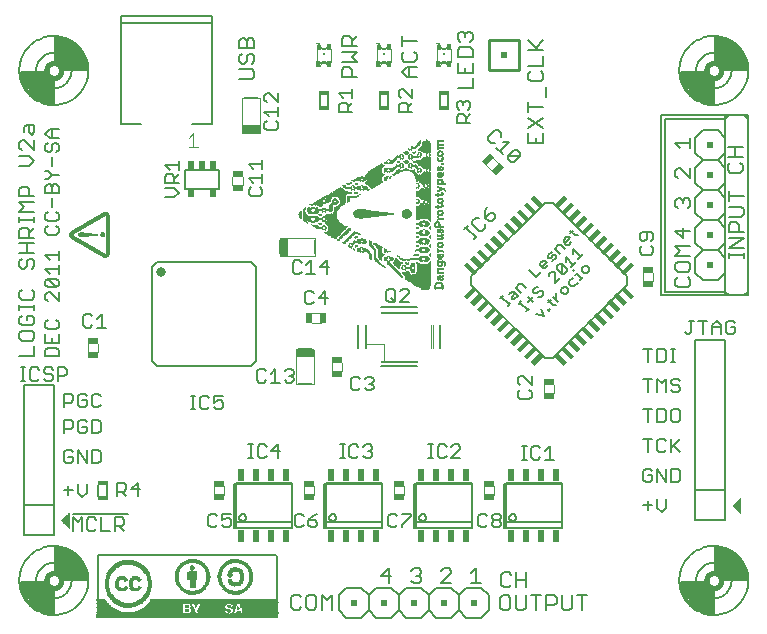
<source format=gto>
G75*
G70*
%OFA0B0*%
%FSLAX24Y24*%
%IPPOS*%
%LPD*%
%AMOC8*
5,1,8,0,0,1.08239X$1,22.5*
%
%ADD10C,0.0060*%
%ADD11C,0.0070*%
%ADD12C,0.0050*%
%ADD13R,0.0193X0.0433*%
%ADD14C,0.0080*%
%ADD15R,0.0200X0.0200*%
%ADD16R,0.0374X0.0197*%
%ADD17C,0.0040*%
%ADD18R,0.0472X0.0079*%
%ADD19R,0.0591X0.0256*%
%ADD20C,0.0025*%
%ADD21C,0.0100*%
%ADD22C,0.0180*%
%ADD23C,0.0020*%
%ADD24C,0.0090*%
%ADD25R,0.0006X0.0006*%
%ADD26R,0.0006X0.0006*%
%ADD27R,0.0006X0.0006*%
%ADD28R,0.0006X0.0006*%
%ADD29R,0.0340X0.0160*%
%ADD30R,0.0128X0.0197*%
%ADD31R,0.0059X0.0098*%
%ADD32R,0.0157X0.0069*%
%ADD33R,0.0079X0.0079*%
%ADD34R,0.0118X0.0118*%
%ADD35R,0.0128X0.0030*%
%ADD36R,0.0472X0.0157*%
%ADD37C,0.0079*%
%ADD38C,0.0315*%
%ADD39R,0.0079X0.0472*%
%ADD40R,0.0256X0.0591*%
%ADD41R,0.0197X0.0256*%
%ADD42R,0.0197X0.0374*%
%ADD43R,0.0010X0.0150*%
%ADD44R,0.0010X0.0070*%
%ADD45R,0.0010X0.0160*%
%ADD46R,0.0010X0.0080*%
%ADD47R,0.0010X0.0170*%
%ADD48R,0.0010X0.0090*%
%ADD49R,0.0010X0.0040*%
%ADD50R,0.0010X0.0100*%
%ADD51R,0.0010X0.0010*%
%ADD52R,0.0010X0.0060*%
%ADD53R,0.0010X0.0130*%
%ADD54R,0.0010X0.0050*%
%ADD55R,0.0010X0.0110*%
%ADD56R,0.0010X0.0140*%
%ADD57R,0.0010X0.0120*%
%ADD58R,0.0010X0.0190*%
%ADD59R,0.0010X0.0180*%
%ADD60R,0.0010X0.0210*%
%ADD61R,0.0010X0.0220*%
%ADD62R,0.0010X0.0200*%
%ADD63R,0.0010X0.0030*%
%ADD64R,0.0010X0.0020*%
%ADD65R,0.0010X0.0310*%
%ADD66R,0.0010X0.0780*%
%ADD67R,0.0010X0.1640*%
%ADD68R,0.0010X0.0380*%
%ADD69R,0.0010X0.0260*%
%ADD70R,0.0010X0.0800*%
%ADD71R,0.0010X0.1610*%
%ADD72R,0.0010X0.0360*%
%ADD73R,0.0010X0.0290*%
%ADD74R,0.0010X0.0820*%
%ADD75R,0.0010X0.1590*%
%ADD76R,0.0010X0.0340*%
%ADD77R,0.0010X0.0840*%
%ADD78R,0.0010X0.1570*%
%ADD79R,0.0010X0.0330*%
%ADD80R,0.0010X0.0320*%
%ADD81R,0.0010X0.1550*%
%ADD82R,0.0010X0.0300*%
%ADD83R,0.0010X0.0850*%
%ADD84R,0.0010X0.1080*%
%ADD85R,0.0010X0.0520*%
%ADD86R,0.0010X0.0450*%
%ADD87R,0.0010X0.0420*%
%ADD88R,0.0010X0.0540*%
%ADD89R,0.0010X0.0410*%
%ADD90R,0.0010X0.0430*%
%ADD91R,0.0010X0.0860*%
%ADD92R,0.0010X0.0530*%
%ADD93R,0.0010X0.0390*%
%ADD94R,0.0010X0.0510*%
%ADD95R,0.0010X0.0400*%
%ADD96R,0.0010X0.0500*%
%ADD97R,0.0010X0.0480*%
%ADD98R,0.0010X0.0370*%
%ADD99R,0.0010X0.0440*%
%ADD100R,0.0010X0.0870*%
%ADD101R,0.0010X0.0350*%
%ADD102R,0.0010X0.0490*%
%ADD103R,0.0010X0.0230*%
%ADD104R,0.0010X0.0270*%
%ADD105R,0.0010X0.0240*%
%ADD106R,0.0010X0.0830*%
%ADD107R,0.0010X0.0280*%
%ADD108R,0.0010X0.0810*%
%ADD109R,0.0010X0.0470*%
%ADD110R,0.0010X0.0250*%
%ADD111R,0.0010X0.0460*%
%ADD112R,0.0010X0.0640*%
%ADD113R,0.0010X0.0630*%
%ADD114R,0.0010X0.0620*%
%ADD115R,0.0010X0.0610*%
%ADD116R,0.0010X0.0590*%
%ADD117R,0.0010X0.0580*%
%ADD118R,0.0010X0.0560*%
%ADD119R,0.0010X0.0550*%
%ADD120R,0.0010X0.0570*%
%ADD121R,0.0010X0.0650*%
%ADD122R,0.0010X0.0680*%
%ADD123R,0.0010X0.0720*%
%ADD124R,0.0010X0.1060*%
%ADD125R,0.0010X0.1070*%
%ADD126R,0.0010X0.1050*%
%ADD127R,0.0010X0.0920*%
%ADD128R,0.0010X0.0890*%
%ADD129R,0.0010X0.0770*%
%ADD130R,0.0010X0.0760*%
%ADD131R,0.0010X0.0750*%
%ADD132R,0.0010X0.0740*%
%ADD133R,0.0010X0.0730*%
%ADD134R,0.6015X0.0015*%
%ADD135R,0.6045X0.0015*%
%ADD136R,0.4395X0.0015*%
%ADD137R,0.1620X0.0015*%
%ADD138R,0.2865X0.0015*%
%ADD139R,0.0210X0.0015*%
%ADD140R,0.0975X0.0015*%
%ADD141R,0.0075X0.0015*%
%ADD142R,0.0165X0.0015*%
%ADD143R,0.1170X0.0015*%
%ADD144R,0.0180X0.0015*%
%ADD145R,0.0945X0.0015*%
%ADD146R,0.0045X0.0015*%
%ADD147R,0.1035X0.0015*%
%ADD148R,0.1785X0.0015*%
%ADD149R,0.0930X0.0015*%
%ADD150R,0.0150X0.0015*%
%ADD151R,0.0885X0.0015*%
%ADD152R,0.1650X0.0015*%
%ADD153R,0.0060X0.0015*%
%ADD154R,0.0030X0.0015*%
%ADD155R,0.0135X0.0015*%
%ADD156R,0.1185X0.0015*%
%ADD157R,0.0810X0.0015*%
%ADD158R,0.1575X0.0015*%
%ADD159R,0.0120X0.0015*%
%ADD160R,0.0915X0.0015*%
%ADD161R,0.0765X0.0015*%
%ADD162R,0.1530X0.0015*%
%ADD163R,0.1200X0.0015*%
%ADD164R,0.0735X0.0015*%
%ADD165R,0.1485X0.0015*%
%ADD166R,0.0690X0.0015*%
%ADD167R,0.1455X0.0015*%
%ADD168R,0.1110X0.0015*%
%ADD169R,0.0660X0.0015*%
%ADD170R,0.1425X0.0015*%
%ADD171R,0.1080X0.0015*%
%ADD172R,0.1215X0.0015*%
%ADD173R,0.0630X0.0015*%
%ADD174R,0.1395X0.0015*%
%ADD175R,0.0090X0.0015*%
%ADD176R,0.1020X0.0015*%
%ADD177R,0.0600X0.0015*%
%ADD178R,0.1365X0.0015*%
%ADD179R,0.0960X0.0015*%
%ADD180R,0.0585X0.0015*%
%ADD181R,0.1335X0.0015*%
%ADD182R,0.1230X0.0015*%
%ADD183R,0.0555X0.0015*%
%ADD184R,0.1320X0.0015*%
%ADD185R,0.0540X0.0015*%
%ADD186R,0.1290X0.0015*%
%ADD187R,0.0885X0.0015*%
%ADD188R,0.0225X0.0015*%
%ADD189R,0.1245X0.0015*%
%ADD190R,0.0510X0.0015*%
%ADD191R,0.0300X0.0015*%
%ADD192R,0.1275X0.0015*%
%ADD193R,0.0105X0.0015*%
%ADD194R,0.0270X0.0015*%
%ADD195R,0.0015X0.0015*%
%ADD196R,0.0495X0.0015*%
%ADD197R,0.0435X0.0015*%
%ADD198R,0.1260X0.0015*%
%ADD199R,0.0855X0.0015*%
%ADD200R,0.0480X0.0015*%
%ADD201R,0.0525X0.0015*%
%ADD202R,0.0465X0.0015*%
%ADD203R,0.0600X0.0015*%
%ADD204R,0.0450X0.0015*%
%ADD205R,0.0675X0.0015*%
%ADD206R,0.0840X0.0015*%
%ADD207R,0.0420X0.0015*%
%ADD208R,0.0735X0.0015*%
%ADD209R,0.0405X0.0015*%
%ADD210R,0.0780X0.0015*%
%ADD211R,0.0825X0.0015*%
%ADD212R,0.1155X0.0015*%
%ADD213R,0.0195X0.0015*%
%ADD214R,0.0390X0.0015*%
%ADD215R,0.2670X0.0015*%
%ADD216R,0.0375X0.0015*%
%ADD217R,0.4320X0.0015*%
%ADD218R,0.0360X0.0015*%
%ADD219R,0.0330X0.0015*%
%ADD220R,0.4305X0.0015*%
%ADD221R,0.0345X0.0015*%
%ADD222R,0.4290X0.0015*%
%ADD223R,0.0330X0.0015*%
%ADD224R,0.4275X0.0015*%
%ADD225R,0.0255X0.0015*%
%ADD226R,0.4260X0.0015*%
%ADD227R,0.0315X0.0015*%
%ADD228R,0.0240X0.0015*%
%ADD229R,0.0300X0.0015*%
%ADD230R,0.4245X0.0015*%
%ADD231R,0.0285X0.0015*%
%ADD232R,0.4230X0.0015*%
%ADD233R,0.0270X0.0015*%
%ADD234R,0.4215X0.0015*%
%ADD235R,0.0060X0.0015*%
%ADD236R,0.0360X0.0015*%
%ADD237R,0.0450X0.0015*%
%ADD238R,0.0510X0.0015*%
%ADD239R,0.0570X0.0015*%
%ADD240R,0.0555X0.0015*%
%ADD241R,0.0615X0.0015*%
%ADD242R,0.0660X0.0015*%
%ADD243R,0.0345X0.0015*%
%ADD244R,0.0390X0.0015*%
%ADD245R,0.0315X0.0015*%
%ADD246R,0.0420X0.0015*%
%ADD247R,0.0465X0.0015*%
%ADD248R,0.0375X0.0015*%
%ADD249R,0.0285X0.0015*%
%ADD250R,0.0405X0.0015*%
%ADD251R,0.0870X0.0015*%
%ADD252R,0.0720X0.0015*%
%ADD253R,0.0645X0.0015*%
%ADD254R,0.0585X0.0015*%
%ADD255R,0.0495X0.0015*%
%ADD256R,0.0540X0.0015*%
%ADD257R,0.0480X0.0015*%
%ADD258R,0.6015X0.0015*%
%ADD259R,0.5985X0.0015*%
%ADD260R,0.5955X0.0015*%
%ADD261R,0.5895X0.0015*%
D10*
X002467Y008948D02*
X002469Y009015D01*
X002475Y009083D01*
X002485Y009150D01*
X002499Y009216D01*
X002516Y009281D01*
X002538Y009345D01*
X002563Y009408D01*
X002592Y009469D01*
X002624Y009528D01*
X002660Y009585D01*
X002699Y009640D01*
X002741Y009693D01*
X002786Y009743D01*
X002834Y009790D01*
X002885Y009835D01*
X002938Y009876D01*
X002994Y009915D01*
X003052Y009950D01*
X003112Y009981D01*
X003173Y010009D01*
X003236Y010033D01*
X003300Y010054D01*
X003366Y010070D01*
X003432Y010083D01*
X003499Y010092D01*
X003566Y010097D01*
X003634Y010098D01*
X003701Y010095D01*
X003768Y010088D01*
X003835Y010077D01*
X003901Y010062D01*
X003966Y010044D01*
X004030Y010021D01*
X004092Y009995D01*
X004153Y009966D01*
X004211Y009932D01*
X004268Y009896D01*
X004323Y009856D01*
X004375Y009813D01*
X004424Y009767D01*
X004471Y009718D01*
X004515Y009667D01*
X004555Y009613D01*
X004593Y009557D01*
X004627Y009498D01*
X004657Y009438D01*
X004684Y009376D01*
X004708Y009313D01*
X004727Y009248D01*
X004743Y009183D01*
X004755Y009116D01*
X004763Y009049D01*
X004767Y008982D01*
X004767Y008914D01*
X004763Y008847D01*
X004755Y008780D01*
X004743Y008713D01*
X004727Y008648D01*
X004708Y008583D01*
X004684Y008520D01*
X004657Y008458D01*
X004627Y008398D01*
X004593Y008339D01*
X004555Y008283D01*
X004515Y008229D01*
X004471Y008178D01*
X004424Y008129D01*
X004375Y008083D01*
X004323Y008040D01*
X004268Y008000D01*
X004211Y007964D01*
X004153Y007930D01*
X004092Y007901D01*
X004030Y007875D01*
X003966Y007852D01*
X003901Y007834D01*
X003835Y007819D01*
X003768Y007808D01*
X003701Y007801D01*
X003634Y007798D01*
X003566Y007799D01*
X003499Y007804D01*
X003432Y007813D01*
X003366Y007826D01*
X003300Y007842D01*
X003236Y007863D01*
X003173Y007887D01*
X003112Y007915D01*
X003052Y007946D01*
X002994Y007981D01*
X002938Y008020D01*
X002885Y008061D01*
X002834Y008106D01*
X002786Y008153D01*
X002741Y008203D01*
X002699Y008256D01*
X002660Y008311D01*
X002624Y008368D01*
X002592Y008427D01*
X002563Y008488D01*
X002538Y008551D01*
X002516Y008615D01*
X002499Y008680D01*
X002485Y008746D01*
X002475Y008813D01*
X002469Y008881D01*
X002467Y008948D01*
X005101Y011778D02*
X005101Y012118D01*
X005382Y012118D02*
X005382Y011778D01*
X003774Y016416D02*
X003334Y016416D01*
X003334Y016636D01*
X003407Y016709D01*
X003701Y016709D01*
X003774Y016636D01*
X003774Y016416D01*
X003774Y016876D02*
X003334Y016876D01*
X003334Y017170D01*
X003407Y017336D02*
X003701Y017336D01*
X003774Y017410D01*
X003774Y017557D01*
X003701Y017630D01*
X003407Y017630D02*
X003334Y017557D01*
X003334Y017410D01*
X003407Y017336D01*
X003554Y017023D02*
X003554Y016876D01*
X003774Y016876D02*
X003774Y017170D01*
X003774Y018257D02*
X003480Y018551D01*
X003407Y018551D01*
X003334Y018477D01*
X003334Y018330D01*
X003407Y018257D01*
X003774Y018257D02*
X003774Y018551D01*
X003701Y018717D02*
X003407Y018717D01*
X003334Y018791D01*
X003334Y018938D01*
X003407Y019011D01*
X003701Y018717D01*
X003774Y018791D01*
X003774Y018938D01*
X003701Y019011D01*
X003407Y019011D01*
X003480Y019178D02*
X003334Y019325D01*
X003774Y019325D01*
X003774Y019471D02*
X003774Y019178D01*
X003774Y019638D02*
X003774Y019932D01*
X003774Y019785D02*
X003334Y019785D01*
X003480Y019638D01*
X003407Y020478D02*
X003701Y020478D01*
X003774Y020552D01*
X003774Y020698D01*
X003701Y020772D01*
X003701Y020939D02*
X003407Y020939D01*
X003334Y021012D01*
X003334Y021159D01*
X003407Y021232D01*
X003554Y021399D02*
X003554Y021692D01*
X003554Y021859D02*
X003554Y022079D01*
X003627Y022153D01*
X003701Y022153D01*
X003774Y022079D01*
X003774Y021859D01*
X003334Y021859D01*
X003334Y022079D01*
X003407Y022153D01*
X003480Y022153D01*
X003554Y022079D01*
X003407Y022320D02*
X003554Y022466D01*
X003774Y022466D01*
X003554Y022466D02*
X003407Y022613D01*
X003334Y022613D01*
X003554Y022780D02*
X003554Y023074D01*
X003480Y023240D02*
X003554Y023314D01*
X003554Y023460D01*
X003627Y023534D01*
X003701Y023534D01*
X003774Y023460D01*
X003774Y023314D01*
X003701Y023240D01*
X003480Y023240D02*
X003407Y023240D01*
X003334Y023314D01*
X003334Y023460D01*
X003407Y023534D01*
X003480Y023701D02*
X003334Y023847D01*
X003480Y023994D01*
X003774Y023994D01*
X003554Y023994D02*
X003554Y023701D01*
X003480Y023701D02*
X003774Y023701D01*
X003407Y022320D02*
X003334Y022320D01*
X003701Y021232D02*
X003774Y021159D01*
X003774Y021012D01*
X003701Y020939D01*
X003407Y020772D02*
X003334Y020698D01*
X003334Y020552D01*
X003407Y020478D01*
X007994Y022004D02*
X008031Y022004D01*
X007994Y022004D02*
X009114Y022004D01*
X009077Y022004D01*
X009114Y022004D02*
X009114Y022642D01*
X009077Y022642D01*
X009114Y022642D02*
X007994Y022642D01*
X008031Y022642D01*
X007994Y022642D02*
X007994Y022004D01*
X008349Y022004D02*
X008760Y022004D01*
X008760Y022642D02*
X008723Y022642D01*
X008386Y022642D02*
X008349Y022642D01*
X009796Y025653D02*
X010213Y025653D01*
X010296Y025737D01*
X010296Y025904D01*
X010213Y025987D01*
X009796Y025987D01*
X009879Y026169D02*
X009796Y026252D01*
X009796Y026419D01*
X009879Y026503D01*
X010046Y026419D02*
X010129Y026503D01*
X010213Y026503D01*
X010296Y026419D01*
X010296Y026252D01*
X010213Y026169D01*
X010046Y026252D02*
X010046Y026419D01*
X010046Y026252D02*
X009963Y026169D01*
X009879Y026169D01*
X009796Y026685D02*
X009796Y026935D01*
X009879Y027018D01*
X009963Y027018D01*
X010046Y026935D01*
X010046Y026685D01*
X010046Y026935D02*
X010129Y027018D01*
X010213Y027018D01*
X010296Y026935D01*
X010296Y026685D01*
X009796Y026685D01*
X012476Y025118D02*
X012476Y024778D01*
X012757Y024778D02*
X012757Y025118D01*
X013211Y025728D02*
X013211Y025978D01*
X013295Y026062D01*
X013461Y026062D01*
X013545Y025978D01*
X013545Y025728D01*
X013712Y025728D02*
X013211Y025728D01*
X013211Y026244D02*
X013712Y026244D01*
X013545Y026411D01*
X013712Y026577D01*
X013211Y026577D01*
X013211Y026759D02*
X013211Y027010D01*
X013295Y027093D01*
X013461Y027093D01*
X013545Y027010D01*
X013545Y026759D01*
X013712Y026759D02*
X013211Y026759D01*
X013545Y026926D02*
X013712Y027093D01*
X015211Y027093D02*
X015211Y026759D01*
X015211Y026926D02*
X015712Y026926D01*
X015628Y026577D02*
X015712Y026494D01*
X015712Y026327D01*
X015628Y026244D01*
X015295Y026244D01*
X015211Y026327D01*
X015211Y026494D01*
X015295Y026577D01*
X015378Y026062D02*
X015712Y026062D01*
X015461Y026062D02*
X015461Y025728D01*
X015378Y025728D02*
X015211Y025895D01*
X015378Y026062D01*
X015378Y025728D02*
X015712Y025728D01*
X016476Y025118D02*
X016476Y024778D01*
X016757Y024778D02*
X016757Y025118D01*
X017086Y025353D02*
X017587Y025353D01*
X017587Y025687D01*
X017587Y025869D02*
X017587Y026202D01*
X017587Y026384D02*
X017587Y026635D01*
X017503Y026718D01*
X017170Y026718D01*
X017086Y026635D01*
X017086Y026384D01*
X017587Y026384D01*
X017336Y026036D02*
X017336Y025869D01*
X017086Y025869D02*
X017086Y026202D01*
X017086Y025869D02*
X017587Y025869D01*
X017503Y026900D02*
X017587Y026983D01*
X017587Y027150D01*
X017503Y027234D01*
X017420Y027234D01*
X017336Y027150D01*
X017336Y027067D01*
X017336Y027150D02*
X017253Y027234D01*
X017170Y027234D01*
X017086Y027150D01*
X017086Y026983D01*
X017170Y026900D01*
X014757Y025118D02*
X014757Y024778D01*
X014476Y024778D02*
X014476Y025118D01*
X019429Y024889D02*
X019429Y024555D01*
X019429Y024722D02*
X019929Y024722D01*
X019929Y024373D02*
X019429Y024039D01*
X019429Y023857D02*
X019429Y023524D01*
X019929Y023524D01*
X019929Y023857D01*
X019929Y024039D02*
X019429Y024373D01*
X020012Y025071D02*
X020012Y025404D01*
X019846Y025586D02*
X019929Y025670D01*
X019929Y025836D01*
X019846Y025920D01*
X019929Y026102D02*
X019429Y026102D01*
X019512Y025920D02*
X019429Y025836D01*
X019429Y025670D01*
X019512Y025586D01*
X019846Y025586D01*
X019929Y026102D02*
X019929Y026435D01*
X019929Y026618D02*
X019429Y026618D01*
X019679Y026701D02*
X019929Y026951D01*
X019762Y026618D02*
X019429Y026951D01*
X019679Y023691D02*
X019679Y023524D01*
X024336Y023520D02*
X024503Y023353D01*
X024336Y023520D02*
X024837Y023520D01*
X024837Y023353D02*
X024837Y023687D01*
X024992Y023698D02*
X024992Y023198D01*
X025242Y022948D01*
X024992Y022698D01*
X024992Y022198D01*
X025242Y021948D01*
X025742Y021948D01*
X025992Y022198D01*
X025992Y022698D01*
X025742Y022948D01*
X025242Y022948D01*
X024837Y022687D02*
X024837Y022353D01*
X024503Y022687D01*
X024420Y022687D01*
X024336Y022603D01*
X024336Y022437D01*
X024420Y022353D01*
X024420Y021687D02*
X024503Y021687D01*
X024586Y021603D01*
X024670Y021687D01*
X024753Y021687D01*
X024837Y021603D01*
X024837Y021437D01*
X024753Y021353D01*
X024586Y021520D02*
X024586Y021603D01*
X024420Y021687D02*
X024336Y021603D01*
X024336Y021437D01*
X024420Y021353D01*
X024992Y021198D02*
X024992Y021698D01*
X025242Y021948D01*
X025742Y021948D02*
X025992Y021698D01*
X025992Y021198D01*
X025742Y020948D01*
X025992Y020698D01*
X025992Y020198D01*
X025742Y019948D01*
X025992Y019698D01*
X025992Y019198D01*
X025742Y018948D01*
X025242Y018948D01*
X024992Y019198D01*
X024992Y019698D01*
X025242Y019948D01*
X024992Y020198D01*
X024992Y020698D01*
X025242Y020948D01*
X024992Y021198D01*
X025242Y020948D02*
X025742Y020948D01*
X026116Y021073D02*
X026533Y021073D01*
X026617Y021157D01*
X026617Y021323D01*
X026533Y021407D01*
X026116Y021407D01*
X026116Y021589D02*
X026116Y021922D01*
X026116Y021756D02*
X026617Y021756D01*
X026503Y022541D02*
X026169Y022541D01*
X026086Y022624D01*
X026086Y022791D01*
X026169Y022874D01*
X026086Y023056D02*
X026586Y023056D01*
X026503Y022874D02*
X026586Y022791D01*
X026586Y022624D01*
X026503Y022541D01*
X026336Y023056D02*
X026336Y023390D01*
X026086Y023390D02*
X026586Y023390D01*
X025992Y023198D02*
X025742Y022948D01*
X025992Y023198D02*
X025992Y023698D01*
X025742Y023948D01*
X025242Y023948D01*
X024992Y023698D01*
X024467Y025948D02*
X024469Y026015D01*
X024475Y026083D01*
X024485Y026150D01*
X024499Y026216D01*
X024516Y026281D01*
X024538Y026345D01*
X024563Y026408D01*
X024592Y026469D01*
X024624Y026528D01*
X024660Y026585D01*
X024699Y026640D01*
X024741Y026693D01*
X024786Y026743D01*
X024834Y026790D01*
X024885Y026835D01*
X024938Y026876D01*
X024994Y026915D01*
X025052Y026950D01*
X025112Y026981D01*
X025173Y027009D01*
X025236Y027033D01*
X025300Y027054D01*
X025366Y027070D01*
X025432Y027083D01*
X025499Y027092D01*
X025566Y027097D01*
X025634Y027098D01*
X025701Y027095D01*
X025768Y027088D01*
X025835Y027077D01*
X025901Y027062D01*
X025966Y027044D01*
X026030Y027021D01*
X026092Y026995D01*
X026153Y026966D01*
X026211Y026932D01*
X026268Y026896D01*
X026323Y026856D01*
X026375Y026813D01*
X026424Y026767D01*
X026471Y026718D01*
X026515Y026667D01*
X026555Y026613D01*
X026593Y026557D01*
X026627Y026498D01*
X026657Y026438D01*
X026684Y026376D01*
X026708Y026313D01*
X026727Y026248D01*
X026743Y026183D01*
X026755Y026116D01*
X026763Y026049D01*
X026767Y025982D01*
X026767Y025914D01*
X026763Y025847D01*
X026755Y025780D01*
X026743Y025713D01*
X026727Y025648D01*
X026708Y025583D01*
X026684Y025520D01*
X026657Y025458D01*
X026627Y025398D01*
X026593Y025339D01*
X026555Y025283D01*
X026515Y025229D01*
X026471Y025178D01*
X026424Y025129D01*
X026375Y025083D01*
X026323Y025040D01*
X026268Y025000D01*
X026211Y024964D01*
X026153Y024930D01*
X026092Y024901D01*
X026030Y024875D01*
X025966Y024852D01*
X025901Y024834D01*
X025835Y024819D01*
X025768Y024808D01*
X025701Y024801D01*
X025634Y024798D01*
X025566Y024799D01*
X025499Y024804D01*
X025432Y024813D01*
X025366Y024826D01*
X025300Y024842D01*
X025236Y024863D01*
X025173Y024887D01*
X025112Y024915D01*
X025052Y024946D01*
X024994Y024981D01*
X024938Y025020D01*
X024885Y025061D01*
X024834Y025106D01*
X024786Y025153D01*
X024741Y025203D01*
X024699Y025256D01*
X024660Y025311D01*
X024624Y025368D01*
X024592Y025427D01*
X024563Y025488D01*
X024538Y025551D01*
X024516Y025615D01*
X024499Y025680D01*
X024485Y025746D01*
X024475Y025813D01*
X024469Y025881D01*
X024467Y025948D01*
X024586Y020687D02*
X024586Y020353D01*
X024336Y020603D01*
X024837Y020603D01*
X024837Y020093D02*
X024336Y020093D01*
X024503Y019926D01*
X024336Y019759D01*
X024837Y019759D01*
X024753Y019577D02*
X024420Y019577D01*
X024336Y019494D01*
X024336Y019327D01*
X024420Y019244D01*
X024753Y019244D01*
X024837Y019327D01*
X024837Y019494D01*
X024753Y019577D01*
X024753Y019062D02*
X024837Y018978D01*
X024837Y018812D01*
X024753Y018728D01*
X024420Y018728D01*
X024336Y018812D01*
X024336Y018978D01*
X024420Y019062D01*
X025242Y019948D02*
X025742Y019948D01*
X026116Y019865D02*
X026116Y019698D01*
X026116Y019782D02*
X026617Y019782D01*
X026617Y019865D02*
X026617Y019698D01*
X026617Y020042D02*
X026116Y020042D01*
X026617Y020376D01*
X026116Y020376D01*
X026116Y020558D02*
X026116Y020808D01*
X026200Y020891D01*
X026366Y020891D01*
X026450Y020808D01*
X026450Y020558D01*
X026617Y020558D02*
X026116Y020558D01*
X019371Y009229D02*
X019371Y008728D01*
X019371Y008978D02*
X019037Y008978D01*
X018855Y008812D02*
X018772Y008728D01*
X018605Y008728D01*
X018522Y008812D01*
X018522Y009145D01*
X018605Y009229D01*
X018772Y009229D01*
X018855Y009145D01*
X019037Y009229D02*
X019037Y008728D01*
X019007Y008449D02*
X019007Y008032D01*
X019091Y007948D01*
X019257Y007948D01*
X019341Y008032D01*
X019341Y008449D01*
X019523Y008449D02*
X019856Y008449D01*
X019690Y008449D02*
X019690Y007948D01*
X020038Y007948D02*
X020038Y008449D01*
X020289Y008449D01*
X020372Y008365D01*
X020372Y008198D01*
X020289Y008115D01*
X020038Y008115D01*
X020554Y008032D02*
X020637Y007948D01*
X020804Y007948D01*
X020888Y008032D01*
X020888Y008449D01*
X021070Y008449D02*
X021403Y008449D01*
X021236Y008449D02*
X021236Y007948D01*
X020554Y008032D02*
X020554Y008449D01*
X018825Y008365D02*
X018825Y008032D01*
X018742Y007948D01*
X018575Y007948D01*
X018492Y008032D01*
X018492Y008365D01*
X018575Y008449D01*
X018742Y008449D01*
X018825Y008365D01*
X018117Y008448D02*
X018117Y007948D01*
X017867Y007698D01*
X017367Y007698D01*
X017117Y007948D01*
X016867Y007698D01*
X016367Y007698D01*
X016117Y007948D01*
X016117Y008448D01*
X016367Y008698D01*
X016867Y008698D01*
X017117Y008448D01*
X017367Y008698D01*
X017867Y008698D01*
X018117Y008448D01*
X017855Y008853D02*
X017522Y008853D01*
X017688Y008853D02*
X017688Y009354D01*
X017522Y009187D01*
X017117Y008448D02*
X017117Y007948D01*
X016855Y008853D02*
X016522Y008853D01*
X016855Y009187D01*
X016855Y009270D01*
X016772Y009354D01*
X016605Y009354D01*
X016522Y009270D01*
X015855Y009270D02*
X015855Y009187D01*
X015772Y009103D01*
X015855Y009020D01*
X015855Y008937D01*
X015772Y008853D01*
X015605Y008853D01*
X015522Y008937D01*
X015688Y009103D02*
X015772Y009103D01*
X015855Y009270D02*
X015772Y009354D01*
X015605Y009354D01*
X015522Y009270D01*
X015367Y008698D02*
X015867Y008698D01*
X016117Y008448D01*
X016117Y007948D02*
X015867Y007698D01*
X015367Y007698D01*
X015117Y007948D01*
X014867Y007698D01*
X014367Y007698D01*
X014117Y007948D01*
X013867Y007698D01*
X013367Y007698D01*
X013117Y007948D01*
X013117Y008448D01*
X013367Y008698D01*
X013867Y008698D01*
X014117Y008448D01*
X014367Y008698D01*
X014867Y008698D01*
X015117Y008448D01*
X015367Y008698D01*
X015117Y008448D02*
X015117Y007948D01*
X014772Y008853D02*
X014772Y009354D01*
X014522Y009103D01*
X014855Y009103D01*
X014117Y008448D02*
X014117Y007948D01*
X012886Y007978D02*
X012886Y008479D01*
X012720Y008312D01*
X012553Y008479D01*
X012553Y007978D01*
X012371Y008062D02*
X012371Y008395D01*
X012287Y008479D01*
X012121Y008479D01*
X012037Y008395D01*
X012037Y008062D01*
X012121Y007978D01*
X012287Y007978D01*
X012371Y008062D01*
X011855Y008062D02*
X011772Y007978D01*
X011605Y007978D01*
X011522Y008062D01*
X011522Y008395D01*
X011605Y008479D01*
X011772Y008479D01*
X011855Y008395D01*
X024467Y008948D02*
X024469Y009015D01*
X024475Y009083D01*
X024485Y009150D01*
X024499Y009216D01*
X024516Y009281D01*
X024538Y009345D01*
X024563Y009408D01*
X024592Y009469D01*
X024624Y009528D01*
X024660Y009585D01*
X024699Y009640D01*
X024741Y009693D01*
X024786Y009743D01*
X024834Y009790D01*
X024885Y009835D01*
X024938Y009876D01*
X024994Y009915D01*
X025052Y009950D01*
X025112Y009981D01*
X025173Y010009D01*
X025236Y010033D01*
X025300Y010054D01*
X025366Y010070D01*
X025432Y010083D01*
X025499Y010092D01*
X025566Y010097D01*
X025634Y010098D01*
X025701Y010095D01*
X025768Y010088D01*
X025835Y010077D01*
X025901Y010062D01*
X025966Y010044D01*
X026030Y010021D01*
X026092Y009995D01*
X026153Y009966D01*
X026211Y009932D01*
X026268Y009896D01*
X026323Y009856D01*
X026375Y009813D01*
X026424Y009767D01*
X026471Y009718D01*
X026515Y009667D01*
X026555Y009613D01*
X026593Y009557D01*
X026627Y009498D01*
X026657Y009438D01*
X026684Y009376D01*
X026708Y009313D01*
X026727Y009248D01*
X026743Y009183D01*
X026755Y009116D01*
X026763Y009049D01*
X026767Y008982D01*
X026767Y008914D01*
X026763Y008847D01*
X026755Y008780D01*
X026743Y008713D01*
X026727Y008648D01*
X026708Y008583D01*
X026684Y008520D01*
X026657Y008458D01*
X026627Y008398D01*
X026593Y008339D01*
X026555Y008283D01*
X026515Y008229D01*
X026471Y008178D01*
X026424Y008129D01*
X026375Y008083D01*
X026323Y008040D01*
X026268Y008000D01*
X026211Y007964D01*
X026153Y007930D01*
X026092Y007901D01*
X026030Y007875D01*
X025966Y007852D01*
X025901Y007834D01*
X025835Y007819D01*
X025768Y007808D01*
X025701Y007801D01*
X025634Y007798D01*
X025566Y007799D01*
X025499Y007804D01*
X025432Y007813D01*
X025366Y007826D01*
X025300Y007842D01*
X025236Y007863D01*
X025173Y007887D01*
X025112Y007915D01*
X025052Y007946D01*
X024994Y007981D01*
X024938Y008020D01*
X024885Y008061D01*
X024834Y008106D01*
X024786Y008153D01*
X024741Y008203D01*
X024699Y008256D01*
X024660Y008311D01*
X024624Y008368D01*
X024592Y008427D01*
X024563Y008488D01*
X024538Y008551D01*
X024516Y008615D01*
X024499Y008680D01*
X024485Y008746D01*
X024475Y008813D01*
X024469Y008881D01*
X024467Y008948D01*
X002467Y025948D02*
X002469Y026015D01*
X002475Y026083D01*
X002485Y026150D01*
X002499Y026216D01*
X002516Y026281D01*
X002538Y026345D01*
X002563Y026408D01*
X002592Y026469D01*
X002624Y026528D01*
X002660Y026585D01*
X002699Y026640D01*
X002741Y026693D01*
X002786Y026743D01*
X002834Y026790D01*
X002885Y026835D01*
X002938Y026876D01*
X002994Y026915D01*
X003052Y026950D01*
X003112Y026981D01*
X003173Y027009D01*
X003236Y027033D01*
X003300Y027054D01*
X003366Y027070D01*
X003432Y027083D01*
X003499Y027092D01*
X003566Y027097D01*
X003634Y027098D01*
X003701Y027095D01*
X003768Y027088D01*
X003835Y027077D01*
X003901Y027062D01*
X003966Y027044D01*
X004030Y027021D01*
X004092Y026995D01*
X004153Y026966D01*
X004211Y026932D01*
X004268Y026896D01*
X004323Y026856D01*
X004375Y026813D01*
X004424Y026767D01*
X004471Y026718D01*
X004515Y026667D01*
X004555Y026613D01*
X004593Y026557D01*
X004627Y026498D01*
X004657Y026438D01*
X004684Y026376D01*
X004708Y026313D01*
X004727Y026248D01*
X004743Y026183D01*
X004755Y026116D01*
X004763Y026049D01*
X004767Y025982D01*
X004767Y025914D01*
X004763Y025847D01*
X004755Y025780D01*
X004743Y025713D01*
X004727Y025648D01*
X004708Y025583D01*
X004684Y025520D01*
X004657Y025458D01*
X004627Y025398D01*
X004593Y025339D01*
X004555Y025283D01*
X004515Y025229D01*
X004471Y025178D01*
X004424Y025129D01*
X004375Y025083D01*
X004323Y025040D01*
X004268Y025000D01*
X004211Y024964D01*
X004153Y024930D01*
X004092Y024901D01*
X004030Y024875D01*
X003966Y024852D01*
X003901Y024834D01*
X003835Y024819D01*
X003768Y024808D01*
X003701Y024801D01*
X003634Y024798D01*
X003566Y024799D01*
X003499Y024804D01*
X003432Y024813D01*
X003366Y024826D01*
X003300Y024842D01*
X003236Y024863D01*
X003173Y024887D01*
X003112Y024915D01*
X003052Y024946D01*
X002994Y024981D01*
X002938Y025020D01*
X002885Y025061D01*
X002834Y025106D01*
X002786Y025153D01*
X002741Y025203D01*
X002699Y025256D01*
X002660Y025311D01*
X002624Y025368D01*
X002592Y025427D01*
X002563Y025488D01*
X002538Y025551D01*
X002516Y025615D01*
X002499Y025680D01*
X002485Y025746D01*
X002475Y025813D01*
X002469Y025881D01*
X002467Y025948D01*
D11*
X002711Y024138D02*
X002957Y024138D01*
X002957Y023893D01*
X002875Y023811D01*
X002793Y023893D01*
X002793Y024138D01*
X002711Y024138D02*
X002630Y024057D01*
X002630Y023893D01*
X002630Y023623D02*
X002548Y023623D01*
X002466Y023541D01*
X002466Y023377D01*
X002548Y023296D01*
X002466Y023107D02*
X002793Y023107D01*
X002957Y022944D01*
X002793Y022780D01*
X002466Y022780D01*
X002548Y022076D02*
X002711Y022076D01*
X002793Y021994D01*
X002793Y021749D01*
X002957Y021749D02*
X002466Y021749D01*
X002466Y021994D01*
X002548Y022076D01*
X002466Y021560D02*
X002957Y021560D01*
X002957Y021233D02*
X002466Y021233D01*
X002630Y021397D01*
X002466Y021560D01*
X002466Y021053D02*
X002466Y020889D01*
X002466Y020971D02*
X002957Y020971D01*
X002957Y020889D02*
X002957Y021053D01*
X002957Y020701D02*
X002793Y020537D01*
X002793Y020619D02*
X002793Y020374D01*
X002957Y020374D02*
X002466Y020374D01*
X002466Y020619D01*
X002548Y020701D01*
X002711Y020701D01*
X002793Y020619D01*
X002711Y020185D02*
X002711Y019858D01*
X002793Y019670D02*
X002711Y019588D01*
X002711Y019424D01*
X002630Y019343D01*
X002548Y019343D01*
X002466Y019424D01*
X002466Y019588D01*
X002548Y019670D01*
X002466Y019858D02*
X002957Y019858D01*
X002875Y019670D02*
X002957Y019588D01*
X002957Y019424D01*
X002875Y019343D01*
X002875Y019670D02*
X002793Y019670D01*
X002957Y020185D02*
X002466Y020185D01*
X002548Y018638D02*
X002466Y018557D01*
X002466Y018393D01*
X002548Y018311D01*
X002875Y018311D01*
X002957Y018393D01*
X002957Y018557D01*
X002875Y018638D01*
X002957Y018131D02*
X002957Y017968D01*
X002957Y018049D02*
X002466Y018049D01*
X002466Y017968D02*
X002466Y018131D01*
X002548Y017779D02*
X002466Y017697D01*
X002466Y017534D01*
X002548Y017452D01*
X002875Y017452D01*
X002957Y017534D01*
X002957Y017697D01*
X002875Y017779D01*
X002711Y017779D01*
X002711Y017615D01*
X002548Y017263D02*
X002466Y017182D01*
X002466Y017018D01*
X002548Y016936D01*
X002875Y016936D01*
X002957Y017018D01*
X002957Y017182D01*
X002875Y017263D01*
X002548Y017263D01*
X002957Y016748D02*
X002957Y016421D01*
X002466Y016421D01*
X002957Y023296D02*
X002630Y023623D01*
X002957Y023623D02*
X002957Y023296D01*
D12*
X005851Y024149D02*
X005851Y025074D01*
X005851Y026019D01*
X005851Y027240D01*
X005851Y027515D01*
X005851Y027771D01*
X008882Y027771D01*
X008882Y027515D01*
X008882Y027240D01*
X008882Y026019D01*
X008882Y025074D01*
X008882Y024149D01*
X008607Y024149D01*
X008213Y024149D01*
X007779Y022944D02*
X007779Y022644D01*
X007779Y022794D02*
X007329Y022794D01*
X007479Y022644D01*
X007554Y022484D02*
X007629Y022409D01*
X007629Y022184D01*
X007629Y022334D02*
X007779Y022484D01*
X007554Y022484D02*
X007404Y022484D01*
X007329Y022409D01*
X007329Y022184D01*
X007779Y022184D01*
X007629Y022023D02*
X007329Y022023D01*
X007329Y021723D02*
X007629Y021723D01*
X007779Y021873D01*
X007629Y022023D01*
X006520Y024149D02*
X006126Y024149D01*
X005851Y024149D01*
X005851Y027515D02*
X008882Y027515D01*
X010707Y025189D02*
X010632Y025114D01*
X010632Y024964D01*
X010707Y024889D01*
X010707Y025189D02*
X010782Y025189D01*
X011083Y024889D01*
X011083Y025189D01*
X011083Y024729D02*
X011083Y024429D01*
X011083Y024579D02*
X010632Y024579D01*
X010782Y024429D01*
X010707Y024269D02*
X010632Y024193D01*
X010632Y024043D01*
X010707Y023968D01*
X011008Y023968D01*
X011083Y024043D01*
X011083Y024193D01*
X011008Y024269D01*
X010566Y022969D02*
X010566Y022669D01*
X010566Y022819D02*
X010116Y022819D01*
X010266Y022669D01*
X010566Y022509D02*
X010566Y022209D01*
X010566Y022359D02*
X010116Y022359D01*
X010266Y022209D01*
X010191Y022048D02*
X010116Y021973D01*
X010116Y021823D01*
X010191Y021748D01*
X010491Y021748D01*
X010566Y021823D01*
X010566Y021973D01*
X010491Y022048D01*
X010191Y019555D02*
X007042Y019555D01*
X006884Y019398D01*
X006884Y016248D01*
X007042Y016091D01*
X010191Y016091D01*
X010349Y016248D01*
X010349Y019398D01*
X010191Y019555D01*
X011574Y019545D02*
X011574Y019245D01*
X011649Y019170D01*
X011799Y019170D01*
X011874Y019245D01*
X012034Y019170D02*
X012335Y019170D01*
X012185Y019170D02*
X012185Y019620D01*
X012034Y019470D01*
X011874Y019545D02*
X011799Y019620D01*
X011649Y019620D01*
X011574Y019545D01*
X012495Y019395D02*
X012795Y019395D01*
X012720Y019170D02*
X012720Y019620D01*
X012495Y019395D01*
X012665Y018599D02*
X012439Y018373D01*
X012740Y018373D01*
X012665Y018148D02*
X012665Y018599D01*
X012279Y018524D02*
X012204Y018599D01*
X012054Y018599D01*
X011979Y018524D01*
X011979Y018223D01*
X012054Y018148D01*
X012204Y018148D01*
X012279Y018223D01*
X013739Y017451D02*
X013739Y016695D01*
X013742Y015736D02*
X013592Y015736D01*
X013517Y015661D01*
X013517Y015361D01*
X013592Y015286D01*
X013742Y015286D01*
X013817Y015361D01*
X013977Y015361D02*
X014052Y015286D01*
X014202Y015286D01*
X014277Y015361D01*
X014277Y015436D01*
X014202Y015511D01*
X014127Y015511D01*
X014202Y015511D02*
X014277Y015586D01*
X014277Y015661D01*
X014202Y015736D01*
X014052Y015736D01*
X013977Y015661D01*
X013817Y015661D02*
X013742Y015736D01*
X014526Y016089D02*
X015707Y016089D01*
X016494Y016695D02*
X016494Y017451D01*
X015707Y018057D02*
X014526Y018057D01*
X014704Y018298D02*
X014779Y018223D01*
X014929Y018223D01*
X015004Y018298D01*
X015004Y018599D01*
X014929Y018674D01*
X014779Y018674D01*
X014704Y018599D01*
X014704Y018298D01*
X014854Y018373D02*
X015004Y018223D01*
X015164Y018223D02*
X015465Y018523D01*
X015465Y018599D01*
X015390Y018674D01*
X015239Y018674D01*
X015164Y018599D01*
X015164Y018223D02*
X015465Y018223D01*
X017619Y020338D02*
X017726Y020444D01*
X017673Y020391D02*
X017354Y020709D01*
X017301Y020656D02*
X017407Y020762D01*
X017571Y020820D02*
X017571Y020926D01*
X017677Y021032D01*
X017783Y021032D01*
X018003Y021039D02*
X018162Y021199D01*
X018268Y021199D01*
X018321Y021146D01*
X018321Y021039D01*
X018215Y020933D01*
X018109Y020933D01*
X018003Y021039D01*
X018003Y021252D01*
X018056Y021411D01*
X017996Y020820D02*
X017996Y020714D01*
X017889Y020608D01*
X017783Y020608D01*
X017571Y020820D01*
X019449Y019311D02*
X019696Y019063D01*
X019861Y019228D01*
X019915Y019365D02*
X019833Y019448D01*
X019833Y019530D01*
X019915Y019613D01*
X019998Y019613D01*
X020039Y019571D01*
X019874Y019406D01*
X019915Y019365D02*
X019998Y019365D01*
X020081Y019448D01*
X020217Y019584D02*
X020341Y019708D01*
X020341Y019790D01*
X020258Y019790D01*
X020176Y019708D01*
X020093Y019708D01*
X020093Y019790D01*
X020217Y019914D01*
X020312Y020010D02*
X020436Y020133D01*
X020519Y020133D01*
X020643Y020010D01*
X020697Y020146D02*
X020614Y020229D01*
X020614Y020311D01*
X020697Y020394D01*
X020779Y020394D01*
X020820Y020353D01*
X020655Y020187D01*
X020697Y020146D02*
X020779Y020146D01*
X020862Y020229D01*
X020937Y019987D02*
X021185Y019739D01*
X021102Y019657D02*
X021268Y019822D01*
X020937Y019822D02*
X020937Y019987D01*
X020677Y019727D02*
X020925Y019479D01*
X020842Y019397D02*
X021007Y019562D01*
X020921Y019303D02*
X020962Y019262D01*
X021045Y019179D02*
X021003Y019138D01*
X021045Y019179D02*
X021210Y019014D01*
X021251Y019055D02*
X021168Y018973D01*
X021073Y018878D02*
X020949Y018754D01*
X020867Y018754D01*
X020784Y018836D01*
X020784Y018919D01*
X020908Y019043D01*
X020706Y019260D02*
X020623Y019177D01*
X020540Y019177D01*
X020540Y019508D01*
X020706Y019343D01*
X020706Y019260D01*
X020540Y019177D02*
X020375Y019343D01*
X020375Y019425D01*
X020458Y019508D01*
X020540Y019508D01*
X020677Y019562D02*
X020677Y019727D01*
X020478Y019844D02*
X020312Y020010D01*
X020833Y020530D02*
X020916Y020613D01*
X020833Y020613D02*
X020998Y020448D01*
X021081Y020448D01*
X021301Y019435D02*
X021218Y019353D01*
X021218Y019270D01*
X021301Y019188D01*
X021383Y019188D01*
X021466Y019270D01*
X021466Y019353D01*
X021383Y019435D01*
X021301Y019435D01*
X020486Y019041D02*
X020321Y018876D01*
X020321Y019206D01*
X020280Y019247D01*
X020197Y019247D01*
X020115Y019165D01*
X020115Y019082D01*
X019759Y018726D02*
X019677Y018726D01*
X019594Y018644D01*
X019594Y018561D01*
X019635Y018520D01*
X019718Y018520D01*
X019801Y018603D01*
X019883Y018603D01*
X019924Y018561D01*
X019924Y018479D01*
X019842Y018396D01*
X019759Y018396D01*
X019581Y018384D02*
X019416Y018218D01*
X019581Y018218D02*
X019416Y018384D01*
X019201Y018251D02*
X019119Y018169D01*
X019160Y018210D02*
X019408Y017962D01*
X019367Y017921D02*
X019449Y018004D01*
X019701Y017836D02*
X019949Y017754D01*
X019867Y018001D01*
X020086Y017973D02*
X020127Y018014D01*
X020168Y017973D01*
X020127Y017931D01*
X020086Y017973D01*
X020257Y018144D02*
X020092Y018309D01*
X020092Y018227D02*
X020175Y018309D01*
X020266Y018400D02*
X020431Y018235D01*
X020348Y018318D02*
X020348Y018483D01*
X020389Y018524D01*
X020524Y018576D02*
X020606Y018493D01*
X020689Y018493D01*
X020771Y018576D01*
X020771Y018659D01*
X020689Y018741D01*
X020606Y018741D01*
X020524Y018659D01*
X020524Y018576D01*
X020340Y018144D02*
X020257Y018144D01*
X019341Y018708D02*
X019217Y018831D01*
X019134Y018831D01*
X019010Y018708D01*
X019176Y018543D01*
X019080Y018447D02*
X018956Y018323D01*
X018874Y018323D01*
X018874Y018406D01*
X018998Y018530D01*
X018956Y018571D02*
X019080Y018447D01*
X018956Y018571D02*
X018874Y018571D01*
X018791Y018488D01*
X018576Y018439D02*
X018494Y018356D01*
X018535Y018397D02*
X018783Y018150D01*
X018742Y018109D02*
X018824Y018191D01*
X019166Y015759D02*
X019091Y015684D01*
X019091Y015534D01*
X019166Y015459D01*
X019166Y015298D02*
X019091Y015223D01*
X019091Y015073D01*
X019166Y014998D01*
X019466Y014998D01*
X019542Y015073D01*
X019542Y015223D01*
X019466Y015298D01*
X019542Y015459D02*
X019241Y015759D01*
X019166Y015759D01*
X019542Y015759D02*
X019542Y015459D01*
X019608Y013424D02*
X019533Y013349D01*
X019533Y013048D01*
X019608Y012973D01*
X019758Y012973D01*
X019833Y013048D01*
X019994Y012973D02*
X020294Y012973D01*
X020144Y012973D02*
X020144Y013424D01*
X019994Y013273D01*
X019833Y013349D02*
X019758Y013424D01*
X019608Y013424D01*
X019376Y013424D02*
X019226Y013424D01*
X019301Y013424D02*
X019301Y012973D01*
X019226Y012973D02*
X019376Y012973D01*
X018632Y012157D02*
X018632Y010700D01*
X020561Y010700D01*
X020561Y012157D01*
X018632Y012157D01*
X018452Y011174D02*
X018527Y011099D01*
X018527Y011023D01*
X018452Y010948D01*
X018302Y010948D01*
X018227Y011023D01*
X018227Y011099D01*
X018302Y011174D01*
X018452Y011174D01*
X018452Y010948D02*
X018527Y010873D01*
X018527Y010798D01*
X018452Y010723D01*
X018302Y010723D01*
X018227Y010798D01*
X018227Y010873D01*
X018302Y010948D01*
X018067Y010798D02*
X017992Y010723D01*
X017842Y010723D01*
X017767Y010798D01*
X017767Y011099D01*
X017842Y011174D01*
X017992Y011174D01*
X018067Y011099D01*
X017561Y010700D02*
X015632Y010700D01*
X015632Y012157D01*
X017561Y012157D01*
X017561Y010700D01*
X018797Y011054D02*
X018799Y011074D01*
X018804Y011094D01*
X018814Y011112D01*
X018826Y011129D01*
X018841Y011143D01*
X018859Y011153D01*
X018878Y011161D01*
X018898Y011165D01*
X018918Y011165D01*
X018938Y011161D01*
X018957Y011153D01*
X018975Y011143D01*
X018990Y011129D01*
X019002Y011112D01*
X019012Y011094D01*
X019017Y011074D01*
X019019Y011054D01*
X019017Y011034D01*
X019012Y011014D01*
X019002Y010996D01*
X018990Y010979D01*
X018975Y010965D01*
X018957Y010955D01*
X018938Y010947D01*
X018918Y010943D01*
X018898Y010943D01*
X018878Y010947D01*
X018859Y010955D01*
X018841Y010965D01*
X018826Y010979D01*
X018814Y010996D01*
X018804Y011014D01*
X018799Y011034D01*
X018797Y011054D01*
X017169Y013036D02*
X016869Y013036D01*
X017169Y013336D01*
X017169Y013411D01*
X017094Y013486D01*
X016944Y013486D01*
X016869Y013411D01*
X016709Y013411D02*
X016633Y013486D01*
X016483Y013486D01*
X016408Y013411D01*
X016408Y013111D01*
X016483Y013036D01*
X016633Y013036D01*
X016709Y013111D01*
X016251Y013036D02*
X016101Y013036D01*
X016176Y013036D02*
X016176Y013486D01*
X016101Y013486D02*
X016251Y013486D01*
X014561Y012157D02*
X014561Y010700D01*
X012632Y010700D01*
X012632Y012157D01*
X014561Y012157D01*
X014156Y013036D02*
X014006Y013036D01*
X013931Y013111D01*
X013771Y013111D02*
X013696Y013036D01*
X013546Y013036D01*
X013471Y013111D01*
X013471Y013411D01*
X013546Y013486D01*
X013696Y013486D01*
X013771Y013411D01*
X013931Y013411D02*
X014006Y013486D01*
X014156Y013486D01*
X014231Y013411D01*
X014231Y013336D01*
X014156Y013261D01*
X014231Y013186D01*
X014231Y013111D01*
X014156Y013036D01*
X014156Y013261D02*
X014081Y013261D01*
X013314Y013486D02*
X013164Y013486D01*
X013239Y013486D02*
X013239Y013036D01*
X013164Y013036D02*
X013314Y013036D01*
X011561Y012157D02*
X011561Y010700D01*
X009632Y010700D01*
X009632Y012157D01*
X011561Y012157D01*
X011094Y013036D02*
X011094Y013486D01*
X010869Y013261D01*
X011169Y013261D01*
X010708Y013411D02*
X010633Y013486D01*
X010483Y013486D01*
X010408Y013411D01*
X010408Y013111D01*
X010483Y013036D01*
X010633Y013036D01*
X010708Y013111D01*
X010251Y013036D02*
X010101Y013036D01*
X010176Y013036D02*
X010176Y013486D01*
X010101Y013486D02*
X010251Y013486D01*
X009179Y014650D02*
X009029Y014650D01*
X008954Y014725D01*
X008954Y014876D02*
X009104Y014951D01*
X009179Y014951D01*
X009254Y014876D01*
X009254Y014725D01*
X009179Y014650D01*
X008954Y014876D02*
X008954Y015101D01*
X009254Y015101D01*
X008794Y015026D02*
X008719Y015101D01*
X008569Y015101D01*
X008494Y015026D01*
X008494Y014725D01*
X008569Y014650D01*
X008719Y014650D01*
X008794Y014725D01*
X008337Y014650D02*
X008187Y014650D01*
X008262Y014650D02*
X008262Y015101D01*
X008187Y015101D02*
X008337Y015101D01*
X010387Y015620D02*
X010462Y015545D01*
X010612Y015545D01*
X010687Y015620D01*
X010847Y015545D02*
X011147Y015545D01*
X010997Y015545D02*
X010997Y015995D01*
X010847Y015845D01*
X010687Y015920D02*
X010612Y015995D01*
X010462Y015995D01*
X010387Y015920D01*
X010387Y015620D01*
X011307Y015620D02*
X011382Y015545D01*
X011533Y015545D01*
X011608Y015620D01*
X011608Y015695D01*
X011533Y015770D01*
X011457Y015770D01*
X011533Y015770D02*
X011608Y015845D01*
X011608Y015920D01*
X011533Y015995D01*
X011382Y015995D01*
X011307Y015920D01*
X011717Y011174D02*
X011642Y011099D01*
X011642Y010798D01*
X011717Y010723D01*
X011867Y010723D01*
X011942Y010798D01*
X012102Y010798D02*
X012102Y010948D01*
X012327Y010948D01*
X012402Y010873D01*
X012402Y010798D01*
X012327Y010723D01*
X012177Y010723D01*
X012102Y010798D01*
X012102Y010948D02*
X012252Y011099D01*
X012402Y011174D01*
X011942Y011099D02*
X011867Y011174D01*
X011717Y011174D01*
X012797Y011054D02*
X012799Y011074D01*
X012804Y011094D01*
X012814Y011112D01*
X012826Y011129D01*
X012841Y011143D01*
X012859Y011153D01*
X012878Y011161D01*
X012898Y011165D01*
X012918Y011165D01*
X012938Y011161D01*
X012957Y011153D01*
X012975Y011143D01*
X012990Y011129D01*
X013002Y011112D01*
X013012Y011094D01*
X013017Y011074D01*
X013019Y011054D01*
X013017Y011034D01*
X013012Y011014D01*
X013002Y010996D01*
X012990Y010979D01*
X012975Y010965D01*
X012957Y010955D01*
X012938Y010947D01*
X012918Y010943D01*
X012898Y010943D01*
X012878Y010947D01*
X012859Y010955D01*
X012841Y010965D01*
X012826Y010979D01*
X012814Y010996D01*
X012804Y011014D01*
X012799Y011034D01*
X012797Y011054D01*
X014767Y011099D02*
X014767Y010798D01*
X014842Y010723D01*
X014992Y010723D01*
X015067Y010798D01*
X015227Y010798D02*
X015227Y010723D01*
X015227Y010798D02*
X015527Y011099D01*
X015527Y011174D01*
X015227Y011174D01*
X015067Y011099D02*
X014992Y011174D01*
X014842Y011174D01*
X014767Y011099D01*
X015797Y011054D02*
X015799Y011074D01*
X015804Y011094D01*
X015814Y011112D01*
X015826Y011129D01*
X015841Y011143D01*
X015859Y011153D01*
X015878Y011161D01*
X015898Y011165D01*
X015918Y011165D01*
X015938Y011161D01*
X015957Y011153D01*
X015975Y011143D01*
X015990Y011129D01*
X016002Y011112D01*
X016012Y011094D01*
X016017Y011074D01*
X016019Y011054D01*
X016017Y011034D01*
X016012Y011014D01*
X016002Y010996D01*
X015990Y010979D01*
X015975Y010965D01*
X015957Y010955D01*
X015938Y010947D01*
X015918Y010943D01*
X015898Y010943D01*
X015878Y010947D01*
X015859Y010955D01*
X015841Y010965D01*
X015826Y010979D01*
X015814Y010996D01*
X015804Y011014D01*
X015799Y011034D01*
X015797Y011054D01*
X009797Y011054D02*
X009799Y011074D01*
X009804Y011094D01*
X009814Y011112D01*
X009826Y011129D01*
X009841Y011143D01*
X009859Y011153D01*
X009878Y011161D01*
X009898Y011165D01*
X009918Y011165D01*
X009938Y011161D01*
X009957Y011153D01*
X009975Y011143D01*
X009990Y011129D01*
X010002Y011112D01*
X010012Y011094D01*
X010017Y011074D01*
X010019Y011054D01*
X010017Y011034D01*
X010012Y011014D01*
X010002Y010996D01*
X009990Y010979D01*
X009975Y010965D01*
X009957Y010955D01*
X009938Y010947D01*
X009918Y010943D01*
X009898Y010943D01*
X009878Y010947D01*
X009859Y010955D01*
X009841Y010965D01*
X009826Y010979D01*
X009814Y010996D01*
X009804Y011014D01*
X009799Y011034D01*
X009797Y011054D01*
X009527Y010948D02*
X009527Y010798D01*
X009452Y010723D01*
X009302Y010723D01*
X009227Y010798D01*
X009227Y010948D02*
X009377Y011023D01*
X009452Y011023D01*
X009527Y010948D01*
X009527Y011174D02*
X009227Y011174D01*
X009227Y010948D01*
X009067Y010798D02*
X008992Y010723D01*
X008842Y010723D01*
X008767Y010798D01*
X008767Y011099D01*
X008842Y011174D01*
X008992Y011174D01*
X009067Y011099D01*
X006490Y011986D02*
X006189Y011986D01*
X006415Y012211D01*
X006415Y011761D01*
X006029Y011761D02*
X005879Y011911D01*
X005954Y011911D02*
X005729Y011911D01*
X005729Y011761D02*
X005729Y012211D01*
X005954Y012211D01*
X006029Y012136D01*
X006029Y011986D01*
X005954Y011911D01*
X006083Y011148D02*
X004242Y011148D01*
X004267Y011049D02*
X004417Y010898D01*
X004567Y011049D01*
X004567Y010598D01*
X004727Y010673D02*
X004802Y010598D01*
X004952Y010598D01*
X005027Y010673D01*
X005187Y010598D02*
X005487Y010598D01*
X005648Y010598D02*
X005648Y011049D01*
X005873Y011049D01*
X005948Y010974D01*
X005948Y010823D01*
X005873Y010748D01*
X005648Y010748D01*
X005798Y010748D02*
X005948Y010598D01*
X005187Y010598D02*
X005187Y011049D01*
X005027Y010974D02*
X004952Y011049D01*
X004802Y011049D01*
X004727Y010974D01*
X004727Y010673D01*
X004267Y010598D02*
X004267Y011049D01*
X003617Y011448D02*
X003617Y010448D01*
X002617Y010448D01*
X002617Y011448D01*
X003617Y011448D01*
X003617Y015448D01*
X002617Y015448D01*
X002617Y011448D01*
X003954Y011948D02*
X004254Y011948D01*
X004414Y011873D02*
X004414Y012174D01*
X004715Y012174D02*
X004715Y011873D01*
X004565Y011723D01*
X004414Y011873D01*
X004104Y011798D02*
X004104Y012099D01*
X004029Y012848D02*
X004179Y012848D01*
X004254Y012923D01*
X004254Y013073D01*
X004104Y013073D01*
X003954Y013224D02*
X003954Y012923D01*
X004029Y012848D01*
X003954Y013224D02*
X004029Y013299D01*
X004179Y013299D01*
X004254Y013224D01*
X004414Y013299D02*
X004414Y012848D01*
X004715Y012848D02*
X004414Y013299D01*
X004715Y013299D02*
X004715Y012848D01*
X004875Y012848D02*
X005100Y012848D01*
X005175Y012923D01*
X005175Y013224D01*
X005100Y013299D01*
X004875Y013299D01*
X004875Y012848D01*
X004875Y013848D02*
X005100Y013848D01*
X005175Y013923D01*
X005175Y014224D01*
X005100Y014299D01*
X004875Y014299D01*
X004875Y013848D01*
X004715Y013923D02*
X004715Y014073D01*
X004564Y014073D01*
X004414Y014224D02*
X004414Y013923D01*
X004489Y013848D01*
X004640Y013848D01*
X004715Y013923D01*
X004715Y014224D02*
X004640Y014299D01*
X004489Y014299D01*
X004414Y014224D01*
X004254Y014224D02*
X004179Y014299D01*
X003954Y014299D01*
X003954Y013848D01*
X003954Y013998D02*
X004179Y013998D01*
X004254Y014073D01*
X004254Y014224D01*
X004489Y014723D02*
X004640Y014723D01*
X004715Y014798D01*
X004715Y014948D01*
X004564Y014948D01*
X004414Y014798D02*
X004489Y014723D01*
X004414Y014798D02*
X004414Y015099D01*
X004489Y015174D01*
X004640Y015174D01*
X004715Y015099D01*
X004875Y015099D02*
X004875Y014798D01*
X004950Y014723D01*
X005100Y014723D01*
X005175Y014798D01*
X005175Y015099D02*
X005100Y015174D01*
X004950Y015174D01*
X004875Y015099D01*
X004254Y015099D02*
X004254Y014948D01*
X004179Y014873D01*
X003954Y014873D01*
X003954Y014723D02*
X003954Y015174D01*
X004179Y015174D01*
X004254Y015099D01*
X003969Y015748D02*
X003744Y015748D01*
X003744Y015598D02*
X003744Y016049D01*
X003969Y016049D01*
X004044Y015974D01*
X004044Y015823D01*
X003969Y015748D01*
X003584Y015748D02*
X003584Y015673D01*
X003509Y015598D01*
X003359Y015598D01*
X003284Y015673D01*
X003124Y015673D02*
X003049Y015598D01*
X002898Y015598D01*
X002823Y015673D01*
X002823Y015974D01*
X002898Y016049D01*
X003049Y016049D01*
X003124Y015974D01*
X003284Y015974D02*
X003284Y015898D01*
X003359Y015823D01*
X003509Y015823D01*
X003584Y015748D01*
X003584Y015974D02*
X003509Y016049D01*
X003359Y016049D01*
X003284Y015974D01*
X002667Y016049D02*
X002517Y016049D01*
X002592Y016049D02*
X002592Y015598D01*
X002517Y015598D02*
X002667Y015598D01*
X004604Y017448D02*
X004679Y017373D01*
X004829Y017373D01*
X004904Y017448D01*
X005064Y017373D02*
X005365Y017373D01*
X005215Y017373D02*
X005215Y017824D01*
X005064Y017673D01*
X004904Y017749D02*
X004829Y017824D01*
X004679Y017824D01*
X004604Y017749D01*
X004604Y017448D01*
X013116Y024573D02*
X013116Y024798D01*
X013191Y024873D01*
X013341Y024873D01*
X013416Y024798D01*
X013416Y024573D01*
X013416Y024723D02*
X013567Y024873D01*
X013567Y025034D02*
X013567Y025334D01*
X013567Y025184D02*
X013116Y025184D01*
X013266Y025034D01*
X013116Y024573D02*
X013567Y024573D01*
X015116Y024573D02*
X015116Y024798D01*
X015191Y024873D01*
X015341Y024873D01*
X015416Y024798D01*
X015416Y024573D01*
X015416Y024723D02*
X015567Y024873D01*
X015567Y025034D02*
X015266Y025334D01*
X015191Y025334D01*
X015116Y025259D01*
X015116Y025109D01*
X015191Y025034D01*
X015116Y024573D02*
X015567Y024573D01*
X015567Y025034D02*
X015567Y025334D01*
X017041Y024871D02*
X017041Y024721D01*
X017116Y024646D01*
X017116Y024486D02*
X017266Y024486D01*
X017341Y024411D01*
X017341Y024186D01*
X017341Y024336D02*
X017492Y024486D01*
X017416Y024646D02*
X017492Y024721D01*
X017492Y024871D01*
X017416Y024946D01*
X017341Y024946D01*
X017266Y024871D01*
X017266Y024796D01*
X017266Y024871D02*
X017191Y024946D01*
X017116Y024946D01*
X017041Y024871D01*
X017116Y024486D02*
X017041Y024411D01*
X017041Y024186D01*
X017492Y024186D01*
X018096Y023747D02*
X018096Y023641D01*
X018202Y023534D01*
X018308Y023534D01*
X018368Y023368D02*
X018580Y023156D01*
X018474Y023262D02*
X018793Y023580D01*
X018580Y023580D01*
X018520Y023747D02*
X018520Y023853D01*
X018414Y023959D01*
X018308Y023959D01*
X018096Y023747D01*
X018747Y023096D02*
X019171Y023096D01*
X018959Y022883D01*
X018853Y022883D01*
X018747Y022990D01*
X018747Y023096D01*
X018959Y023308D01*
X019065Y023308D01*
X019171Y023202D01*
X019171Y023096D01*
X023154Y020496D02*
X023154Y020346D01*
X023229Y020271D01*
X023304Y020271D01*
X023379Y020346D01*
X023379Y020571D01*
X023529Y020571D02*
X023229Y020571D01*
X023154Y020496D01*
X023229Y020111D02*
X023154Y020036D01*
X023154Y019886D01*
X023229Y019811D01*
X023529Y019811D01*
X023604Y019886D01*
X023604Y020036D01*
X023529Y020111D01*
X023529Y020271D02*
X023604Y020346D01*
X023604Y020496D01*
X023529Y020571D01*
X023992Y018573D02*
X025992Y018573D01*
X026117Y018448D01*
X025992Y018448D01*
X025992Y018573D01*
X025992Y024323D01*
X026117Y024448D01*
X026617Y024448D01*
X026742Y024323D01*
X026742Y018573D01*
X026617Y018448D01*
X026117Y018448D01*
X025992Y018448D02*
X023867Y018448D01*
X023867Y024448D01*
X025992Y024448D01*
X025992Y024323D01*
X023992Y024323D01*
X023992Y018573D01*
X024792Y017611D02*
X024942Y017611D01*
X024867Y017611D02*
X024867Y017236D01*
X024792Y017161D01*
X024717Y017161D01*
X024642Y017236D01*
X024992Y016948D02*
X025992Y016948D01*
X025992Y011948D01*
X024992Y011948D01*
X024992Y016948D01*
X025252Y017161D02*
X025252Y017611D01*
X025102Y017611D02*
X025402Y017611D01*
X025562Y017461D02*
X025712Y017611D01*
X025862Y017461D01*
X025862Y017161D01*
X026023Y017236D02*
X026023Y017536D01*
X026098Y017611D01*
X026248Y017611D01*
X026323Y017536D01*
X026323Y017386D02*
X026173Y017386D01*
X026323Y017386D02*
X026323Y017236D01*
X026248Y017161D01*
X026098Y017161D01*
X026023Y017236D01*
X025862Y017386D02*
X025562Y017386D01*
X025562Y017461D02*
X025562Y017161D01*
X024337Y016674D02*
X024187Y016674D01*
X024262Y016674D02*
X024262Y016223D01*
X024187Y016223D02*
X024337Y016223D01*
X024027Y016298D02*
X024027Y016599D01*
X023952Y016674D01*
X023727Y016674D01*
X023727Y016223D01*
X023952Y016223D01*
X024027Y016298D01*
X023567Y016674D02*
X023267Y016674D01*
X023417Y016674D02*
X023417Y016223D01*
X023417Y015674D02*
X023417Y015223D01*
X023727Y015223D02*
X023727Y015674D01*
X023877Y015523D01*
X024027Y015674D01*
X024027Y015223D01*
X024187Y015298D02*
X024262Y015223D01*
X024412Y015223D01*
X024487Y015298D01*
X024487Y015373D01*
X024412Y015448D01*
X024262Y015448D01*
X024187Y015523D01*
X024187Y015599D01*
X024262Y015674D01*
X024412Y015674D01*
X024487Y015599D01*
X023567Y015674D02*
X023267Y015674D01*
X023267Y014674D02*
X023567Y014674D01*
X023417Y014674D02*
X023417Y014223D01*
X023727Y014223D02*
X023952Y014223D01*
X024027Y014298D01*
X024027Y014599D01*
X023952Y014674D01*
X023727Y014674D01*
X023727Y014223D01*
X023802Y013674D02*
X023727Y013599D01*
X023727Y013298D01*
X023802Y013223D01*
X023952Y013223D01*
X024027Y013298D01*
X024187Y013223D02*
X024187Y013674D01*
X024027Y013599D02*
X023952Y013674D01*
X023802Y013674D01*
X023567Y013674D02*
X023267Y013674D01*
X023417Y013674D02*
X023417Y013223D01*
X023492Y012674D02*
X023342Y012674D01*
X023267Y012599D01*
X023267Y012298D01*
X023342Y012223D01*
X023492Y012223D01*
X023567Y012298D01*
X023567Y012448D01*
X023417Y012448D01*
X023567Y012599D02*
X023492Y012674D01*
X023727Y012674D02*
X024027Y012223D01*
X024027Y012674D01*
X024187Y012674D02*
X024412Y012674D01*
X024487Y012599D01*
X024487Y012298D01*
X024412Y012223D01*
X024187Y012223D01*
X024187Y012674D01*
X023727Y012674D02*
X023727Y012223D01*
X023727Y011674D02*
X023727Y011373D01*
X023877Y011223D01*
X024027Y011373D01*
X024027Y011674D01*
X023567Y011448D02*
X023267Y011448D01*
X023417Y011599D02*
X023417Y011298D01*
X024992Y010948D02*
X024992Y011948D01*
X024992Y010948D02*
X025992Y010948D01*
X025992Y011948D01*
X024487Y013223D02*
X024262Y013448D01*
X024187Y013373D02*
X024487Y013674D01*
X024412Y014223D02*
X024262Y014223D01*
X024187Y014298D01*
X024187Y014599D01*
X024262Y014674D01*
X024412Y014674D01*
X024487Y014599D01*
X024487Y014298D01*
X024412Y014223D01*
X026617Y018448D02*
X026742Y018448D01*
X026742Y018573D01*
X026742Y024323D02*
X026742Y024448D01*
X026617Y024448D01*
X026117Y024448D02*
X025992Y024448D01*
D13*
X020367Y012452D03*
X019867Y012452D03*
X019367Y012452D03*
X018867Y012452D03*
X017367Y012452D03*
X016867Y012452D03*
X016367Y012452D03*
X015867Y012452D03*
X014367Y012452D03*
X013867Y012452D03*
X013367Y012452D03*
X012867Y012452D03*
X011367Y012452D03*
X010867Y012452D03*
X010367Y012452D03*
X009867Y012452D03*
X009867Y010444D03*
X010367Y010444D03*
X010867Y010444D03*
X011367Y010444D03*
X012867Y010444D03*
X013367Y010444D03*
X013867Y010444D03*
X014367Y010444D03*
X015867Y010444D03*
X016367Y010444D03*
X016867Y010444D03*
X017367Y010444D03*
X018867Y010444D03*
X019367Y010444D03*
X019867Y010444D03*
X020367Y010444D03*
D14*
X020561Y010700D02*
X018672Y010700D01*
X018672Y010897D01*
X020561Y010897D01*
X020561Y010700D01*
X020561Y010897D02*
X020561Y012196D01*
X018672Y012196D01*
X018672Y010897D01*
X017561Y010897D02*
X017561Y012196D01*
X015672Y012196D01*
X015672Y010897D01*
X017561Y010897D01*
X017561Y010700D01*
X015672Y010700D01*
X015672Y010897D01*
X014561Y010897D02*
X014561Y012196D01*
X012672Y012196D01*
X012672Y010897D01*
X014561Y010897D01*
X014561Y010700D01*
X012672Y010700D01*
X012672Y010897D01*
X011561Y010897D02*
X011561Y012196D01*
X009672Y012196D01*
X009672Y010897D01*
X011561Y010897D01*
X011561Y010700D01*
X009672Y010700D01*
X009672Y010897D01*
X003026Y008948D02*
X003028Y008996D01*
X003034Y009044D01*
X003044Y009091D01*
X003057Y009137D01*
X003075Y009182D01*
X003095Y009226D01*
X003120Y009268D01*
X003148Y009307D01*
X003178Y009344D01*
X003212Y009378D01*
X003249Y009410D01*
X003287Y009439D01*
X003328Y009464D01*
X003371Y009486D01*
X003416Y009504D01*
X003462Y009518D01*
X003509Y009529D01*
X003557Y009536D01*
X003605Y009539D01*
X003653Y009538D01*
X003701Y009533D01*
X003749Y009524D01*
X003795Y009512D01*
X003840Y009495D01*
X003884Y009475D01*
X003926Y009452D01*
X003966Y009425D01*
X004004Y009395D01*
X004039Y009362D01*
X004071Y009326D01*
X004101Y009288D01*
X004127Y009247D01*
X004149Y009204D01*
X004169Y009160D01*
X004184Y009115D01*
X004196Y009068D01*
X004204Y009020D01*
X004208Y008972D01*
X004208Y008924D01*
X004204Y008876D01*
X004196Y008828D01*
X004184Y008781D01*
X004169Y008736D01*
X004149Y008692D01*
X004127Y008649D01*
X004101Y008608D01*
X004071Y008570D01*
X004039Y008534D01*
X004004Y008501D01*
X003966Y008471D01*
X003926Y008444D01*
X003884Y008421D01*
X003840Y008401D01*
X003795Y008384D01*
X003749Y008372D01*
X003701Y008363D01*
X003653Y008358D01*
X003605Y008357D01*
X003557Y008360D01*
X003509Y008367D01*
X003462Y008378D01*
X003416Y008392D01*
X003371Y008410D01*
X003328Y008432D01*
X003287Y008457D01*
X003249Y008486D01*
X003212Y008518D01*
X003178Y008552D01*
X003148Y008589D01*
X003120Y008628D01*
X003095Y008670D01*
X003075Y008714D01*
X003057Y008759D01*
X003044Y008805D01*
X003034Y008852D01*
X003028Y008900D01*
X003026Y008948D01*
X003026Y025948D02*
X003028Y025996D01*
X003034Y026044D01*
X003044Y026091D01*
X003057Y026137D01*
X003075Y026182D01*
X003095Y026226D01*
X003120Y026268D01*
X003148Y026307D01*
X003178Y026344D01*
X003212Y026378D01*
X003249Y026410D01*
X003287Y026439D01*
X003328Y026464D01*
X003371Y026486D01*
X003416Y026504D01*
X003462Y026518D01*
X003509Y026529D01*
X003557Y026536D01*
X003605Y026539D01*
X003653Y026538D01*
X003701Y026533D01*
X003749Y026524D01*
X003795Y026512D01*
X003840Y026495D01*
X003884Y026475D01*
X003926Y026452D01*
X003966Y026425D01*
X004004Y026395D01*
X004039Y026362D01*
X004071Y026326D01*
X004101Y026288D01*
X004127Y026247D01*
X004149Y026204D01*
X004169Y026160D01*
X004184Y026115D01*
X004196Y026068D01*
X004204Y026020D01*
X004208Y025972D01*
X004208Y025924D01*
X004204Y025876D01*
X004196Y025828D01*
X004184Y025781D01*
X004169Y025736D01*
X004149Y025692D01*
X004127Y025649D01*
X004101Y025608D01*
X004071Y025570D01*
X004039Y025534D01*
X004004Y025501D01*
X003966Y025471D01*
X003926Y025444D01*
X003884Y025421D01*
X003840Y025401D01*
X003795Y025384D01*
X003749Y025372D01*
X003701Y025363D01*
X003653Y025358D01*
X003605Y025357D01*
X003557Y025360D01*
X003509Y025367D01*
X003462Y025378D01*
X003416Y025392D01*
X003371Y025410D01*
X003328Y025432D01*
X003287Y025457D01*
X003249Y025486D01*
X003212Y025518D01*
X003178Y025552D01*
X003148Y025589D01*
X003120Y025628D01*
X003095Y025670D01*
X003075Y025714D01*
X003057Y025759D01*
X003044Y025805D01*
X003034Y025852D01*
X003028Y025900D01*
X003026Y025948D01*
X025026Y025948D02*
X025028Y025996D01*
X025034Y026044D01*
X025044Y026091D01*
X025057Y026137D01*
X025075Y026182D01*
X025095Y026226D01*
X025120Y026268D01*
X025148Y026307D01*
X025178Y026344D01*
X025212Y026378D01*
X025249Y026410D01*
X025287Y026439D01*
X025328Y026464D01*
X025371Y026486D01*
X025416Y026504D01*
X025462Y026518D01*
X025509Y026529D01*
X025557Y026536D01*
X025605Y026539D01*
X025653Y026538D01*
X025701Y026533D01*
X025749Y026524D01*
X025795Y026512D01*
X025840Y026495D01*
X025884Y026475D01*
X025926Y026452D01*
X025966Y026425D01*
X026004Y026395D01*
X026039Y026362D01*
X026071Y026326D01*
X026101Y026288D01*
X026127Y026247D01*
X026149Y026204D01*
X026169Y026160D01*
X026184Y026115D01*
X026196Y026068D01*
X026204Y026020D01*
X026208Y025972D01*
X026208Y025924D01*
X026204Y025876D01*
X026196Y025828D01*
X026184Y025781D01*
X026169Y025736D01*
X026149Y025692D01*
X026127Y025649D01*
X026101Y025608D01*
X026071Y025570D01*
X026039Y025534D01*
X026004Y025501D01*
X025966Y025471D01*
X025926Y025444D01*
X025884Y025421D01*
X025840Y025401D01*
X025795Y025384D01*
X025749Y025372D01*
X025701Y025363D01*
X025653Y025358D01*
X025605Y025357D01*
X025557Y025360D01*
X025509Y025367D01*
X025462Y025378D01*
X025416Y025392D01*
X025371Y025410D01*
X025328Y025432D01*
X025287Y025457D01*
X025249Y025486D01*
X025212Y025518D01*
X025178Y025552D01*
X025148Y025589D01*
X025120Y025628D01*
X025095Y025670D01*
X025075Y025714D01*
X025057Y025759D01*
X025044Y025805D01*
X025034Y025852D01*
X025028Y025900D01*
X025026Y025948D01*
X025026Y008948D02*
X025028Y008996D01*
X025034Y009044D01*
X025044Y009091D01*
X025057Y009137D01*
X025075Y009182D01*
X025095Y009226D01*
X025120Y009268D01*
X025148Y009307D01*
X025178Y009344D01*
X025212Y009378D01*
X025249Y009410D01*
X025287Y009439D01*
X025328Y009464D01*
X025371Y009486D01*
X025416Y009504D01*
X025462Y009518D01*
X025509Y009529D01*
X025557Y009536D01*
X025605Y009539D01*
X025653Y009538D01*
X025701Y009533D01*
X025749Y009524D01*
X025795Y009512D01*
X025840Y009495D01*
X025884Y009475D01*
X025926Y009452D01*
X025966Y009425D01*
X026004Y009395D01*
X026039Y009362D01*
X026071Y009326D01*
X026101Y009288D01*
X026127Y009247D01*
X026149Y009204D01*
X026169Y009160D01*
X026184Y009115D01*
X026196Y009068D01*
X026204Y009020D01*
X026208Y008972D01*
X026208Y008924D01*
X026204Y008876D01*
X026196Y008828D01*
X026184Y008781D01*
X026169Y008736D01*
X026149Y008692D01*
X026127Y008649D01*
X026101Y008608D01*
X026071Y008570D01*
X026039Y008534D01*
X026004Y008501D01*
X025966Y008471D01*
X025926Y008444D01*
X025884Y008421D01*
X025840Y008401D01*
X025795Y008384D01*
X025749Y008372D01*
X025701Y008363D01*
X025653Y008358D01*
X025605Y008357D01*
X025557Y008360D01*
X025509Y008367D01*
X025462Y008378D01*
X025416Y008392D01*
X025371Y008410D01*
X025328Y008432D01*
X025287Y008457D01*
X025249Y008486D01*
X025212Y008518D01*
X025178Y008552D01*
X025148Y008589D01*
X025120Y008628D01*
X025095Y008670D01*
X025075Y008714D01*
X025057Y008759D01*
X025044Y008805D01*
X025034Y008852D01*
X025028Y008900D01*
X025026Y008948D01*
D15*
X017617Y008198D03*
X016617Y008198D03*
X015617Y008198D03*
X014617Y008198D03*
X013617Y008198D03*
X025492Y019448D03*
X025492Y020448D03*
X025492Y021448D03*
X025492Y022448D03*
X025492Y023448D03*
X018617Y026448D03*
D16*
X023427Y019302D03*
X023427Y018842D03*
X020115Y015552D03*
X020114Y015092D03*
X018115Y012177D03*
X018114Y011717D03*
X015114Y011717D03*
X015115Y012177D03*
X012115Y012177D03*
X012114Y011717D03*
X009119Y011720D03*
X009119Y012180D03*
X013056Y015845D03*
X013056Y016305D03*
X009739Y022029D03*
X009739Y022489D03*
X004931Y016930D03*
X004931Y016470D03*
D17*
X004764Y016558D02*
X004764Y016838D01*
X005099Y016838D02*
X005099Y016558D01*
X008952Y012088D02*
X008952Y011808D01*
X009287Y011808D02*
X009287Y012088D01*
X011946Y012088D02*
X011946Y011808D01*
X012281Y011808D02*
X012281Y012088D01*
X014946Y012088D02*
X014946Y011808D01*
X015281Y011808D02*
X015281Y012088D01*
X017946Y012088D02*
X017946Y011808D01*
X018281Y011808D02*
X018281Y012088D01*
X019946Y015183D02*
X019946Y015463D01*
X020281Y015463D02*
X020281Y015183D01*
X023259Y018933D02*
X023259Y019213D01*
X023594Y019213D02*
X023594Y018933D01*
X018461Y022844D02*
X018263Y023043D01*
X018026Y022806D02*
X018224Y022607D01*
X016754Y026084D02*
X016749Y026106D01*
X016741Y026126D01*
X016730Y026144D01*
X016715Y026161D01*
X016699Y026175D01*
X016680Y026187D01*
X016660Y026195D01*
X016639Y026200D01*
X016617Y026202D01*
X016595Y026200D01*
X016574Y026195D01*
X016554Y026187D01*
X016535Y026175D01*
X016519Y026161D01*
X016504Y026144D01*
X016493Y026126D01*
X016485Y026106D01*
X016480Y026084D01*
X016390Y026251D02*
X016390Y026812D01*
X016398Y026783D02*
X016400Y026795D01*
X016405Y026806D01*
X016413Y026815D01*
X016424Y026821D01*
X016436Y026824D01*
X016448Y026823D01*
X016460Y026819D01*
X016469Y026811D01*
X016476Y026801D01*
X016480Y026789D01*
X016480Y026777D01*
X016476Y026765D01*
X016469Y026755D01*
X016459Y026747D01*
X016448Y026743D01*
X016436Y026742D01*
X016424Y026745D01*
X016413Y026751D01*
X016405Y026760D01*
X016400Y026771D01*
X016398Y026783D01*
X016480Y026813D02*
X016485Y026791D01*
X016493Y026771D01*
X016504Y026753D01*
X016519Y026736D01*
X016535Y026722D01*
X016554Y026710D01*
X016574Y026702D01*
X016595Y026697D01*
X016617Y026695D01*
X016639Y026697D01*
X016660Y026702D01*
X016680Y026710D01*
X016699Y026722D01*
X016715Y026736D01*
X016730Y026753D01*
X016741Y026771D01*
X016749Y026791D01*
X016754Y026813D01*
X016843Y026655D02*
X016843Y026241D01*
X014843Y026241D02*
X014843Y026655D01*
X014754Y026813D02*
X014749Y026791D01*
X014741Y026771D01*
X014730Y026753D01*
X014715Y026736D01*
X014699Y026722D01*
X014680Y026710D01*
X014660Y026702D01*
X014639Y026697D01*
X014617Y026695D01*
X014595Y026697D01*
X014574Y026702D01*
X014554Y026710D01*
X014535Y026722D01*
X014519Y026736D01*
X014504Y026753D01*
X014493Y026771D01*
X014485Y026791D01*
X014480Y026813D01*
X014398Y026783D02*
X014400Y026795D01*
X014405Y026806D01*
X014413Y026815D01*
X014424Y026821D01*
X014436Y026824D01*
X014448Y026823D01*
X014460Y026819D01*
X014469Y026811D01*
X014476Y026801D01*
X014480Y026789D01*
X014480Y026777D01*
X014476Y026765D01*
X014469Y026755D01*
X014459Y026747D01*
X014448Y026743D01*
X014436Y026742D01*
X014424Y026745D01*
X014413Y026751D01*
X014405Y026760D01*
X014400Y026771D01*
X014398Y026783D01*
X014390Y026812D02*
X014390Y026251D01*
X014480Y026084D02*
X014485Y026106D01*
X014493Y026126D01*
X014504Y026144D01*
X014519Y026161D01*
X014535Y026175D01*
X014554Y026187D01*
X014574Y026195D01*
X014595Y026200D01*
X014617Y026202D01*
X014639Y026200D01*
X014660Y026195D01*
X014680Y026187D01*
X014699Y026175D01*
X014715Y026161D01*
X014730Y026144D01*
X014741Y026126D01*
X014749Y026106D01*
X014754Y026084D01*
X012843Y026241D02*
X012843Y026655D01*
X012754Y026813D02*
X012749Y026791D01*
X012741Y026771D01*
X012730Y026753D01*
X012715Y026736D01*
X012699Y026722D01*
X012680Y026710D01*
X012660Y026702D01*
X012639Y026697D01*
X012617Y026695D01*
X012595Y026697D01*
X012574Y026702D01*
X012554Y026710D01*
X012535Y026722D01*
X012519Y026736D01*
X012504Y026753D01*
X012493Y026771D01*
X012485Y026791D01*
X012480Y026813D01*
X012398Y026783D02*
X012400Y026795D01*
X012405Y026806D01*
X012413Y026815D01*
X012424Y026821D01*
X012436Y026824D01*
X012448Y026823D01*
X012460Y026819D01*
X012469Y026811D01*
X012476Y026801D01*
X012480Y026789D01*
X012480Y026777D01*
X012476Y026765D01*
X012469Y026755D01*
X012459Y026747D01*
X012448Y026743D01*
X012436Y026742D01*
X012424Y026745D01*
X012413Y026751D01*
X012405Y026760D01*
X012400Y026771D01*
X012398Y026783D01*
X012390Y026812D02*
X012390Y026251D01*
X012480Y026084D02*
X012485Y026106D01*
X012493Y026126D01*
X012504Y026144D01*
X012519Y026161D01*
X012535Y026175D01*
X012554Y026187D01*
X012574Y026195D01*
X012595Y026200D01*
X012617Y026202D01*
X012639Y026200D01*
X012660Y026195D01*
X012680Y026187D01*
X012699Y026175D01*
X012715Y026161D01*
X012730Y026144D01*
X012741Y026126D01*
X012749Y026106D01*
X012754Y026084D01*
X010474Y025019D02*
X010474Y023877D01*
X009884Y023877D01*
X009884Y025019D01*
X010474Y025019D01*
X008261Y023854D02*
X008261Y023393D01*
X008414Y023393D02*
X008107Y023393D01*
X008107Y023700D02*
X008261Y023854D01*
X009571Y022401D02*
X009571Y022121D01*
X009906Y022121D02*
X009906Y022401D01*
X011171Y020368D02*
X011171Y019778D01*
X012312Y019778D01*
X012312Y020368D01*
X011171Y020368D01*
X012226Y017868D02*
X012507Y017868D01*
X012507Y017533D02*
X012226Y017533D01*
X012287Y016644D02*
X011696Y016644D01*
X011696Y015502D01*
X012287Y015502D01*
X012287Y016644D01*
X012889Y016213D02*
X012889Y015933D01*
X013224Y015933D02*
X013224Y016213D01*
D18*
X011992Y016664D03*
X011992Y015483D03*
X010179Y023858D03*
X010179Y025039D03*
D19*
X010179Y024005D03*
X011992Y016516D03*
D20*
X013980Y016695D02*
X013980Y017451D01*
X014031Y017451D02*
X014031Y016823D01*
X014617Y016823D01*
X014617Y016270D01*
X015707Y016270D01*
X015707Y016236D02*
X014526Y016236D01*
X014526Y016270D02*
X014617Y016270D01*
X014031Y016695D02*
X014031Y016823D01*
X014526Y017876D02*
X015707Y017876D01*
X015707Y017911D02*
X014526Y017911D01*
X016202Y017451D02*
X016202Y016695D01*
X016253Y016695D02*
X016253Y017451D01*
X026242Y011448D02*
X026492Y011698D01*
X026492Y011198D01*
X026242Y011448D01*
X026246Y011444D02*
X026492Y011444D01*
X026492Y011467D02*
X026261Y011467D01*
X026284Y011491D02*
X026492Y011491D01*
X026492Y011514D02*
X026308Y011514D01*
X026331Y011538D02*
X026492Y011538D01*
X026492Y011561D02*
X026355Y011561D01*
X026378Y011585D02*
X026492Y011585D01*
X026492Y011608D02*
X026402Y011608D01*
X026425Y011632D02*
X026492Y011632D01*
X026492Y011655D02*
X026449Y011655D01*
X026472Y011679D02*
X026492Y011679D01*
X026492Y011420D02*
X026269Y011420D01*
X026293Y011397D02*
X026492Y011397D01*
X026492Y011373D02*
X026316Y011373D01*
X026340Y011350D02*
X026492Y011350D01*
X026492Y011326D02*
X026363Y011326D01*
X026387Y011303D02*
X026492Y011303D01*
X026492Y011279D02*
X026410Y011279D01*
X026434Y011256D02*
X026492Y011256D01*
X026492Y011232D02*
X026457Y011232D01*
X026481Y011209D02*
X026492Y011209D01*
X004117Y011198D02*
X004117Y010698D01*
X003867Y010948D01*
X004117Y011198D01*
X004117Y011185D02*
X004104Y011185D01*
X004117Y011162D02*
X004080Y011162D01*
X004057Y011138D02*
X004117Y011138D01*
X004117Y011115D02*
X004033Y011115D01*
X004010Y011091D02*
X004117Y011091D01*
X004117Y011068D02*
X003986Y011068D01*
X003963Y011044D02*
X004117Y011044D01*
X004117Y011021D02*
X003939Y011021D01*
X003916Y010997D02*
X004117Y010997D01*
X004117Y010974D02*
X003892Y010974D01*
X003869Y010950D02*
X004117Y010950D01*
X004117Y010927D02*
X003888Y010927D01*
X003911Y010903D02*
X004117Y010903D01*
X004117Y010880D02*
X003935Y010880D01*
X003958Y010856D02*
X004117Y010856D01*
X004117Y010833D02*
X003982Y010833D01*
X004005Y010809D02*
X004117Y010809D01*
X004117Y010786D02*
X004029Y010786D01*
X004052Y010762D02*
X004117Y010762D01*
X004117Y010739D02*
X004076Y010739D01*
X004099Y010715D02*
X004117Y010715D01*
D21*
X018117Y025948D02*
X018117Y026948D01*
X019117Y026948D01*
X019117Y025948D01*
X018117Y025948D01*
D22*
X025367Y025948D02*
X025369Y025979D01*
X025375Y026010D01*
X025385Y026040D01*
X025398Y026068D01*
X025415Y026095D01*
X025435Y026119D01*
X025458Y026141D01*
X025483Y026159D01*
X025511Y026174D01*
X025540Y026186D01*
X025570Y026194D01*
X025601Y026198D01*
X025633Y026198D01*
X025664Y026194D01*
X025694Y026186D01*
X025723Y026174D01*
X025751Y026159D01*
X025776Y026141D01*
X025799Y026119D01*
X025819Y026095D01*
X025836Y026068D01*
X025849Y026040D01*
X025859Y026010D01*
X025865Y025979D01*
X025867Y025948D01*
X025865Y025917D01*
X025859Y025886D01*
X025849Y025856D01*
X025836Y025828D01*
X025819Y025801D01*
X025799Y025777D01*
X025776Y025755D01*
X025751Y025737D01*
X025723Y025722D01*
X025694Y025710D01*
X025664Y025702D01*
X025633Y025698D01*
X025601Y025698D01*
X025570Y025702D01*
X025540Y025710D01*
X025511Y025722D01*
X025483Y025737D01*
X025458Y025755D01*
X025435Y025777D01*
X025415Y025801D01*
X025398Y025828D01*
X025385Y025856D01*
X025375Y025886D01*
X025369Y025917D01*
X025367Y025948D01*
X025367Y008948D02*
X025369Y008979D01*
X025375Y009010D01*
X025385Y009040D01*
X025398Y009068D01*
X025415Y009095D01*
X025435Y009119D01*
X025458Y009141D01*
X025483Y009159D01*
X025511Y009174D01*
X025540Y009186D01*
X025570Y009194D01*
X025601Y009198D01*
X025633Y009198D01*
X025664Y009194D01*
X025694Y009186D01*
X025723Y009174D01*
X025751Y009159D01*
X025776Y009141D01*
X025799Y009119D01*
X025819Y009095D01*
X025836Y009068D01*
X025849Y009040D01*
X025859Y009010D01*
X025865Y008979D01*
X025867Y008948D01*
X025865Y008917D01*
X025859Y008886D01*
X025849Y008856D01*
X025836Y008828D01*
X025819Y008801D01*
X025799Y008777D01*
X025776Y008755D01*
X025751Y008737D01*
X025723Y008722D01*
X025694Y008710D01*
X025664Y008702D01*
X025633Y008698D01*
X025601Y008698D01*
X025570Y008702D01*
X025540Y008710D01*
X025511Y008722D01*
X025483Y008737D01*
X025458Y008755D01*
X025435Y008777D01*
X025415Y008801D01*
X025398Y008828D01*
X025385Y008856D01*
X025375Y008886D01*
X025369Y008917D01*
X025367Y008948D01*
X003367Y008948D02*
X003369Y008979D01*
X003375Y009010D01*
X003385Y009040D01*
X003398Y009068D01*
X003415Y009095D01*
X003435Y009119D01*
X003458Y009141D01*
X003483Y009159D01*
X003511Y009174D01*
X003540Y009186D01*
X003570Y009194D01*
X003601Y009198D01*
X003633Y009198D01*
X003664Y009194D01*
X003694Y009186D01*
X003723Y009174D01*
X003751Y009159D01*
X003776Y009141D01*
X003799Y009119D01*
X003819Y009095D01*
X003836Y009068D01*
X003849Y009040D01*
X003859Y009010D01*
X003865Y008979D01*
X003867Y008948D01*
X003865Y008917D01*
X003859Y008886D01*
X003849Y008856D01*
X003836Y008828D01*
X003819Y008801D01*
X003799Y008777D01*
X003776Y008755D01*
X003751Y008737D01*
X003723Y008722D01*
X003694Y008710D01*
X003664Y008702D01*
X003633Y008698D01*
X003601Y008698D01*
X003570Y008702D01*
X003540Y008710D01*
X003511Y008722D01*
X003483Y008737D01*
X003458Y008755D01*
X003435Y008777D01*
X003415Y008801D01*
X003398Y008828D01*
X003385Y008856D01*
X003375Y008886D01*
X003369Y008917D01*
X003367Y008948D01*
X003367Y025948D02*
X003369Y025979D01*
X003375Y026010D01*
X003385Y026040D01*
X003398Y026068D01*
X003415Y026095D01*
X003435Y026119D01*
X003458Y026141D01*
X003483Y026159D01*
X003511Y026174D01*
X003540Y026186D01*
X003570Y026194D01*
X003601Y026198D01*
X003633Y026198D01*
X003664Y026194D01*
X003694Y026186D01*
X003723Y026174D01*
X003751Y026159D01*
X003776Y026141D01*
X003799Y026119D01*
X003819Y026095D01*
X003836Y026068D01*
X003849Y026040D01*
X003859Y026010D01*
X003865Y025979D01*
X003867Y025948D01*
X003865Y025917D01*
X003859Y025886D01*
X003849Y025856D01*
X003836Y025828D01*
X003819Y025801D01*
X003799Y025777D01*
X003776Y025755D01*
X003751Y025737D01*
X003723Y025722D01*
X003694Y025710D01*
X003664Y025702D01*
X003633Y025698D01*
X003601Y025698D01*
X003570Y025702D01*
X003540Y025710D01*
X003511Y025722D01*
X003483Y025737D01*
X003458Y025755D01*
X003435Y025777D01*
X003415Y025801D01*
X003398Y025828D01*
X003385Y025856D01*
X003375Y025886D01*
X003369Y025917D01*
X003367Y025948D01*
D23*
X003617Y007898D02*
X003617Y007798D01*
X003617Y009998D02*
X003617Y010098D01*
X003617Y024798D02*
X003617Y024898D01*
X003617Y026998D02*
X003617Y027098D01*
X025617Y027098D02*
X025617Y026998D01*
X025617Y024898D02*
X025617Y024798D01*
X025617Y010098D02*
X025617Y009998D01*
X025617Y007898D02*
X025617Y007798D01*
D24*
X026721Y008992D02*
X025908Y008992D01*
X025909Y008993D02*
X025901Y009026D01*
X025891Y009058D01*
X025876Y009089D01*
X025858Y009118D01*
X025837Y009144D01*
X025813Y009168D01*
X025787Y009189D01*
X025758Y009207D01*
X025727Y009222D01*
X025695Y009232D01*
X025662Y009240D01*
X025661Y010052D01*
X025662Y010052D01*
X025728Y010047D01*
X025793Y010039D01*
X025858Y010027D01*
X025921Y010010D01*
X025984Y009990D01*
X026045Y009967D01*
X026105Y009939D01*
X026163Y009908D01*
X026220Y009874D01*
X026274Y009837D01*
X026326Y009796D01*
X026375Y009752D01*
X026421Y009706D01*
X026465Y009657D01*
X026506Y009605D01*
X026543Y009551D01*
X026577Y009494D01*
X026608Y009436D01*
X026636Y009376D01*
X026659Y009315D01*
X026679Y009252D01*
X026696Y009189D01*
X026708Y009124D01*
X026716Y009059D01*
X026721Y008993D01*
X026636Y008993D01*
X026631Y009056D01*
X026623Y009118D01*
X026610Y009180D01*
X026594Y009241D01*
X026574Y009301D01*
X026551Y009359D01*
X026523Y009416D01*
X026493Y009471D01*
X026459Y009524D01*
X026422Y009575D01*
X026381Y009623D01*
X026338Y009669D01*
X026292Y009712D01*
X026244Y009753D01*
X026193Y009790D01*
X026140Y009824D01*
X026085Y009854D01*
X026028Y009882D01*
X025970Y009905D01*
X025910Y009925D01*
X025849Y009941D01*
X025787Y009954D01*
X025725Y009962D01*
X025662Y009967D01*
X025662Y009882D01*
X025722Y009877D01*
X025781Y009868D01*
X025840Y009856D01*
X025897Y009840D01*
X025954Y009820D01*
X026009Y009797D01*
X026063Y009770D01*
X026114Y009740D01*
X026164Y009706D01*
X026212Y009670D01*
X026257Y009630D01*
X026299Y009588D01*
X026339Y009543D01*
X026375Y009495D01*
X026409Y009445D01*
X026439Y009394D01*
X026466Y009340D01*
X026489Y009285D01*
X026509Y009228D01*
X026525Y009171D01*
X026537Y009112D01*
X026546Y009053D01*
X026551Y008993D01*
X026466Y008993D01*
X026461Y009049D01*
X026452Y009105D01*
X026440Y009161D01*
X026424Y009215D01*
X026404Y009268D01*
X026381Y009320D01*
X026355Y009370D01*
X026325Y009418D01*
X026293Y009464D01*
X026257Y009508D01*
X026218Y009549D01*
X026177Y009588D01*
X026133Y009624D01*
X026087Y009656D01*
X026039Y009686D01*
X025989Y009712D01*
X025937Y009735D01*
X025884Y009755D01*
X025830Y009771D01*
X025774Y009783D01*
X025718Y009792D01*
X025662Y009797D01*
X025662Y009712D01*
X025715Y009707D01*
X025767Y009698D01*
X025818Y009686D01*
X025869Y009670D01*
X025918Y009651D01*
X025966Y009629D01*
X026012Y009603D01*
X026057Y009574D01*
X026099Y009542D01*
X026139Y009507D01*
X026176Y009470D01*
X026211Y009430D01*
X026243Y009388D01*
X026272Y009343D01*
X026298Y009297D01*
X026320Y009249D01*
X026339Y009200D01*
X026355Y009149D01*
X026367Y009098D01*
X026376Y009046D01*
X026381Y008993D01*
X026296Y008993D01*
X026290Y009044D01*
X026281Y009095D01*
X026268Y009145D01*
X026251Y009193D01*
X026231Y009241D01*
X026207Y009286D01*
X026180Y009330D01*
X026149Y009371D01*
X026116Y009410D01*
X026079Y009447D01*
X026040Y009480D01*
X025999Y009511D01*
X025955Y009538D01*
X025910Y009562D01*
X025862Y009582D01*
X025814Y009599D01*
X025764Y009612D01*
X025713Y009621D01*
X025662Y009627D01*
X025662Y009541D01*
X025709Y009536D01*
X025755Y009527D01*
X025800Y009514D01*
X025844Y009498D01*
X025886Y009478D01*
X025927Y009456D01*
X025966Y009430D01*
X026003Y009401D01*
X026038Y009369D01*
X026070Y009334D01*
X026099Y009297D01*
X026125Y009258D01*
X026147Y009217D01*
X026167Y009175D01*
X026183Y009131D01*
X026196Y009086D01*
X026205Y009040D01*
X026210Y008993D01*
X026125Y008993D01*
X026119Y009037D01*
X026110Y009080D01*
X026096Y009123D01*
X026079Y009164D01*
X026059Y009203D01*
X026035Y009241D01*
X026008Y009276D01*
X025978Y009309D01*
X025945Y009339D01*
X025910Y009366D01*
X025872Y009390D01*
X025833Y009410D01*
X025792Y009427D01*
X025749Y009441D01*
X025706Y009450D01*
X025662Y009456D01*
X025662Y009371D01*
X025700Y009365D01*
X025737Y009356D01*
X025774Y009343D01*
X025809Y009327D01*
X025842Y009308D01*
X025874Y009286D01*
X025904Y009262D01*
X025931Y009235D01*
X025955Y009205D01*
X025977Y009173D01*
X025996Y009140D01*
X026012Y009105D01*
X026025Y009068D01*
X026034Y009031D01*
X026040Y008993D01*
X025954Y008993D01*
X025948Y009026D01*
X025938Y009059D01*
X025926Y009091D01*
X025910Y009121D01*
X025891Y009150D01*
X025869Y009176D01*
X025845Y009200D01*
X025819Y009222D01*
X025790Y009241D01*
X025760Y009257D01*
X025728Y009269D01*
X025695Y009279D01*
X025662Y009285D01*
X024513Y008904D02*
X025326Y008904D01*
X025325Y008903D02*
X025333Y008870D01*
X025343Y008838D01*
X025358Y008807D01*
X025376Y008778D01*
X025397Y008752D01*
X025421Y008728D01*
X025447Y008707D01*
X025476Y008689D01*
X025507Y008674D01*
X025539Y008664D01*
X025572Y008656D01*
X025573Y007844D01*
X025572Y007844D01*
X025506Y007849D01*
X025441Y007857D01*
X025376Y007869D01*
X025313Y007886D01*
X025250Y007906D01*
X025189Y007929D01*
X025129Y007957D01*
X025071Y007988D01*
X025014Y008022D01*
X024960Y008059D01*
X024908Y008100D01*
X024859Y008144D01*
X024813Y008190D01*
X024769Y008239D01*
X024728Y008291D01*
X024691Y008345D01*
X024657Y008402D01*
X024626Y008460D01*
X024598Y008520D01*
X024575Y008581D01*
X024555Y008644D01*
X024538Y008707D01*
X024526Y008772D01*
X024518Y008837D01*
X024513Y008903D01*
X024598Y008903D01*
X024603Y008840D01*
X024611Y008778D01*
X024624Y008716D01*
X024640Y008655D01*
X024660Y008595D01*
X024683Y008537D01*
X024711Y008480D01*
X024741Y008425D01*
X024775Y008372D01*
X024812Y008321D01*
X024853Y008273D01*
X024896Y008227D01*
X024942Y008184D01*
X024990Y008143D01*
X025041Y008106D01*
X025094Y008072D01*
X025149Y008042D01*
X025206Y008014D01*
X025264Y007991D01*
X025324Y007971D01*
X025385Y007955D01*
X025447Y007942D01*
X025509Y007934D01*
X025572Y007929D01*
X025572Y008014D01*
X025512Y008019D01*
X025453Y008028D01*
X025394Y008040D01*
X025337Y008056D01*
X025280Y008076D01*
X025225Y008099D01*
X025171Y008126D01*
X025120Y008156D01*
X025070Y008190D01*
X025022Y008226D01*
X024977Y008266D01*
X024935Y008308D01*
X024895Y008353D01*
X024859Y008401D01*
X024825Y008451D01*
X024795Y008502D01*
X024768Y008556D01*
X024745Y008611D01*
X024725Y008668D01*
X024709Y008725D01*
X024697Y008784D01*
X024688Y008843D01*
X024683Y008903D01*
X024768Y008903D01*
X024773Y008847D01*
X024782Y008791D01*
X024794Y008735D01*
X024810Y008681D01*
X024830Y008628D01*
X024853Y008576D01*
X024879Y008526D01*
X024909Y008478D01*
X024941Y008432D01*
X024977Y008388D01*
X025016Y008347D01*
X025057Y008308D01*
X025101Y008272D01*
X025147Y008240D01*
X025195Y008210D01*
X025245Y008184D01*
X025297Y008161D01*
X025350Y008141D01*
X025404Y008125D01*
X025460Y008113D01*
X025516Y008104D01*
X025572Y008099D01*
X025572Y008184D01*
X025519Y008189D01*
X025467Y008198D01*
X025416Y008210D01*
X025365Y008226D01*
X025316Y008245D01*
X025268Y008267D01*
X025222Y008293D01*
X025177Y008322D01*
X025135Y008354D01*
X025095Y008389D01*
X025058Y008426D01*
X025023Y008466D01*
X024991Y008508D01*
X024962Y008553D01*
X024936Y008599D01*
X024914Y008647D01*
X024895Y008696D01*
X024879Y008747D01*
X024867Y008798D01*
X024858Y008850D01*
X024853Y008903D01*
X024938Y008903D01*
X024944Y008852D01*
X024953Y008801D01*
X024966Y008751D01*
X024983Y008703D01*
X025003Y008655D01*
X025027Y008610D01*
X025054Y008566D01*
X025085Y008525D01*
X025118Y008486D01*
X025155Y008449D01*
X025194Y008416D01*
X025235Y008385D01*
X025279Y008358D01*
X025324Y008334D01*
X025372Y008314D01*
X025420Y008297D01*
X025470Y008284D01*
X025521Y008275D01*
X025572Y008269D01*
X025572Y008355D01*
X025525Y008360D01*
X025479Y008369D01*
X025434Y008382D01*
X025390Y008398D01*
X025348Y008418D01*
X025307Y008440D01*
X025268Y008466D01*
X025231Y008495D01*
X025196Y008527D01*
X025164Y008562D01*
X025135Y008599D01*
X025109Y008638D01*
X025087Y008679D01*
X025067Y008721D01*
X025051Y008765D01*
X025038Y008810D01*
X025029Y008856D01*
X025024Y008903D01*
X025109Y008903D01*
X025115Y008859D01*
X025124Y008816D01*
X025138Y008773D01*
X025155Y008732D01*
X025175Y008693D01*
X025199Y008655D01*
X025226Y008620D01*
X025256Y008587D01*
X025289Y008557D01*
X025324Y008530D01*
X025362Y008506D01*
X025401Y008486D01*
X025442Y008469D01*
X025485Y008455D01*
X025528Y008446D01*
X025572Y008440D01*
X025572Y008525D01*
X025534Y008531D01*
X025497Y008540D01*
X025460Y008553D01*
X025425Y008569D01*
X025392Y008588D01*
X025360Y008610D01*
X025330Y008634D01*
X025303Y008661D01*
X025279Y008691D01*
X025257Y008723D01*
X025238Y008756D01*
X025222Y008791D01*
X025209Y008828D01*
X025200Y008865D01*
X025194Y008903D01*
X025280Y008903D01*
X025286Y008870D01*
X025296Y008837D01*
X025308Y008805D01*
X025324Y008775D01*
X025343Y008746D01*
X025365Y008720D01*
X025389Y008696D01*
X025415Y008674D01*
X025444Y008655D01*
X025474Y008639D01*
X025506Y008627D01*
X025539Y008617D01*
X025572Y008611D01*
X026721Y025992D02*
X025908Y025992D01*
X025909Y025993D02*
X025901Y026026D01*
X025891Y026058D01*
X025876Y026089D01*
X025858Y026118D01*
X025837Y026144D01*
X025813Y026168D01*
X025787Y026189D01*
X025758Y026207D01*
X025727Y026222D01*
X025695Y026232D01*
X025662Y026240D01*
X025661Y027052D01*
X025662Y027052D01*
X025728Y027047D01*
X025793Y027039D01*
X025858Y027027D01*
X025921Y027010D01*
X025984Y026990D01*
X026045Y026967D01*
X026105Y026939D01*
X026163Y026908D01*
X026220Y026874D01*
X026274Y026837D01*
X026326Y026796D01*
X026375Y026752D01*
X026421Y026706D01*
X026465Y026657D01*
X026506Y026605D01*
X026543Y026551D01*
X026577Y026494D01*
X026608Y026436D01*
X026636Y026376D01*
X026659Y026315D01*
X026679Y026252D01*
X026696Y026189D01*
X026708Y026124D01*
X026716Y026059D01*
X026721Y025993D01*
X026636Y025993D01*
X026631Y026056D01*
X026623Y026118D01*
X026610Y026180D01*
X026594Y026241D01*
X026574Y026301D01*
X026551Y026359D01*
X026523Y026416D01*
X026493Y026471D01*
X026459Y026524D01*
X026422Y026575D01*
X026381Y026623D01*
X026338Y026669D01*
X026292Y026712D01*
X026244Y026753D01*
X026193Y026790D01*
X026140Y026824D01*
X026085Y026854D01*
X026028Y026882D01*
X025970Y026905D01*
X025910Y026925D01*
X025849Y026941D01*
X025787Y026954D01*
X025725Y026962D01*
X025662Y026967D01*
X025662Y026882D01*
X025722Y026877D01*
X025781Y026868D01*
X025840Y026856D01*
X025897Y026840D01*
X025954Y026820D01*
X026009Y026797D01*
X026063Y026770D01*
X026114Y026740D01*
X026164Y026706D01*
X026212Y026670D01*
X026257Y026630D01*
X026299Y026588D01*
X026339Y026543D01*
X026375Y026495D01*
X026409Y026445D01*
X026439Y026394D01*
X026466Y026340D01*
X026489Y026285D01*
X026509Y026228D01*
X026525Y026171D01*
X026537Y026112D01*
X026546Y026053D01*
X026551Y025993D01*
X026466Y025993D01*
X026461Y026049D01*
X026452Y026105D01*
X026440Y026161D01*
X026424Y026215D01*
X026404Y026268D01*
X026381Y026320D01*
X026355Y026370D01*
X026325Y026418D01*
X026293Y026464D01*
X026257Y026508D01*
X026218Y026549D01*
X026177Y026588D01*
X026133Y026624D01*
X026087Y026656D01*
X026039Y026686D01*
X025989Y026712D01*
X025937Y026735D01*
X025884Y026755D01*
X025830Y026771D01*
X025774Y026783D01*
X025718Y026792D01*
X025662Y026797D01*
X025662Y026712D01*
X025715Y026707D01*
X025767Y026698D01*
X025818Y026686D01*
X025869Y026670D01*
X025918Y026651D01*
X025966Y026629D01*
X026012Y026603D01*
X026057Y026574D01*
X026099Y026542D01*
X026139Y026507D01*
X026176Y026470D01*
X026211Y026430D01*
X026243Y026388D01*
X026272Y026343D01*
X026298Y026297D01*
X026320Y026249D01*
X026339Y026200D01*
X026355Y026149D01*
X026367Y026098D01*
X026376Y026046D01*
X026381Y025993D01*
X026296Y025993D01*
X026290Y026044D01*
X026281Y026095D01*
X026268Y026145D01*
X026251Y026193D01*
X026231Y026241D01*
X026207Y026286D01*
X026180Y026330D01*
X026149Y026371D01*
X026116Y026410D01*
X026079Y026447D01*
X026040Y026480D01*
X025999Y026511D01*
X025955Y026538D01*
X025910Y026562D01*
X025862Y026582D01*
X025814Y026599D01*
X025764Y026612D01*
X025713Y026621D01*
X025662Y026627D01*
X025662Y026541D01*
X025709Y026536D01*
X025755Y026527D01*
X025800Y026514D01*
X025844Y026498D01*
X025886Y026478D01*
X025927Y026456D01*
X025966Y026430D01*
X026003Y026401D01*
X026038Y026369D01*
X026070Y026334D01*
X026099Y026297D01*
X026125Y026258D01*
X026147Y026217D01*
X026167Y026175D01*
X026183Y026131D01*
X026196Y026086D01*
X026205Y026040D01*
X026210Y025993D01*
X026125Y025993D01*
X026119Y026037D01*
X026110Y026080D01*
X026096Y026123D01*
X026079Y026164D01*
X026059Y026203D01*
X026035Y026241D01*
X026008Y026276D01*
X025978Y026309D01*
X025945Y026339D01*
X025910Y026366D01*
X025872Y026390D01*
X025833Y026410D01*
X025792Y026427D01*
X025749Y026441D01*
X025706Y026450D01*
X025662Y026456D01*
X025662Y026371D01*
X025700Y026365D01*
X025737Y026356D01*
X025774Y026343D01*
X025809Y026327D01*
X025842Y026308D01*
X025874Y026286D01*
X025904Y026262D01*
X025931Y026235D01*
X025955Y026205D01*
X025977Y026173D01*
X025996Y026140D01*
X026012Y026105D01*
X026025Y026068D01*
X026034Y026031D01*
X026040Y025993D01*
X025954Y025993D01*
X025948Y026026D01*
X025938Y026059D01*
X025926Y026091D01*
X025910Y026121D01*
X025891Y026150D01*
X025869Y026176D01*
X025845Y026200D01*
X025819Y026222D01*
X025790Y026241D01*
X025760Y026257D01*
X025728Y026269D01*
X025695Y026279D01*
X025662Y026285D01*
X024513Y025904D02*
X025326Y025904D01*
X025325Y025903D02*
X025333Y025870D01*
X025343Y025838D01*
X025358Y025807D01*
X025376Y025778D01*
X025397Y025752D01*
X025421Y025728D01*
X025447Y025707D01*
X025476Y025689D01*
X025507Y025674D01*
X025539Y025664D01*
X025572Y025656D01*
X025573Y024844D01*
X025572Y024844D01*
X025506Y024849D01*
X025441Y024857D01*
X025376Y024869D01*
X025313Y024886D01*
X025250Y024906D01*
X025189Y024929D01*
X025129Y024957D01*
X025071Y024988D01*
X025014Y025022D01*
X024960Y025059D01*
X024908Y025100D01*
X024859Y025144D01*
X024813Y025190D01*
X024769Y025239D01*
X024728Y025291D01*
X024691Y025345D01*
X024657Y025402D01*
X024626Y025460D01*
X024598Y025520D01*
X024575Y025581D01*
X024555Y025644D01*
X024538Y025707D01*
X024526Y025772D01*
X024518Y025837D01*
X024513Y025903D01*
X024598Y025903D01*
X024603Y025840D01*
X024611Y025778D01*
X024624Y025716D01*
X024640Y025655D01*
X024660Y025595D01*
X024683Y025537D01*
X024711Y025480D01*
X024741Y025425D01*
X024775Y025372D01*
X024812Y025321D01*
X024853Y025273D01*
X024896Y025227D01*
X024942Y025184D01*
X024990Y025143D01*
X025041Y025106D01*
X025094Y025072D01*
X025149Y025042D01*
X025206Y025014D01*
X025264Y024991D01*
X025324Y024971D01*
X025385Y024955D01*
X025447Y024942D01*
X025509Y024934D01*
X025572Y024929D01*
X025572Y025014D01*
X025512Y025019D01*
X025453Y025028D01*
X025394Y025040D01*
X025337Y025056D01*
X025280Y025076D01*
X025225Y025099D01*
X025171Y025126D01*
X025120Y025156D01*
X025070Y025190D01*
X025022Y025226D01*
X024977Y025266D01*
X024935Y025308D01*
X024895Y025353D01*
X024859Y025401D01*
X024825Y025451D01*
X024795Y025502D01*
X024768Y025556D01*
X024745Y025611D01*
X024725Y025668D01*
X024709Y025725D01*
X024697Y025784D01*
X024688Y025843D01*
X024683Y025903D01*
X024768Y025903D01*
X024773Y025847D01*
X024782Y025791D01*
X024794Y025735D01*
X024810Y025681D01*
X024830Y025628D01*
X024853Y025576D01*
X024879Y025526D01*
X024909Y025478D01*
X024941Y025432D01*
X024977Y025388D01*
X025016Y025347D01*
X025057Y025308D01*
X025101Y025272D01*
X025147Y025240D01*
X025195Y025210D01*
X025245Y025184D01*
X025297Y025161D01*
X025350Y025141D01*
X025404Y025125D01*
X025460Y025113D01*
X025516Y025104D01*
X025572Y025099D01*
X025572Y025184D01*
X025519Y025189D01*
X025467Y025198D01*
X025416Y025210D01*
X025365Y025226D01*
X025316Y025245D01*
X025268Y025267D01*
X025222Y025293D01*
X025177Y025322D01*
X025135Y025354D01*
X025095Y025389D01*
X025058Y025426D01*
X025023Y025466D01*
X024991Y025508D01*
X024962Y025553D01*
X024936Y025599D01*
X024914Y025647D01*
X024895Y025696D01*
X024879Y025747D01*
X024867Y025798D01*
X024858Y025850D01*
X024853Y025903D01*
X024938Y025903D01*
X024944Y025852D01*
X024953Y025801D01*
X024966Y025751D01*
X024983Y025703D01*
X025003Y025655D01*
X025027Y025610D01*
X025054Y025566D01*
X025085Y025525D01*
X025118Y025486D01*
X025155Y025449D01*
X025194Y025416D01*
X025235Y025385D01*
X025279Y025358D01*
X025324Y025334D01*
X025372Y025314D01*
X025420Y025297D01*
X025470Y025284D01*
X025521Y025275D01*
X025572Y025269D01*
X025572Y025355D01*
X025525Y025360D01*
X025479Y025369D01*
X025434Y025382D01*
X025390Y025398D01*
X025348Y025418D01*
X025307Y025440D01*
X025268Y025466D01*
X025231Y025495D01*
X025196Y025527D01*
X025164Y025562D01*
X025135Y025599D01*
X025109Y025638D01*
X025087Y025679D01*
X025067Y025721D01*
X025051Y025765D01*
X025038Y025810D01*
X025029Y025856D01*
X025024Y025903D01*
X025109Y025903D01*
X025115Y025859D01*
X025124Y025816D01*
X025138Y025773D01*
X025155Y025732D01*
X025175Y025693D01*
X025199Y025655D01*
X025226Y025620D01*
X025256Y025587D01*
X025289Y025557D01*
X025324Y025530D01*
X025362Y025506D01*
X025401Y025486D01*
X025442Y025469D01*
X025485Y025455D01*
X025528Y025446D01*
X025572Y025440D01*
X025572Y025525D01*
X025534Y025531D01*
X025497Y025540D01*
X025460Y025553D01*
X025425Y025569D01*
X025392Y025588D01*
X025360Y025610D01*
X025330Y025634D01*
X025303Y025661D01*
X025279Y025691D01*
X025257Y025723D01*
X025238Y025756D01*
X025222Y025791D01*
X025209Y025828D01*
X025200Y025865D01*
X025194Y025903D01*
X025280Y025903D01*
X025286Y025870D01*
X025296Y025837D01*
X025308Y025805D01*
X025324Y025775D01*
X025343Y025746D01*
X025365Y025720D01*
X025389Y025696D01*
X025415Y025674D01*
X025444Y025655D01*
X025474Y025639D01*
X025506Y025627D01*
X025539Y025617D01*
X025572Y025611D01*
X004721Y025992D02*
X003908Y025992D01*
X003909Y025993D02*
X003901Y026026D01*
X003891Y026058D01*
X003876Y026089D01*
X003858Y026118D01*
X003837Y026144D01*
X003813Y026168D01*
X003787Y026189D01*
X003758Y026207D01*
X003727Y026222D01*
X003695Y026232D01*
X003662Y026240D01*
X003661Y027052D01*
X003662Y027052D01*
X003728Y027047D01*
X003793Y027039D01*
X003858Y027027D01*
X003921Y027010D01*
X003984Y026990D01*
X004045Y026967D01*
X004105Y026939D01*
X004163Y026908D01*
X004220Y026874D01*
X004274Y026837D01*
X004326Y026796D01*
X004375Y026752D01*
X004421Y026706D01*
X004465Y026657D01*
X004506Y026605D01*
X004543Y026551D01*
X004577Y026494D01*
X004608Y026436D01*
X004636Y026376D01*
X004659Y026315D01*
X004679Y026252D01*
X004696Y026189D01*
X004708Y026124D01*
X004716Y026059D01*
X004721Y025993D01*
X004636Y025993D01*
X004631Y026056D01*
X004623Y026118D01*
X004610Y026180D01*
X004594Y026241D01*
X004574Y026301D01*
X004551Y026359D01*
X004523Y026416D01*
X004493Y026471D01*
X004459Y026524D01*
X004422Y026575D01*
X004381Y026623D01*
X004338Y026669D01*
X004292Y026712D01*
X004244Y026753D01*
X004193Y026790D01*
X004140Y026824D01*
X004085Y026854D01*
X004028Y026882D01*
X003970Y026905D01*
X003910Y026925D01*
X003849Y026941D01*
X003787Y026954D01*
X003725Y026962D01*
X003662Y026967D01*
X003662Y026882D01*
X003722Y026877D01*
X003781Y026868D01*
X003840Y026856D01*
X003897Y026840D01*
X003954Y026820D01*
X004009Y026797D01*
X004063Y026770D01*
X004114Y026740D01*
X004164Y026706D01*
X004212Y026670D01*
X004257Y026630D01*
X004299Y026588D01*
X004339Y026543D01*
X004375Y026495D01*
X004409Y026445D01*
X004439Y026394D01*
X004466Y026340D01*
X004489Y026285D01*
X004509Y026228D01*
X004525Y026171D01*
X004537Y026112D01*
X004546Y026053D01*
X004551Y025993D01*
X004466Y025993D01*
X004461Y026049D01*
X004452Y026105D01*
X004440Y026161D01*
X004424Y026215D01*
X004404Y026268D01*
X004381Y026320D01*
X004355Y026370D01*
X004325Y026418D01*
X004293Y026464D01*
X004257Y026508D01*
X004218Y026549D01*
X004177Y026588D01*
X004133Y026624D01*
X004087Y026656D01*
X004039Y026686D01*
X003989Y026712D01*
X003937Y026735D01*
X003884Y026755D01*
X003830Y026771D01*
X003774Y026783D01*
X003718Y026792D01*
X003662Y026797D01*
X003662Y026712D01*
X003715Y026707D01*
X003767Y026698D01*
X003818Y026686D01*
X003869Y026670D01*
X003918Y026651D01*
X003966Y026629D01*
X004012Y026603D01*
X004057Y026574D01*
X004099Y026542D01*
X004139Y026507D01*
X004176Y026470D01*
X004211Y026430D01*
X004243Y026388D01*
X004272Y026343D01*
X004298Y026297D01*
X004320Y026249D01*
X004339Y026200D01*
X004355Y026149D01*
X004367Y026098D01*
X004376Y026046D01*
X004381Y025993D01*
X004296Y025993D01*
X004290Y026044D01*
X004281Y026095D01*
X004268Y026145D01*
X004251Y026193D01*
X004231Y026241D01*
X004207Y026286D01*
X004180Y026330D01*
X004149Y026371D01*
X004116Y026410D01*
X004079Y026447D01*
X004040Y026480D01*
X003999Y026511D01*
X003955Y026538D01*
X003910Y026562D01*
X003862Y026582D01*
X003814Y026599D01*
X003764Y026612D01*
X003713Y026621D01*
X003662Y026627D01*
X003662Y026541D01*
X003709Y026536D01*
X003755Y026527D01*
X003800Y026514D01*
X003844Y026498D01*
X003886Y026478D01*
X003927Y026456D01*
X003966Y026430D01*
X004003Y026401D01*
X004038Y026369D01*
X004070Y026334D01*
X004099Y026297D01*
X004125Y026258D01*
X004147Y026217D01*
X004167Y026175D01*
X004183Y026131D01*
X004196Y026086D01*
X004205Y026040D01*
X004210Y025993D01*
X004125Y025993D01*
X004119Y026037D01*
X004110Y026080D01*
X004096Y026123D01*
X004079Y026164D01*
X004059Y026203D01*
X004035Y026241D01*
X004008Y026276D01*
X003978Y026309D01*
X003945Y026339D01*
X003910Y026366D01*
X003872Y026390D01*
X003833Y026410D01*
X003792Y026427D01*
X003749Y026441D01*
X003706Y026450D01*
X003662Y026456D01*
X003662Y026371D01*
X003700Y026365D01*
X003737Y026356D01*
X003774Y026343D01*
X003809Y026327D01*
X003842Y026308D01*
X003874Y026286D01*
X003904Y026262D01*
X003931Y026235D01*
X003955Y026205D01*
X003977Y026173D01*
X003996Y026140D01*
X004012Y026105D01*
X004025Y026068D01*
X004034Y026031D01*
X004040Y025993D01*
X003954Y025993D01*
X003948Y026026D01*
X003938Y026059D01*
X003926Y026091D01*
X003910Y026121D01*
X003891Y026150D01*
X003869Y026176D01*
X003845Y026200D01*
X003819Y026222D01*
X003790Y026241D01*
X003760Y026257D01*
X003728Y026269D01*
X003695Y026279D01*
X003662Y026285D01*
X002513Y025904D02*
X003326Y025904D01*
X003325Y025903D02*
X003333Y025870D01*
X003343Y025838D01*
X003358Y025807D01*
X003376Y025778D01*
X003397Y025752D01*
X003421Y025728D01*
X003447Y025707D01*
X003476Y025689D01*
X003507Y025674D01*
X003539Y025664D01*
X003572Y025656D01*
X003573Y024844D01*
X003572Y024844D01*
X003506Y024849D01*
X003441Y024857D01*
X003376Y024869D01*
X003313Y024886D01*
X003250Y024906D01*
X003189Y024929D01*
X003129Y024957D01*
X003071Y024988D01*
X003014Y025022D01*
X002960Y025059D01*
X002908Y025100D01*
X002859Y025144D01*
X002813Y025190D01*
X002769Y025239D01*
X002728Y025291D01*
X002691Y025345D01*
X002657Y025402D01*
X002626Y025460D01*
X002598Y025520D01*
X002575Y025581D01*
X002555Y025644D01*
X002538Y025707D01*
X002526Y025772D01*
X002518Y025837D01*
X002513Y025903D01*
X002598Y025903D01*
X002603Y025840D01*
X002611Y025778D01*
X002624Y025716D01*
X002640Y025655D01*
X002660Y025595D01*
X002683Y025537D01*
X002711Y025480D01*
X002741Y025425D01*
X002775Y025372D01*
X002812Y025321D01*
X002853Y025273D01*
X002896Y025227D01*
X002942Y025184D01*
X002990Y025143D01*
X003041Y025106D01*
X003094Y025072D01*
X003149Y025042D01*
X003206Y025014D01*
X003264Y024991D01*
X003324Y024971D01*
X003385Y024955D01*
X003447Y024942D01*
X003509Y024934D01*
X003572Y024929D01*
X003572Y025014D01*
X003512Y025019D01*
X003453Y025028D01*
X003394Y025040D01*
X003337Y025056D01*
X003280Y025076D01*
X003225Y025099D01*
X003171Y025126D01*
X003120Y025156D01*
X003070Y025190D01*
X003022Y025226D01*
X002977Y025266D01*
X002935Y025308D01*
X002895Y025353D01*
X002859Y025401D01*
X002825Y025451D01*
X002795Y025502D01*
X002768Y025556D01*
X002745Y025611D01*
X002725Y025668D01*
X002709Y025725D01*
X002697Y025784D01*
X002688Y025843D01*
X002683Y025903D01*
X002768Y025903D01*
X002773Y025847D01*
X002782Y025791D01*
X002794Y025735D01*
X002810Y025681D01*
X002830Y025628D01*
X002853Y025576D01*
X002879Y025526D01*
X002909Y025478D01*
X002941Y025432D01*
X002977Y025388D01*
X003016Y025347D01*
X003057Y025308D01*
X003101Y025272D01*
X003147Y025240D01*
X003195Y025210D01*
X003245Y025184D01*
X003297Y025161D01*
X003350Y025141D01*
X003404Y025125D01*
X003460Y025113D01*
X003516Y025104D01*
X003572Y025099D01*
X003572Y025184D01*
X003519Y025189D01*
X003467Y025198D01*
X003416Y025210D01*
X003365Y025226D01*
X003316Y025245D01*
X003268Y025267D01*
X003222Y025293D01*
X003177Y025322D01*
X003135Y025354D01*
X003095Y025389D01*
X003058Y025426D01*
X003023Y025466D01*
X002991Y025508D01*
X002962Y025553D01*
X002936Y025599D01*
X002914Y025647D01*
X002895Y025696D01*
X002879Y025747D01*
X002867Y025798D01*
X002858Y025850D01*
X002853Y025903D01*
X002938Y025903D01*
X002944Y025852D01*
X002953Y025801D01*
X002966Y025751D01*
X002983Y025703D01*
X003003Y025655D01*
X003027Y025610D01*
X003054Y025566D01*
X003085Y025525D01*
X003118Y025486D01*
X003155Y025449D01*
X003194Y025416D01*
X003235Y025385D01*
X003279Y025358D01*
X003324Y025334D01*
X003372Y025314D01*
X003420Y025297D01*
X003470Y025284D01*
X003521Y025275D01*
X003572Y025269D01*
X003572Y025355D01*
X003525Y025360D01*
X003479Y025369D01*
X003434Y025382D01*
X003390Y025398D01*
X003348Y025418D01*
X003307Y025440D01*
X003268Y025466D01*
X003231Y025495D01*
X003196Y025527D01*
X003164Y025562D01*
X003135Y025599D01*
X003109Y025638D01*
X003087Y025679D01*
X003067Y025721D01*
X003051Y025765D01*
X003038Y025810D01*
X003029Y025856D01*
X003024Y025903D01*
X003109Y025903D01*
X003115Y025859D01*
X003124Y025816D01*
X003138Y025773D01*
X003155Y025732D01*
X003175Y025693D01*
X003199Y025655D01*
X003226Y025620D01*
X003256Y025587D01*
X003289Y025557D01*
X003324Y025530D01*
X003362Y025506D01*
X003401Y025486D01*
X003442Y025469D01*
X003485Y025455D01*
X003528Y025446D01*
X003572Y025440D01*
X003572Y025525D01*
X003534Y025531D01*
X003497Y025540D01*
X003460Y025553D01*
X003425Y025569D01*
X003392Y025588D01*
X003360Y025610D01*
X003330Y025634D01*
X003303Y025661D01*
X003279Y025691D01*
X003257Y025723D01*
X003238Y025756D01*
X003222Y025791D01*
X003209Y025828D01*
X003200Y025865D01*
X003194Y025903D01*
X003280Y025903D01*
X003286Y025870D01*
X003296Y025837D01*
X003308Y025805D01*
X003324Y025775D01*
X003343Y025746D01*
X003365Y025720D01*
X003389Y025696D01*
X003415Y025674D01*
X003444Y025655D01*
X003474Y025639D01*
X003506Y025627D01*
X003539Y025617D01*
X003572Y025611D01*
X004721Y008992D02*
X003908Y008992D01*
X003909Y008993D02*
X003901Y009026D01*
X003891Y009058D01*
X003876Y009089D01*
X003858Y009118D01*
X003837Y009144D01*
X003813Y009168D01*
X003787Y009189D01*
X003758Y009207D01*
X003727Y009222D01*
X003695Y009232D01*
X003662Y009240D01*
X003661Y010052D01*
X003662Y010052D01*
X003728Y010047D01*
X003793Y010039D01*
X003858Y010027D01*
X003921Y010010D01*
X003984Y009990D01*
X004045Y009967D01*
X004105Y009939D01*
X004163Y009908D01*
X004220Y009874D01*
X004274Y009837D01*
X004326Y009796D01*
X004375Y009752D01*
X004421Y009706D01*
X004465Y009657D01*
X004506Y009605D01*
X004543Y009551D01*
X004577Y009494D01*
X004608Y009436D01*
X004636Y009376D01*
X004659Y009315D01*
X004679Y009252D01*
X004696Y009189D01*
X004708Y009124D01*
X004716Y009059D01*
X004721Y008993D01*
X004636Y008993D01*
X004631Y009056D01*
X004623Y009118D01*
X004610Y009180D01*
X004594Y009241D01*
X004574Y009301D01*
X004551Y009359D01*
X004523Y009416D01*
X004493Y009471D01*
X004459Y009524D01*
X004422Y009575D01*
X004381Y009623D01*
X004338Y009669D01*
X004292Y009712D01*
X004244Y009753D01*
X004193Y009790D01*
X004140Y009824D01*
X004085Y009854D01*
X004028Y009882D01*
X003970Y009905D01*
X003910Y009925D01*
X003849Y009941D01*
X003787Y009954D01*
X003725Y009962D01*
X003662Y009967D01*
X003662Y009882D01*
X003722Y009877D01*
X003781Y009868D01*
X003840Y009856D01*
X003897Y009840D01*
X003954Y009820D01*
X004009Y009797D01*
X004063Y009770D01*
X004114Y009740D01*
X004164Y009706D01*
X004212Y009670D01*
X004257Y009630D01*
X004299Y009588D01*
X004339Y009543D01*
X004375Y009495D01*
X004409Y009445D01*
X004439Y009394D01*
X004466Y009340D01*
X004489Y009285D01*
X004509Y009228D01*
X004525Y009171D01*
X004537Y009112D01*
X004546Y009053D01*
X004551Y008993D01*
X004466Y008993D01*
X004461Y009049D01*
X004452Y009105D01*
X004440Y009161D01*
X004424Y009215D01*
X004404Y009268D01*
X004381Y009320D01*
X004355Y009370D01*
X004325Y009418D01*
X004293Y009464D01*
X004257Y009508D01*
X004218Y009549D01*
X004177Y009588D01*
X004133Y009624D01*
X004087Y009656D01*
X004039Y009686D01*
X003989Y009712D01*
X003937Y009735D01*
X003884Y009755D01*
X003830Y009771D01*
X003774Y009783D01*
X003718Y009792D01*
X003662Y009797D01*
X003662Y009712D01*
X003715Y009707D01*
X003767Y009698D01*
X003818Y009686D01*
X003869Y009670D01*
X003918Y009651D01*
X003966Y009629D01*
X004012Y009603D01*
X004057Y009574D01*
X004099Y009542D01*
X004139Y009507D01*
X004176Y009470D01*
X004211Y009430D01*
X004243Y009388D01*
X004272Y009343D01*
X004298Y009297D01*
X004320Y009249D01*
X004339Y009200D01*
X004355Y009149D01*
X004367Y009098D01*
X004376Y009046D01*
X004381Y008993D01*
X004296Y008993D01*
X004290Y009044D01*
X004281Y009095D01*
X004268Y009145D01*
X004251Y009193D01*
X004231Y009241D01*
X004207Y009286D01*
X004180Y009330D01*
X004149Y009371D01*
X004116Y009410D01*
X004079Y009447D01*
X004040Y009480D01*
X003999Y009511D01*
X003955Y009538D01*
X003910Y009562D01*
X003862Y009582D01*
X003814Y009599D01*
X003764Y009612D01*
X003713Y009621D01*
X003662Y009627D01*
X003662Y009541D01*
X003709Y009536D01*
X003755Y009527D01*
X003800Y009514D01*
X003844Y009498D01*
X003886Y009478D01*
X003927Y009456D01*
X003966Y009430D01*
X004003Y009401D01*
X004038Y009369D01*
X004070Y009334D01*
X004099Y009297D01*
X004125Y009258D01*
X004147Y009217D01*
X004167Y009175D01*
X004183Y009131D01*
X004196Y009086D01*
X004205Y009040D01*
X004210Y008993D01*
X004125Y008993D01*
X004119Y009037D01*
X004110Y009080D01*
X004096Y009123D01*
X004079Y009164D01*
X004059Y009203D01*
X004035Y009241D01*
X004008Y009276D01*
X003978Y009309D01*
X003945Y009339D01*
X003910Y009366D01*
X003872Y009390D01*
X003833Y009410D01*
X003792Y009427D01*
X003749Y009441D01*
X003706Y009450D01*
X003662Y009456D01*
X003662Y009371D01*
X003700Y009365D01*
X003737Y009356D01*
X003774Y009343D01*
X003809Y009327D01*
X003842Y009308D01*
X003874Y009286D01*
X003904Y009262D01*
X003931Y009235D01*
X003955Y009205D01*
X003977Y009173D01*
X003996Y009140D01*
X004012Y009105D01*
X004025Y009068D01*
X004034Y009031D01*
X004040Y008993D01*
X003954Y008993D01*
X003948Y009026D01*
X003938Y009059D01*
X003926Y009091D01*
X003910Y009121D01*
X003891Y009150D01*
X003869Y009176D01*
X003845Y009200D01*
X003819Y009222D01*
X003790Y009241D01*
X003760Y009257D01*
X003728Y009269D01*
X003695Y009279D01*
X003662Y009285D01*
X002513Y008904D02*
X003326Y008904D01*
X003325Y008903D02*
X003333Y008870D01*
X003343Y008838D01*
X003358Y008807D01*
X003376Y008778D01*
X003397Y008752D01*
X003421Y008728D01*
X003447Y008707D01*
X003476Y008689D01*
X003507Y008674D01*
X003539Y008664D01*
X003572Y008656D01*
X003573Y007844D01*
X003572Y007844D01*
X003506Y007849D01*
X003441Y007857D01*
X003376Y007869D01*
X003313Y007886D01*
X003250Y007906D01*
X003189Y007929D01*
X003129Y007957D01*
X003071Y007988D01*
X003014Y008022D01*
X002960Y008059D01*
X002908Y008100D01*
X002859Y008144D01*
X002813Y008190D01*
X002769Y008239D01*
X002728Y008291D01*
X002691Y008345D01*
X002657Y008402D01*
X002626Y008460D01*
X002598Y008520D01*
X002575Y008581D01*
X002555Y008644D01*
X002538Y008707D01*
X002526Y008772D01*
X002518Y008837D01*
X002513Y008903D01*
X002598Y008903D01*
X002603Y008840D01*
X002611Y008778D01*
X002624Y008716D01*
X002640Y008655D01*
X002660Y008595D01*
X002683Y008537D01*
X002711Y008480D01*
X002741Y008425D01*
X002775Y008372D01*
X002812Y008321D01*
X002853Y008273D01*
X002896Y008227D01*
X002942Y008184D01*
X002990Y008143D01*
X003041Y008106D01*
X003094Y008072D01*
X003149Y008042D01*
X003206Y008014D01*
X003264Y007991D01*
X003324Y007971D01*
X003385Y007955D01*
X003447Y007942D01*
X003509Y007934D01*
X003572Y007929D01*
X003572Y008014D01*
X003512Y008019D01*
X003453Y008028D01*
X003394Y008040D01*
X003337Y008056D01*
X003280Y008076D01*
X003225Y008099D01*
X003171Y008126D01*
X003120Y008156D01*
X003070Y008190D01*
X003022Y008226D01*
X002977Y008266D01*
X002935Y008308D01*
X002895Y008353D01*
X002859Y008401D01*
X002825Y008451D01*
X002795Y008502D01*
X002768Y008556D01*
X002745Y008611D01*
X002725Y008668D01*
X002709Y008725D01*
X002697Y008784D01*
X002688Y008843D01*
X002683Y008903D01*
X002768Y008903D01*
X002773Y008847D01*
X002782Y008791D01*
X002794Y008735D01*
X002810Y008681D01*
X002830Y008628D01*
X002853Y008576D01*
X002879Y008526D01*
X002909Y008478D01*
X002941Y008432D01*
X002977Y008388D01*
X003016Y008347D01*
X003057Y008308D01*
X003101Y008272D01*
X003147Y008240D01*
X003195Y008210D01*
X003245Y008184D01*
X003297Y008161D01*
X003350Y008141D01*
X003404Y008125D01*
X003460Y008113D01*
X003516Y008104D01*
X003572Y008099D01*
X003572Y008184D01*
X003519Y008189D01*
X003467Y008198D01*
X003416Y008210D01*
X003365Y008226D01*
X003316Y008245D01*
X003268Y008267D01*
X003222Y008293D01*
X003177Y008322D01*
X003135Y008354D01*
X003095Y008389D01*
X003058Y008426D01*
X003023Y008466D01*
X002991Y008508D01*
X002962Y008553D01*
X002936Y008599D01*
X002914Y008647D01*
X002895Y008696D01*
X002879Y008747D01*
X002867Y008798D01*
X002858Y008850D01*
X002853Y008903D01*
X002938Y008903D01*
X002944Y008852D01*
X002953Y008801D01*
X002966Y008751D01*
X002983Y008703D01*
X003003Y008655D01*
X003027Y008610D01*
X003054Y008566D01*
X003085Y008525D01*
X003118Y008486D01*
X003155Y008449D01*
X003194Y008416D01*
X003235Y008385D01*
X003279Y008358D01*
X003324Y008334D01*
X003372Y008314D01*
X003420Y008297D01*
X003470Y008284D01*
X003521Y008275D01*
X003572Y008269D01*
X003572Y008355D01*
X003525Y008360D01*
X003479Y008369D01*
X003434Y008382D01*
X003390Y008398D01*
X003348Y008418D01*
X003307Y008440D01*
X003268Y008466D01*
X003231Y008495D01*
X003196Y008527D01*
X003164Y008562D01*
X003135Y008599D01*
X003109Y008638D01*
X003087Y008679D01*
X003067Y008721D01*
X003051Y008765D01*
X003038Y008810D01*
X003029Y008856D01*
X003024Y008903D01*
X003109Y008903D01*
X003115Y008859D01*
X003124Y008816D01*
X003138Y008773D01*
X003155Y008732D01*
X003175Y008693D01*
X003199Y008655D01*
X003226Y008620D01*
X003256Y008587D01*
X003289Y008557D01*
X003324Y008530D01*
X003362Y008506D01*
X003401Y008486D01*
X003442Y008469D01*
X003485Y008455D01*
X003528Y008446D01*
X003572Y008440D01*
X003572Y008525D01*
X003534Y008531D01*
X003497Y008540D01*
X003460Y008553D01*
X003425Y008569D01*
X003392Y008588D01*
X003360Y008610D01*
X003330Y008634D01*
X003303Y008661D01*
X003279Y008691D01*
X003257Y008723D01*
X003238Y008756D01*
X003222Y008791D01*
X003209Y008828D01*
X003200Y008865D01*
X003194Y008903D01*
X003280Y008903D01*
X003286Y008870D01*
X003296Y008837D01*
X003308Y008805D01*
X003324Y008775D01*
X003343Y008746D01*
X003365Y008720D01*
X003389Y008696D01*
X003415Y008674D01*
X003444Y008655D01*
X003474Y008639D01*
X003506Y008627D01*
X003539Y008617D01*
X003572Y008611D01*
D25*
X005327Y019707D03*
X005339Y019707D03*
X005345Y019707D03*
X005357Y019707D03*
X005369Y019707D03*
X005375Y019707D03*
X005375Y019719D03*
X005369Y019719D03*
X005357Y019719D03*
X005345Y019719D03*
X005339Y019719D03*
X005327Y019719D03*
X005315Y019719D03*
X005309Y019719D03*
X005297Y019719D03*
X005297Y019737D03*
X005309Y019737D03*
X005315Y019737D03*
X005327Y019737D03*
X005339Y019737D03*
X005345Y019737D03*
X005357Y019737D03*
X005369Y019737D03*
X005375Y019737D03*
X005387Y019737D03*
X005399Y019737D03*
X005405Y019737D03*
X005417Y019737D03*
X005429Y019737D03*
X005435Y019737D03*
X005435Y019749D03*
X005429Y019749D03*
X005417Y019749D03*
X005405Y019749D03*
X005399Y019749D03*
X005387Y019749D03*
X005375Y019749D03*
X005369Y019749D03*
X005357Y019749D03*
X005345Y019749D03*
X005339Y019749D03*
X005327Y019749D03*
X005315Y019749D03*
X005309Y019749D03*
X005297Y019749D03*
X005285Y019749D03*
X005279Y019749D03*
X005279Y019737D03*
X005285Y019737D03*
X005267Y019737D03*
X005267Y019749D03*
X005255Y019749D03*
X005249Y019749D03*
X005237Y019749D03*
X005237Y019767D03*
X005249Y019767D03*
X005255Y019767D03*
X005267Y019767D03*
X005279Y019767D03*
X005285Y019767D03*
X005297Y019767D03*
X005309Y019767D03*
X005315Y019767D03*
X005327Y019767D03*
X005339Y019767D03*
X005345Y019767D03*
X005357Y019767D03*
X005369Y019767D03*
X005375Y019767D03*
X005387Y019767D03*
X005399Y019767D03*
X005405Y019767D03*
X005417Y019767D03*
X005429Y019767D03*
X005435Y019767D03*
X005447Y019767D03*
X005459Y019767D03*
X005465Y019767D03*
X005465Y019779D03*
X005459Y019779D03*
X005447Y019779D03*
X005435Y019779D03*
X005429Y019779D03*
X005417Y019779D03*
X005405Y019779D03*
X005399Y019779D03*
X005387Y019779D03*
X005375Y019779D03*
X005369Y019779D03*
X005357Y019779D03*
X005345Y019779D03*
X005339Y019779D03*
X005327Y019779D03*
X005315Y019779D03*
X005309Y019779D03*
X005297Y019779D03*
X005285Y019779D03*
X005279Y019779D03*
X005267Y019779D03*
X005255Y019779D03*
X005249Y019779D03*
X005237Y019779D03*
X005225Y019779D03*
X005219Y019779D03*
X005219Y019767D03*
X005225Y019767D03*
X005207Y019767D03*
X005207Y019779D03*
X005195Y019779D03*
X005189Y019779D03*
X005189Y019797D03*
X005195Y019797D03*
X005207Y019797D03*
X005219Y019797D03*
X005225Y019797D03*
X005237Y019797D03*
X005249Y019797D03*
X005255Y019797D03*
X005267Y019797D03*
X005279Y019797D03*
X005285Y019797D03*
X005297Y019797D03*
X005309Y019797D03*
X005315Y019797D03*
X005327Y019797D03*
X005339Y019797D03*
X005345Y019797D03*
X005357Y019797D03*
X005369Y019797D03*
X005375Y019797D03*
X005387Y019797D03*
X005399Y019797D03*
X005405Y019797D03*
X005417Y019797D03*
X005429Y019797D03*
X005435Y019797D03*
X005447Y019797D03*
X005459Y019797D03*
X005465Y019797D03*
X005477Y019797D03*
X005477Y019809D03*
X005465Y019809D03*
X005459Y019809D03*
X005447Y019809D03*
X005435Y019809D03*
X005429Y019809D03*
X005417Y019809D03*
X005405Y019809D03*
X005399Y019809D03*
X005387Y019809D03*
X005375Y019809D03*
X005369Y019809D03*
X005345Y019809D03*
X005339Y019809D03*
X005327Y019809D03*
X005315Y019809D03*
X005309Y019809D03*
X005297Y019809D03*
X005285Y019809D03*
X005279Y019809D03*
X005267Y019809D03*
X005255Y019809D03*
X005249Y019809D03*
X005237Y019809D03*
X005225Y019809D03*
X005219Y019809D03*
X005207Y019809D03*
X005195Y019809D03*
X005189Y019809D03*
X005177Y019809D03*
X005177Y019797D03*
X005165Y019797D03*
X005159Y019797D03*
X005159Y019809D03*
X005165Y019809D03*
X005165Y019827D03*
X005159Y019827D03*
X005159Y019839D03*
X005165Y019839D03*
X005177Y019839D03*
X005189Y019839D03*
X005195Y019839D03*
X005207Y019839D03*
X005219Y019839D03*
X005225Y019839D03*
X005237Y019839D03*
X005249Y019839D03*
X005255Y019839D03*
X005267Y019839D03*
X005279Y019839D03*
X005279Y019827D03*
X005285Y019827D03*
X005297Y019827D03*
X005267Y019827D03*
X005255Y019827D03*
X005249Y019827D03*
X005237Y019827D03*
X005225Y019827D03*
X005219Y019827D03*
X005207Y019827D03*
X005195Y019827D03*
X005189Y019827D03*
X005177Y019827D03*
X005177Y019857D03*
X005189Y019857D03*
X005195Y019857D03*
X005207Y019857D03*
X005219Y019857D03*
X005225Y019857D03*
X005237Y019857D03*
X005249Y019857D03*
X005225Y019869D03*
X005219Y019869D03*
X005207Y019869D03*
X005195Y019869D03*
X005189Y019869D03*
X005177Y019869D03*
X005165Y019869D03*
X005159Y019869D03*
X005159Y019857D03*
X005165Y019857D03*
X005147Y019857D03*
X005147Y019869D03*
X005135Y019869D03*
X005129Y019869D03*
X005129Y019857D03*
X005135Y019857D03*
X005135Y019839D03*
X005129Y019839D03*
X005129Y019827D03*
X005135Y019827D03*
X005147Y019827D03*
X005147Y019839D03*
X005147Y019809D03*
X005147Y019797D03*
X005135Y019809D03*
X005129Y019809D03*
X005117Y019827D03*
X005117Y019839D03*
X005105Y019839D03*
X005099Y019839D03*
X005099Y019827D03*
X005105Y019827D03*
X005087Y019839D03*
X005075Y019839D03*
X005075Y019857D03*
X005069Y019857D03*
X005069Y019869D03*
X005075Y019869D03*
X005087Y019869D03*
X005099Y019869D03*
X005105Y019869D03*
X005117Y019869D03*
X005117Y019857D03*
X005105Y019857D03*
X005099Y019857D03*
X005087Y019857D03*
X005087Y019887D03*
X005099Y019887D03*
X005105Y019887D03*
X005117Y019887D03*
X005129Y019887D03*
X005135Y019887D03*
X005147Y019887D03*
X005159Y019887D03*
X005165Y019887D03*
X005177Y019887D03*
X005189Y019887D03*
X005195Y019887D03*
X005177Y019899D03*
X005165Y019899D03*
X005159Y019899D03*
X005147Y019899D03*
X005135Y019899D03*
X005129Y019899D03*
X005117Y019899D03*
X005105Y019899D03*
X005099Y019899D03*
X005087Y019899D03*
X005075Y019899D03*
X005069Y019899D03*
X005069Y019887D03*
X005075Y019887D03*
X005057Y019887D03*
X005057Y019899D03*
X005045Y019899D03*
X005039Y019899D03*
X005039Y019887D03*
X005045Y019887D03*
X005045Y019869D03*
X005039Y019869D03*
X005027Y019869D03*
X005027Y019887D03*
X005027Y019899D03*
X005015Y019899D03*
X005009Y019899D03*
X005009Y019887D03*
X005015Y019887D03*
X004997Y019887D03*
X004997Y019899D03*
X004985Y019899D03*
X004979Y019899D03*
X004967Y019899D03*
X004967Y019917D03*
X004979Y019917D03*
X004985Y019917D03*
X004997Y019917D03*
X005009Y019917D03*
X005015Y019917D03*
X005027Y019917D03*
X005039Y019917D03*
X005045Y019917D03*
X005057Y019917D03*
X005069Y019917D03*
X005075Y019917D03*
X005087Y019917D03*
X005099Y019917D03*
X005105Y019917D03*
X005117Y019917D03*
X005129Y019917D03*
X005135Y019917D03*
X005117Y019929D03*
X005105Y019929D03*
X005099Y019929D03*
X005087Y019929D03*
X005075Y019929D03*
X005069Y019929D03*
X005057Y019929D03*
X005045Y019929D03*
X005039Y019929D03*
X005027Y019929D03*
X005015Y019929D03*
X005009Y019929D03*
X004997Y019929D03*
X004985Y019929D03*
X004979Y019929D03*
X004967Y019929D03*
X004955Y019929D03*
X004949Y019929D03*
X004949Y019917D03*
X004955Y019917D03*
X004937Y019917D03*
X004937Y019929D03*
X004925Y019929D03*
X004919Y019929D03*
X004919Y019947D03*
X004925Y019947D03*
X004937Y019947D03*
X004949Y019947D03*
X004955Y019947D03*
X004967Y019947D03*
X004979Y019947D03*
X004985Y019947D03*
X004997Y019947D03*
X005009Y019947D03*
X005015Y019947D03*
X005027Y019947D03*
X005039Y019947D03*
X005045Y019947D03*
X005057Y019947D03*
X005069Y019947D03*
X005075Y019947D03*
X005087Y019947D03*
X005069Y019959D03*
X005057Y019959D03*
X005045Y019959D03*
X005039Y019959D03*
X005027Y019959D03*
X005015Y019959D03*
X005009Y019959D03*
X004997Y019959D03*
X004985Y019959D03*
X004979Y019959D03*
X004967Y019959D03*
X004955Y019959D03*
X004949Y019959D03*
X004937Y019959D03*
X004925Y019959D03*
X004919Y019959D03*
X004907Y019959D03*
X004907Y019947D03*
X004895Y019947D03*
X004889Y019947D03*
X004889Y019959D03*
X004895Y019959D03*
X004895Y019977D03*
X004889Y019977D03*
X004889Y019989D03*
X004895Y019989D03*
X004907Y019989D03*
X004919Y019989D03*
X004925Y019989D03*
X004937Y019989D03*
X004949Y019989D03*
X004955Y019989D03*
X004967Y019989D03*
X004979Y019989D03*
X004985Y019989D03*
X004997Y019989D03*
X005009Y019989D03*
X005015Y019989D03*
X005015Y019977D03*
X005009Y019977D03*
X004997Y019977D03*
X004985Y019977D03*
X004979Y019977D03*
X004967Y019977D03*
X004955Y019977D03*
X004949Y019977D03*
X004937Y019977D03*
X004925Y019977D03*
X004919Y019977D03*
X004907Y019977D03*
X004907Y020007D03*
X004919Y020007D03*
X004925Y020007D03*
X004937Y020007D03*
X004949Y020007D03*
X004955Y020007D03*
X004967Y020007D03*
X004979Y020007D03*
X004985Y020007D03*
X004967Y020019D03*
X004955Y020019D03*
X004949Y020019D03*
X004937Y020019D03*
X004925Y020019D03*
X004919Y020019D03*
X004907Y020019D03*
X004895Y020019D03*
X004889Y020019D03*
X004889Y020007D03*
X004895Y020007D03*
X004877Y020007D03*
X004877Y020019D03*
X004865Y020019D03*
X004859Y020019D03*
X004859Y020007D03*
X004865Y020007D03*
X004865Y019989D03*
X004859Y019989D03*
X004859Y019977D03*
X004865Y019977D03*
X004877Y019977D03*
X004877Y019989D03*
X004877Y019959D03*
X004865Y019959D03*
X004847Y019977D03*
X004847Y019989D03*
X004835Y019989D03*
X004829Y019989D03*
X004817Y019989D03*
X004817Y020007D03*
X004829Y020007D03*
X004835Y020007D03*
X004847Y020007D03*
X004847Y020019D03*
X004835Y020019D03*
X004829Y020019D03*
X004817Y020019D03*
X004805Y020019D03*
X004799Y020019D03*
X004799Y020007D03*
X004805Y020007D03*
X004787Y020007D03*
X004787Y020019D03*
X004775Y020019D03*
X004769Y020019D03*
X004769Y020037D03*
X004775Y020037D03*
X004787Y020037D03*
X004799Y020037D03*
X004805Y020037D03*
X004817Y020037D03*
X004829Y020037D03*
X004835Y020037D03*
X004847Y020037D03*
X004859Y020037D03*
X004865Y020037D03*
X004877Y020037D03*
X004889Y020037D03*
X004895Y020037D03*
X004907Y020037D03*
X004919Y020037D03*
X004925Y020037D03*
X004937Y020037D03*
X004919Y020049D03*
X004907Y020049D03*
X004895Y020049D03*
X004889Y020049D03*
X004877Y020049D03*
X004865Y020049D03*
X004859Y020049D03*
X004847Y020049D03*
X004835Y020049D03*
X004829Y020049D03*
X004817Y020049D03*
X004805Y020049D03*
X004799Y020049D03*
X004787Y020049D03*
X004775Y020049D03*
X004769Y020049D03*
X004757Y020049D03*
X004757Y020037D03*
X004745Y020037D03*
X004739Y020037D03*
X004739Y020049D03*
X004745Y020049D03*
X004745Y020067D03*
X004739Y020067D03*
X004739Y020079D03*
X004745Y020079D03*
X004757Y020079D03*
X004769Y020079D03*
X004775Y020079D03*
X004787Y020079D03*
X004799Y020079D03*
X004805Y020079D03*
X004817Y020079D03*
X004829Y020079D03*
X004835Y020079D03*
X004847Y020079D03*
X004859Y020079D03*
X004865Y020079D03*
X004865Y020067D03*
X004859Y020067D03*
X004847Y020067D03*
X004835Y020067D03*
X004829Y020067D03*
X004817Y020067D03*
X004805Y020067D03*
X004799Y020067D03*
X004787Y020067D03*
X004775Y020067D03*
X004769Y020067D03*
X004757Y020067D03*
X004757Y020097D03*
X004769Y020097D03*
X004775Y020097D03*
X004787Y020097D03*
X004799Y020097D03*
X004805Y020097D03*
X004817Y020097D03*
X004829Y020097D03*
X004835Y020097D03*
X004805Y020109D03*
X004799Y020109D03*
X004787Y020109D03*
X004775Y020109D03*
X004769Y020109D03*
X004757Y020109D03*
X004745Y020109D03*
X004739Y020109D03*
X004739Y020097D03*
X004745Y020097D03*
X004727Y020097D03*
X004727Y020109D03*
X004715Y020109D03*
X004709Y020109D03*
X004709Y020097D03*
X004715Y020097D03*
X004715Y020079D03*
X004709Y020079D03*
X004709Y020067D03*
X004715Y020067D03*
X004727Y020067D03*
X004727Y020079D03*
X004727Y020049D03*
X004715Y020049D03*
X004697Y020067D03*
X004697Y020079D03*
X004685Y020079D03*
X004679Y020079D03*
X004679Y020067D03*
X004685Y020067D03*
X004667Y020079D03*
X004667Y020097D03*
X004679Y020097D03*
X004685Y020097D03*
X004697Y020097D03*
X004697Y020109D03*
X004685Y020109D03*
X004679Y020109D03*
X004667Y020109D03*
X004655Y020109D03*
X004649Y020109D03*
X004649Y020097D03*
X004655Y020097D03*
X004637Y020097D03*
X004637Y020109D03*
X004625Y020109D03*
X004619Y020109D03*
X004607Y020109D03*
X004607Y020127D03*
X004619Y020127D03*
X004625Y020127D03*
X004637Y020127D03*
X004649Y020127D03*
X004655Y020127D03*
X004667Y020127D03*
X004679Y020127D03*
X004685Y020127D03*
X004697Y020127D03*
X004709Y020127D03*
X004715Y020127D03*
X004727Y020127D03*
X004739Y020127D03*
X004745Y020127D03*
X004757Y020127D03*
X004769Y020127D03*
X004775Y020127D03*
X004757Y020139D03*
X004745Y020139D03*
X004739Y020139D03*
X004727Y020139D03*
X004715Y020139D03*
X004709Y020139D03*
X004697Y020139D03*
X004685Y020139D03*
X004679Y020139D03*
X004667Y020139D03*
X004655Y020139D03*
X004649Y020139D03*
X004637Y020139D03*
X004625Y020139D03*
X004619Y020139D03*
X004607Y020139D03*
X004595Y020139D03*
X004589Y020139D03*
X004589Y020127D03*
X004595Y020127D03*
X004577Y020127D03*
X004577Y020139D03*
X004565Y020139D03*
X004559Y020139D03*
X004559Y020157D03*
X004565Y020157D03*
X004577Y020157D03*
X004589Y020157D03*
X004595Y020157D03*
X004607Y020157D03*
X004619Y020157D03*
X004625Y020157D03*
X004637Y020157D03*
X004649Y020157D03*
X004655Y020157D03*
X004667Y020157D03*
X004679Y020157D03*
X004685Y020157D03*
X004697Y020157D03*
X004709Y020157D03*
X004715Y020157D03*
X004727Y020157D03*
X004709Y020169D03*
X004697Y020169D03*
X004685Y020169D03*
X004679Y020169D03*
X004667Y020169D03*
X004655Y020169D03*
X004649Y020169D03*
X004637Y020169D03*
X004625Y020169D03*
X004619Y020169D03*
X004607Y020169D03*
X004595Y020169D03*
X004589Y020169D03*
X004577Y020169D03*
X004565Y020169D03*
X004559Y020169D03*
X004547Y020169D03*
X004547Y020157D03*
X004535Y020157D03*
X004529Y020157D03*
X004529Y020169D03*
X004535Y020169D03*
X004535Y020187D03*
X004529Y020187D03*
X004529Y020199D03*
X004535Y020199D03*
X004547Y020199D03*
X004559Y020199D03*
X004565Y020199D03*
X004577Y020199D03*
X004589Y020199D03*
X004595Y020199D03*
X004607Y020199D03*
X004619Y020199D03*
X004625Y020199D03*
X004637Y020199D03*
X004649Y020199D03*
X004655Y020199D03*
X004655Y020187D03*
X004649Y020187D03*
X004637Y020187D03*
X004625Y020187D03*
X004619Y020187D03*
X004607Y020187D03*
X004595Y020187D03*
X004589Y020187D03*
X004577Y020187D03*
X004565Y020187D03*
X004559Y020187D03*
X004547Y020187D03*
X004547Y020217D03*
X004559Y020217D03*
X004565Y020217D03*
X004577Y020217D03*
X004589Y020217D03*
X004595Y020217D03*
X004607Y020217D03*
X004619Y020217D03*
X004625Y020217D03*
X004595Y020229D03*
X004589Y020229D03*
X004577Y020229D03*
X004565Y020229D03*
X004559Y020229D03*
X004547Y020229D03*
X004535Y020229D03*
X004529Y020229D03*
X004529Y020217D03*
X004535Y020217D03*
X004517Y020217D03*
X004517Y020229D03*
X004505Y020229D03*
X004499Y020229D03*
X004499Y020217D03*
X004505Y020217D03*
X004505Y020199D03*
X004499Y020199D03*
X004499Y020187D03*
X004505Y020187D03*
X004517Y020187D03*
X004517Y020199D03*
X004517Y020169D03*
X004505Y020169D03*
X004487Y020187D03*
X004487Y020199D03*
X004475Y020199D03*
X004469Y020199D03*
X004469Y020187D03*
X004475Y020187D03*
X004457Y020199D03*
X004457Y020217D03*
X004469Y020217D03*
X004475Y020217D03*
X004487Y020217D03*
X004487Y020229D03*
X004475Y020229D03*
X004469Y020229D03*
X004457Y020229D03*
X004445Y020229D03*
X004439Y020229D03*
X004439Y020217D03*
X004445Y020217D03*
X004427Y020217D03*
X004427Y020229D03*
X004415Y020229D03*
X004409Y020229D03*
X004397Y020229D03*
X004397Y020247D03*
X004409Y020247D03*
X004415Y020247D03*
X004427Y020247D03*
X004439Y020247D03*
X004445Y020247D03*
X004457Y020247D03*
X004469Y020247D03*
X004475Y020247D03*
X004487Y020247D03*
X004499Y020247D03*
X004505Y020247D03*
X004517Y020247D03*
X004529Y020247D03*
X004535Y020247D03*
X004547Y020247D03*
X004559Y020247D03*
X004565Y020247D03*
X004547Y020259D03*
X004535Y020259D03*
X004529Y020259D03*
X004517Y020259D03*
X004505Y020259D03*
X004499Y020259D03*
X004487Y020259D03*
X004475Y020259D03*
X004469Y020259D03*
X004457Y020259D03*
X004445Y020259D03*
X004439Y020259D03*
X004427Y020259D03*
X004415Y020259D03*
X004409Y020259D03*
X004397Y020259D03*
X004385Y020259D03*
X004379Y020259D03*
X004379Y020247D03*
X004385Y020247D03*
X004367Y020247D03*
X004367Y020259D03*
X004355Y020259D03*
X004349Y020259D03*
X004349Y020277D03*
X004355Y020277D03*
X004367Y020277D03*
X004379Y020277D03*
X004385Y020277D03*
X004397Y020277D03*
X004409Y020277D03*
X004415Y020277D03*
X004427Y020277D03*
X004439Y020277D03*
X004445Y020277D03*
X004457Y020277D03*
X004469Y020277D03*
X004475Y020277D03*
X004487Y020277D03*
X004499Y020277D03*
X004505Y020277D03*
X004517Y020277D03*
X004499Y020289D03*
X004487Y020289D03*
X004475Y020289D03*
X004469Y020289D03*
X004457Y020289D03*
X004445Y020289D03*
X004439Y020289D03*
X004427Y020289D03*
X004415Y020289D03*
X004409Y020289D03*
X004397Y020289D03*
X004385Y020289D03*
X004379Y020289D03*
X004367Y020289D03*
X004355Y020289D03*
X004349Y020289D03*
X004337Y020289D03*
X004337Y020277D03*
X004325Y020277D03*
X004319Y020277D03*
X004319Y020289D03*
X004325Y020289D03*
X004325Y020307D03*
X004319Y020307D03*
X004319Y020319D03*
X004325Y020319D03*
X004337Y020319D03*
X004349Y020319D03*
X004355Y020319D03*
X004367Y020319D03*
X004379Y020319D03*
X004385Y020319D03*
X004397Y020319D03*
X004409Y020319D03*
X004415Y020319D03*
X004427Y020319D03*
X004439Y020319D03*
X004445Y020319D03*
X004445Y020307D03*
X004439Y020307D03*
X004427Y020307D03*
X004415Y020307D03*
X004409Y020307D03*
X004397Y020307D03*
X004385Y020307D03*
X004379Y020307D03*
X004367Y020307D03*
X004355Y020307D03*
X004349Y020307D03*
X004337Y020307D03*
X004337Y020337D03*
X004349Y020337D03*
X004355Y020337D03*
X004367Y020337D03*
X004379Y020337D03*
X004385Y020337D03*
X004397Y020337D03*
X004409Y020337D03*
X004415Y020337D03*
X004397Y020349D03*
X004385Y020349D03*
X004379Y020349D03*
X004367Y020349D03*
X004355Y020349D03*
X004349Y020349D03*
X004337Y020349D03*
X004325Y020349D03*
X004319Y020349D03*
X004319Y020337D03*
X004325Y020337D03*
X004307Y020337D03*
X004307Y020349D03*
X004295Y020349D03*
X004289Y020349D03*
X004289Y020337D03*
X004295Y020337D03*
X004295Y020319D03*
X004289Y020319D03*
X004289Y020307D03*
X004295Y020307D03*
X004307Y020307D03*
X004307Y020319D03*
X004307Y020289D03*
X004295Y020289D03*
X004277Y020307D03*
X004277Y020319D03*
X004265Y020319D03*
X004259Y020319D03*
X004247Y020319D03*
X004247Y020337D03*
X004259Y020337D03*
X004265Y020337D03*
X004277Y020337D03*
X004277Y020349D03*
X004265Y020349D03*
X004259Y020349D03*
X004247Y020349D03*
X004235Y020349D03*
X004229Y020349D03*
X004229Y020337D03*
X004235Y020337D03*
X004217Y020349D03*
X004217Y020367D03*
X004229Y020367D03*
X004235Y020367D03*
X004247Y020367D03*
X004259Y020367D03*
X004265Y020367D03*
X004277Y020367D03*
X004289Y020367D03*
X004295Y020367D03*
X004307Y020367D03*
X004319Y020367D03*
X004325Y020367D03*
X004337Y020367D03*
X004349Y020367D03*
X004355Y020367D03*
X004367Y020367D03*
X004337Y020379D03*
X004325Y020379D03*
X004319Y020379D03*
X004307Y020379D03*
X004295Y020379D03*
X004289Y020379D03*
X004277Y020379D03*
X004265Y020379D03*
X004259Y020379D03*
X004247Y020379D03*
X004235Y020379D03*
X004229Y020379D03*
X004217Y020379D03*
X004205Y020379D03*
X004199Y020379D03*
X004199Y020367D03*
X004205Y020367D03*
X004187Y020379D03*
X004187Y020397D03*
X004199Y020397D03*
X004205Y020397D03*
X004217Y020397D03*
X004229Y020397D03*
X004235Y020397D03*
X004247Y020397D03*
X004259Y020397D03*
X004265Y020397D03*
X004277Y020397D03*
X004289Y020397D03*
X004295Y020397D03*
X004307Y020397D03*
X004295Y020409D03*
X004289Y020409D03*
X004277Y020409D03*
X004265Y020409D03*
X004259Y020409D03*
X004247Y020409D03*
X004235Y020409D03*
X004229Y020409D03*
X004217Y020409D03*
X004205Y020409D03*
X004199Y020409D03*
X004187Y020409D03*
X004175Y020409D03*
X004169Y020409D03*
X004175Y020397D03*
X004175Y020427D03*
X004169Y020427D03*
X004169Y020439D03*
X004175Y020439D03*
X004187Y020439D03*
X004199Y020439D03*
X004205Y020439D03*
X004217Y020439D03*
X004229Y020439D03*
X004235Y020439D03*
X004247Y020439D03*
X004259Y020439D03*
X004265Y020439D03*
X004265Y020427D03*
X004259Y020427D03*
X004247Y020427D03*
X004235Y020427D03*
X004229Y020427D03*
X004217Y020427D03*
X004205Y020427D03*
X004199Y020427D03*
X004187Y020427D03*
X004187Y020457D03*
X004199Y020457D03*
X004205Y020457D03*
X004217Y020457D03*
X004229Y020457D03*
X004235Y020457D03*
X004247Y020457D03*
X004259Y020457D03*
X004265Y020457D03*
X004265Y020469D03*
X004259Y020469D03*
X004247Y020469D03*
X004235Y020469D03*
X004229Y020469D03*
X004217Y020469D03*
X004205Y020469D03*
X004199Y020469D03*
X004187Y020469D03*
X004175Y020469D03*
X004169Y020469D03*
X004169Y020457D03*
X004175Y020457D03*
X004175Y020487D03*
X004169Y020487D03*
X004175Y020499D03*
X004187Y020499D03*
X004199Y020499D03*
X004205Y020499D03*
X004217Y020499D03*
X004229Y020499D03*
X004235Y020499D03*
X004247Y020499D03*
X004259Y020499D03*
X004265Y020499D03*
X004277Y020499D03*
X004289Y020499D03*
X004295Y020499D03*
X004307Y020499D03*
X004307Y020517D03*
X004319Y020517D03*
X004325Y020517D03*
X004337Y020517D03*
X004337Y020529D03*
X004349Y020529D03*
X004355Y020529D03*
X004355Y020547D03*
X004349Y020547D03*
X004349Y020559D03*
X004355Y020559D03*
X004367Y020559D03*
X004379Y020559D03*
X004385Y020559D03*
X004397Y020559D03*
X004409Y020559D03*
X004415Y020559D03*
X004415Y020577D03*
X004409Y020577D03*
X004409Y020589D03*
X004415Y020589D03*
X004427Y020589D03*
X004439Y020589D03*
X004445Y020589D03*
X004457Y020589D03*
X004469Y020589D03*
X004469Y020607D03*
X004475Y020607D03*
X004487Y020607D03*
X004499Y020607D03*
X004499Y020619D03*
X004505Y020619D03*
X004517Y020619D03*
X004517Y020637D03*
X004529Y020637D03*
X004535Y020637D03*
X004547Y020637D03*
X004547Y020649D03*
X004559Y020649D03*
X004565Y020649D03*
X004565Y020667D03*
X004559Y020667D03*
X004559Y020679D03*
X004565Y020679D03*
X004577Y020679D03*
X004589Y020679D03*
X004595Y020679D03*
X004607Y020679D03*
X004619Y020679D03*
X004619Y020697D03*
X004625Y020697D03*
X004637Y020697D03*
X004649Y020697D03*
X004655Y020697D03*
X004655Y020709D03*
X004649Y020709D03*
X004637Y020709D03*
X004625Y020709D03*
X004619Y020709D03*
X004607Y020709D03*
X004607Y020697D03*
X004595Y020697D03*
X004589Y020697D03*
X004589Y020709D03*
X004595Y020709D03*
X004595Y020727D03*
X004589Y020727D03*
X004589Y020739D03*
X004595Y020739D03*
X004607Y020739D03*
X004619Y020739D03*
X004625Y020739D03*
X004637Y020739D03*
X004649Y020739D03*
X004655Y020739D03*
X004667Y020739D03*
X004679Y020739D03*
X004685Y020739D03*
X004697Y020739D03*
X004709Y020739D03*
X004715Y020739D03*
X004727Y020739D03*
X004727Y020757D03*
X004739Y020757D03*
X004745Y020757D03*
X004757Y020757D03*
X004757Y020769D03*
X004769Y020769D03*
X004775Y020769D03*
X004775Y020787D03*
X004769Y020787D03*
X004769Y020799D03*
X004775Y020799D03*
X004787Y020799D03*
X004799Y020799D03*
X004805Y020799D03*
X004817Y020799D03*
X004829Y020799D03*
X004835Y020799D03*
X004835Y020817D03*
X004829Y020817D03*
X004829Y020829D03*
X004835Y020829D03*
X004847Y020829D03*
X004859Y020829D03*
X004865Y020829D03*
X004877Y020829D03*
X004865Y020817D03*
X004859Y020817D03*
X004847Y020817D03*
X004847Y020847D03*
X004859Y020847D03*
X004865Y020847D03*
X004877Y020847D03*
X004889Y020847D03*
X004895Y020847D03*
X004907Y020847D03*
X004907Y020859D03*
X004919Y020859D03*
X004925Y020859D03*
X004937Y020859D03*
X004937Y020877D03*
X004949Y020877D03*
X004955Y020877D03*
X004967Y020877D03*
X004967Y020889D03*
X004979Y020889D03*
X004985Y020889D03*
X004985Y020907D03*
X004979Y020907D03*
X004979Y020919D03*
X004985Y020919D03*
X004997Y020919D03*
X005009Y020919D03*
X005015Y020919D03*
X005027Y020919D03*
X005015Y020907D03*
X005009Y020907D03*
X004997Y020907D03*
X004997Y020937D03*
X005009Y020937D03*
X005015Y020937D03*
X005027Y020937D03*
X005039Y020937D03*
X005045Y020937D03*
X005057Y020937D03*
X005057Y020949D03*
X005069Y020949D03*
X005075Y020949D03*
X005087Y020949D03*
X005087Y020967D03*
X005099Y020967D03*
X005105Y020967D03*
X005117Y020967D03*
X005117Y020979D03*
X005129Y020979D03*
X005135Y020979D03*
X005135Y020997D03*
X005129Y020997D03*
X005129Y021009D03*
X005135Y021009D03*
X005147Y021009D03*
X005159Y021009D03*
X005165Y021009D03*
X005177Y021009D03*
X005189Y021009D03*
X005195Y021009D03*
X005195Y021027D03*
X005189Y021027D03*
X005189Y021039D03*
X005195Y021039D03*
X005207Y021039D03*
X005219Y021039D03*
X005225Y021039D03*
X005237Y021039D03*
X005225Y021027D03*
X005219Y021027D03*
X005207Y021027D03*
X005207Y021057D03*
X005219Y021057D03*
X005225Y021057D03*
X005237Y021057D03*
X005249Y021057D03*
X005255Y021057D03*
X005267Y021057D03*
X005279Y021057D03*
X005279Y021069D03*
X005285Y021069D03*
X005297Y021069D03*
X005297Y021087D03*
X005309Y021087D03*
X005315Y021087D03*
X005327Y021087D03*
X005327Y021099D03*
X005339Y021099D03*
X005345Y021099D03*
X005357Y021099D03*
X005369Y021099D03*
X005375Y021099D03*
X005387Y021099D03*
X005399Y021099D03*
X005405Y021099D03*
X005417Y021099D03*
X005429Y021099D03*
X005435Y021099D03*
X005447Y021099D03*
X005459Y021099D03*
X005465Y021099D03*
X005477Y021099D03*
X005477Y021087D03*
X005465Y021087D03*
X005459Y021087D03*
X005447Y021087D03*
X005435Y021087D03*
X005429Y021087D03*
X005417Y021087D03*
X005405Y021087D03*
X005399Y021087D03*
X005387Y021087D03*
X005375Y021087D03*
X005369Y021087D03*
X005387Y021069D03*
X005399Y021069D03*
X005405Y021069D03*
X005417Y021069D03*
X005429Y021069D03*
X005435Y021069D03*
X005447Y021069D03*
X005459Y021069D03*
X005465Y021069D03*
X005477Y021069D03*
X005477Y021057D03*
X005465Y021057D03*
X005459Y021057D03*
X005447Y021057D03*
X005435Y021057D03*
X005429Y021057D03*
X005417Y021057D03*
X005405Y021057D03*
X005399Y021057D03*
X005387Y021057D03*
X005387Y021039D03*
X005399Y021039D03*
X005405Y021039D03*
X005417Y021039D03*
X005429Y021039D03*
X005435Y021039D03*
X005447Y021039D03*
X005459Y021039D03*
X005465Y021039D03*
X005477Y021039D03*
X005477Y021027D03*
X005465Y021027D03*
X005459Y021027D03*
X005447Y021027D03*
X005435Y021027D03*
X005429Y021027D03*
X005417Y021027D03*
X005405Y021027D03*
X005399Y021027D03*
X005387Y021027D03*
X005387Y021009D03*
X005399Y021009D03*
X005405Y021009D03*
X005417Y021009D03*
X005429Y021009D03*
X005435Y021009D03*
X005447Y021009D03*
X005459Y021009D03*
X005465Y021009D03*
X005477Y021009D03*
X005489Y021009D03*
X005489Y020997D03*
X005477Y020997D03*
X005465Y020997D03*
X005459Y020997D03*
X005447Y020997D03*
X005435Y020997D03*
X005429Y020997D03*
X005417Y020997D03*
X005405Y020997D03*
X005399Y020997D03*
X005387Y020997D03*
X005387Y020979D03*
X005399Y020979D03*
X005405Y020979D03*
X005417Y020979D03*
X005429Y020979D03*
X005435Y020979D03*
X005447Y020979D03*
X005459Y020979D03*
X005465Y020979D03*
X005477Y020979D03*
X005477Y020967D03*
X005465Y020967D03*
X005459Y020967D03*
X005447Y020967D03*
X005435Y020967D03*
X005429Y020967D03*
X005417Y020967D03*
X005405Y020967D03*
X005399Y020967D03*
X005387Y020967D03*
X005387Y020949D03*
X005399Y020949D03*
X005405Y020949D03*
X005417Y020949D03*
X005429Y020949D03*
X005435Y020949D03*
X005447Y020949D03*
X005459Y020949D03*
X005465Y020949D03*
X005477Y020949D03*
X005489Y020949D03*
X005489Y020937D03*
X005477Y020937D03*
X005465Y020937D03*
X005459Y020937D03*
X005447Y020937D03*
X005435Y020937D03*
X005429Y020937D03*
X005417Y020937D03*
X005405Y020937D03*
X005399Y020937D03*
X005387Y020937D03*
X005387Y020919D03*
X005399Y020919D03*
X005405Y020919D03*
X005417Y020919D03*
X005429Y020919D03*
X005435Y020919D03*
X005447Y020919D03*
X005459Y020919D03*
X005465Y020919D03*
X005477Y020919D03*
X005477Y020907D03*
X005465Y020907D03*
X005459Y020907D03*
X005447Y020907D03*
X005435Y020907D03*
X005429Y020907D03*
X005417Y020907D03*
X005405Y020907D03*
X005399Y020907D03*
X005387Y020907D03*
X005387Y020889D03*
X005399Y020889D03*
X005405Y020889D03*
X005417Y020889D03*
X005429Y020889D03*
X005435Y020889D03*
X005447Y020889D03*
X005459Y020889D03*
X005465Y020889D03*
X005477Y020889D03*
X005489Y020889D03*
X005489Y020877D03*
X005477Y020877D03*
X005465Y020877D03*
X005459Y020877D03*
X005447Y020877D03*
X005435Y020877D03*
X005429Y020877D03*
X005417Y020877D03*
X005405Y020877D03*
X005399Y020877D03*
X005387Y020877D03*
X005387Y020859D03*
X005399Y020859D03*
X005405Y020859D03*
X005417Y020859D03*
X005429Y020859D03*
X005435Y020859D03*
X005447Y020859D03*
X005459Y020859D03*
X005465Y020859D03*
X005477Y020859D03*
X005477Y020847D03*
X005465Y020847D03*
X005459Y020847D03*
X005447Y020847D03*
X005435Y020847D03*
X005429Y020847D03*
X005417Y020847D03*
X005405Y020847D03*
X005399Y020847D03*
X005387Y020847D03*
X005387Y020829D03*
X005399Y020829D03*
X005405Y020829D03*
X005417Y020829D03*
X005429Y020829D03*
X005435Y020829D03*
X005447Y020829D03*
X005459Y020829D03*
X005465Y020829D03*
X005477Y020829D03*
X005489Y020829D03*
X005489Y020817D03*
X005477Y020817D03*
X005465Y020817D03*
X005459Y020817D03*
X005447Y020817D03*
X005435Y020817D03*
X005429Y020817D03*
X005417Y020817D03*
X005405Y020817D03*
X005399Y020817D03*
X005387Y020817D03*
X005387Y020799D03*
X005399Y020799D03*
X005405Y020799D03*
X005417Y020799D03*
X005429Y020799D03*
X005435Y020799D03*
X005447Y020799D03*
X005459Y020799D03*
X005465Y020799D03*
X005477Y020799D03*
X005477Y020787D03*
X005465Y020787D03*
X005459Y020787D03*
X005447Y020787D03*
X005435Y020787D03*
X005429Y020787D03*
X005417Y020787D03*
X005405Y020787D03*
X005399Y020787D03*
X005387Y020787D03*
X005387Y020769D03*
X005399Y020769D03*
X005405Y020769D03*
X005417Y020769D03*
X005429Y020769D03*
X005435Y020769D03*
X005447Y020769D03*
X005459Y020769D03*
X005465Y020769D03*
X005477Y020769D03*
X005489Y020769D03*
X005489Y020757D03*
X005477Y020757D03*
X005465Y020757D03*
X005459Y020757D03*
X005447Y020757D03*
X005435Y020757D03*
X005429Y020757D03*
X005417Y020757D03*
X005405Y020757D03*
X005399Y020757D03*
X005387Y020757D03*
X005387Y020739D03*
X005399Y020739D03*
X005405Y020739D03*
X005417Y020739D03*
X005429Y020739D03*
X005435Y020739D03*
X005447Y020739D03*
X005459Y020739D03*
X005465Y020739D03*
X005477Y020739D03*
X005477Y020727D03*
X005465Y020727D03*
X005459Y020727D03*
X005447Y020727D03*
X005435Y020727D03*
X005429Y020727D03*
X005417Y020727D03*
X005405Y020727D03*
X005399Y020727D03*
X005387Y020727D03*
X005387Y020709D03*
X005399Y020709D03*
X005405Y020709D03*
X005417Y020709D03*
X005429Y020709D03*
X005435Y020709D03*
X005447Y020709D03*
X005459Y020709D03*
X005465Y020709D03*
X005477Y020709D03*
X005489Y020709D03*
X005489Y020697D03*
X005477Y020697D03*
X005465Y020697D03*
X005459Y020697D03*
X005447Y020697D03*
X005435Y020697D03*
X005429Y020697D03*
X005417Y020697D03*
X005405Y020697D03*
X005399Y020697D03*
X005387Y020697D03*
X005387Y020679D03*
X005399Y020679D03*
X005405Y020679D03*
X005417Y020679D03*
X005429Y020679D03*
X005435Y020679D03*
X005447Y020679D03*
X005459Y020679D03*
X005465Y020679D03*
X005477Y020679D03*
X005477Y020667D03*
X005465Y020667D03*
X005459Y020667D03*
X005447Y020667D03*
X005435Y020667D03*
X005429Y020667D03*
X005417Y020667D03*
X005405Y020667D03*
X005399Y020667D03*
X005387Y020667D03*
X005387Y020649D03*
X005399Y020649D03*
X005405Y020649D03*
X005417Y020649D03*
X005429Y020649D03*
X005435Y020649D03*
X005447Y020649D03*
X005459Y020649D03*
X005465Y020649D03*
X005477Y020649D03*
X005489Y020649D03*
X005489Y020637D03*
X005477Y020637D03*
X005465Y020637D03*
X005459Y020637D03*
X005447Y020637D03*
X005435Y020637D03*
X005429Y020637D03*
X005417Y020637D03*
X005405Y020637D03*
X005399Y020637D03*
X005387Y020637D03*
X005387Y020619D03*
X005399Y020619D03*
X005405Y020619D03*
X005417Y020619D03*
X005429Y020619D03*
X005435Y020619D03*
X005447Y020619D03*
X005459Y020619D03*
X005465Y020619D03*
X005477Y020619D03*
X005477Y020607D03*
X005465Y020607D03*
X005459Y020607D03*
X005447Y020607D03*
X005435Y020607D03*
X005429Y020607D03*
X005417Y020607D03*
X005405Y020607D03*
X005399Y020607D03*
X005387Y020607D03*
X005387Y020589D03*
X005399Y020589D03*
X005405Y020589D03*
X005417Y020589D03*
X005429Y020589D03*
X005435Y020589D03*
X005447Y020589D03*
X005459Y020589D03*
X005465Y020589D03*
X005477Y020589D03*
X005489Y020589D03*
X005489Y020577D03*
X005477Y020577D03*
X005465Y020577D03*
X005459Y020577D03*
X005447Y020577D03*
X005435Y020577D03*
X005429Y020577D03*
X005417Y020577D03*
X005405Y020577D03*
X005399Y020577D03*
X005387Y020577D03*
X005387Y020559D03*
X005399Y020559D03*
X005405Y020559D03*
X005417Y020559D03*
X005429Y020559D03*
X005435Y020559D03*
X005447Y020559D03*
X005459Y020559D03*
X005465Y020559D03*
X005477Y020559D03*
X005477Y020547D03*
X005465Y020547D03*
X005459Y020547D03*
X005447Y020547D03*
X005435Y020547D03*
X005429Y020547D03*
X005417Y020547D03*
X005405Y020547D03*
X005399Y020547D03*
X005387Y020547D03*
X005387Y020529D03*
X005399Y020529D03*
X005405Y020529D03*
X005417Y020529D03*
X005429Y020529D03*
X005435Y020529D03*
X005447Y020529D03*
X005459Y020529D03*
X005465Y020529D03*
X005477Y020529D03*
X005489Y020529D03*
X005489Y020517D03*
X005477Y020517D03*
X005465Y020517D03*
X005459Y020517D03*
X005447Y020517D03*
X005435Y020517D03*
X005429Y020517D03*
X005417Y020517D03*
X005405Y020517D03*
X005399Y020517D03*
X005387Y020517D03*
X005387Y020499D03*
X005399Y020499D03*
X005405Y020499D03*
X005417Y020499D03*
X005429Y020499D03*
X005435Y020499D03*
X005447Y020499D03*
X005459Y020499D03*
X005465Y020499D03*
X005477Y020499D03*
X005477Y020487D03*
X005465Y020487D03*
X005459Y020487D03*
X005447Y020487D03*
X005435Y020487D03*
X005429Y020487D03*
X005417Y020487D03*
X005405Y020487D03*
X005399Y020487D03*
X005387Y020487D03*
X005387Y020469D03*
X005399Y020469D03*
X005405Y020469D03*
X005417Y020469D03*
X005429Y020469D03*
X005435Y020469D03*
X005447Y020469D03*
X005459Y020469D03*
X005465Y020469D03*
X005477Y020469D03*
X005489Y020469D03*
X005489Y020457D03*
X005477Y020457D03*
X005465Y020457D03*
X005459Y020457D03*
X005447Y020457D03*
X005435Y020457D03*
X005429Y020457D03*
X005417Y020457D03*
X005405Y020457D03*
X005399Y020457D03*
X005387Y020457D03*
X005387Y020439D03*
X005399Y020439D03*
X005405Y020439D03*
X005417Y020439D03*
X005429Y020439D03*
X005435Y020439D03*
X005447Y020439D03*
X005459Y020439D03*
X005465Y020439D03*
X005477Y020439D03*
X005477Y020427D03*
X005465Y020427D03*
X005459Y020427D03*
X005447Y020427D03*
X005435Y020427D03*
X005429Y020427D03*
X005417Y020427D03*
X005405Y020427D03*
X005399Y020427D03*
X005387Y020427D03*
X005387Y020409D03*
X005399Y020409D03*
X005405Y020409D03*
X005417Y020409D03*
X005429Y020409D03*
X005435Y020409D03*
X005447Y020409D03*
X005459Y020409D03*
X005465Y020409D03*
X005477Y020409D03*
X005489Y020409D03*
X005489Y020397D03*
X005477Y020397D03*
X005465Y020397D03*
X005459Y020397D03*
X005447Y020397D03*
X005435Y020397D03*
X005429Y020397D03*
X005417Y020397D03*
X005405Y020397D03*
X005399Y020397D03*
X005387Y020397D03*
X005387Y020379D03*
X005399Y020379D03*
X005405Y020379D03*
X005417Y020379D03*
X005429Y020379D03*
X005435Y020379D03*
X005447Y020379D03*
X005459Y020379D03*
X005465Y020379D03*
X005477Y020379D03*
X005477Y020367D03*
X005465Y020367D03*
X005459Y020367D03*
X005447Y020367D03*
X005435Y020367D03*
X005429Y020367D03*
X005417Y020367D03*
X005405Y020367D03*
X005399Y020367D03*
X005387Y020367D03*
X005387Y020349D03*
X005399Y020349D03*
X005405Y020349D03*
X005417Y020349D03*
X005429Y020349D03*
X005435Y020349D03*
X005447Y020349D03*
X005459Y020349D03*
X005465Y020349D03*
X005477Y020349D03*
X005489Y020349D03*
X005489Y020337D03*
X005477Y020337D03*
X005465Y020337D03*
X005459Y020337D03*
X005447Y020337D03*
X005435Y020337D03*
X005429Y020337D03*
X005417Y020337D03*
X005405Y020337D03*
X005399Y020337D03*
X005387Y020337D03*
X005387Y020319D03*
X005399Y020319D03*
X005405Y020319D03*
X005417Y020319D03*
X005429Y020319D03*
X005435Y020319D03*
X005447Y020319D03*
X005459Y020319D03*
X005465Y020319D03*
X005477Y020319D03*
X005477Y020307D03*
X005465Y020307D03*
X005459Y020307D03*
X005447Y020307D03*
X005435Y020307D03*
X005429Y020307D03*
X005417Y020307D03*
X005405Y020307D03*
X005399Y020307D03*
X005387Y020307D03*
X005387Y020289D03*
X005399Y020289D03*
X005405Y020289D03*
X005417Y020289D03*
X005429Y020289D03*
X005435Y020289D03*
X005447Y020289D03*
X005459Y020289D03*
X005465Y020289D03*
X005477Y020289D03*
X005489Y020289D03*
X005489Y020277D03*
X005477Y020277D03*
X005465Y020277D03*
X005459Y020277D03*
X005447Y020277D03*
X005435Y020277D03*
X005429Y020277D03*
X005417Y020277D03*
X005405Y020277D03*
X005399Y020277D03*
X005387Y020277D03*
X005387Y020259D03*
X005399Y020259D03*
X005405Y020259D03*
X005417Y020259D03*
X005429Y020259D03*
X005435Y020259D03*
X005447Y020259D03*
X005459Y020259D03*
X005465Y020259D03*
X005477Y020259D03*
X005477Y020247D03*
X005465Y020247D03*
X005459Y020247D03*
X005447Y020247D03*
X005435Y020247D03*
X005429Y020247D03*
X005417Y020247D03*
X005405Y020247D03*
X005399Y020247D03*
X005387Y020247D03*
X005387Y020229D03*
X005399Y020229D03*
X005405Y020229D03*
X005417Y020229D03*
X005429Y020229D03*
X005435Y020229D03*
X005447Y020229D03*
X005459Y020229D03*
X005465Y020229D03*
X005477Y020229D03*
X005489Y020229D03*
X005489Y020217D03*
X005477Y020217D03*
X005465Y020217D03*
X005459Y020217D03*
X005447Y020217D03*
X005435Y020217D03*
X005429Y020217D03*
X005417Y020217D03*
X005405Y020217D03*
X005399Y020217D03*
X005387Y020217D03*
X005387Y020199D03*
X005399Y020199D03*
X005405Y020199D03*
X005417Y020199D03*
X005429Y020199D03*
X005435Y020199D03*
X005447Y020199D03*
X005459Y020199D03*
X005465Y020199D03*
X005477Y020199D03*
X005477Y020187D03*
X005465Y020187D03*
X005459Y020187D03*
X005447Y020187D03*
X005435Y020187D03*
X005429Y020187D03*
X005417Y020187D03*
X005405Y020187D03*
X005399Y020187D03*
X005387Y020187D03*
X005387Y020169D03*
X005399Y020169D03*
X005405Y020169D03*
X005417Y020169D03*
X005429Y020169D03*
X005435Y020169D03*
X005447Y020169D03*
X005459Y020169D03*
X005465Y020169D03*
X005477Y020169D03*
X005489Y020169D03*
X005489Y020157D03*
X005477Y020157D03*
X005465Y020157D03*
X005459Y020157D03*
X005447Y020157D03*
X005435Y020157D03*
X005429Y020157D03*
X005417Y020157D03*
X005405Y020157D03*
X005399Y020157D03*
X005387Y020157D03*
X005387Y020139D03*
X005399Y020139D03*
X005405Y020139D03*
X005417Y020139D03*
X005429Y020139D03*
X005435Y020139D03*
X005447Y020139D03*
X005459Y020139D03*
X005465Y020139D03*
X005477Y020139D03*
X005477Y020127D03*
X005465Y020127D03*
X005459Y020127D03*
X005447Y020127D03*
X005435Y020127D03*
X005429Y020127D03*
X005417Y020127D03*
X005405Y020127D03*
X005399Y020127D03*
X005387Y020127D03*
X005387Y020109D03*
X005399Y020109D03*
X005405Y020109D03*
X005417Y020109D03*
X005429Y020109D03*
X005435Y020109D03*
X005447Y020109D03*
X005459Y020109D03*
X005465Y020109D03*
X005477Y020109D03*
X005489Y020109D03*
X005489Y020097D03*
X005477Y020097D03*
X005465Y020097D03*
X005459Y020097D03*
X005447Y020097D03*
X005435Y020097D03*
X005429Y020097D03*
X005417Y020097D03*
X005405Y020097D03*
X005399Y020097D03*
X005387Y020097D03*
X005387Y020079D03*
X005399Y020079D03*
X005405Y020079D03*
X005417Y020079D03*
X005429Y020079D03*
X005435Y020079D03*
X005447Y020079D03*
X005459Y020079D03*
X005465Y020079D03*
X005477Y020079D03*
X005477Y020067D03*
X005465Y020067D03*
X005459Y020067D03*
X005447Y020067D03*
X005435Y020067D03*
X005429Y020067D03*
X005417Y020067D03*
X005405Y020067D03*
X005399Y020067D03*
X005387Y020067D03*
X005387Y020049D03*
X005399Y020049D03*
X005405Y020049D03*
X005417Y020049D03*
X005429Y020049D03*
X005435Y020049D03*
X005447Y020049D03*
X005459Y020049D03*
X005465Y020049D03*
X005477Y020049D03*
X005489Y020049D03*
X005489Y020037D03*
X005477Y020037D03*
X005465Y020037D03*
X005459Y020037D03*
X005447Y020037D03*
X005435Y020037D03*
X005429Y020037D03*
X005417Y020037D03*
X005405Y020037D03*
X005399Y020037D03*
X005387Y020037D03*
X005387Y020019D03*
X005399Y020019D03*
X005405Y020019D03*
X005417Y020019D03*
X005429Y020019D03*
X005435Y020019D03*
X005447Y020019D03*
X005459Y020019D03*
X005465Y020019D03*
X005477Y020019D03*
X005477Y020007D03*
X005465Y020007D03*
X005459Y020007D03*
X005447Y020007D03*
X005435Y020007D03*
X005429Y020007D03*
X005417Y020007D03*
X005405Y020007D03*
X005399Y020007D03*
X005387Y020007D03*
X005387Y019989D03*
X005399Y019989D03*
X005405Y019989D03*
X005417Y019989D03*
X005429Y019989D03*
X005435Y019989D03*
X005447Y019989D03*
X005459Y019989D03*
X005465Y019989D03*
X005477Y019989D03*
X005489Y019989D03*
X005489Y019977D03*
X005477Y019977D03*
X005465Y019977D03*
X005459Y019977D03*
X005447Y019977D03*
X005435Y019977D03*
X005429Y019977D03*
X005417Y019977D03*
X005405Y019977D03*
X005399Y019977D03*
X005387Y019977D03*
X005387Y019959D03*
X005399Y019959D03*
X005405Y019959D03*
X005417Y019959D03*
X005429Y019959D03*
X005435Y019959D03*
X005447Y019959D03*
X005459Y019959D03*
X005465Y019959D03*
X005477Y019959D03*
X005477Y019947D03*
X005465Y019947D03*
X005459Y019947D03*
X005447Y019947D03*
X005435Y019947D03*
X005429Y019947D03*
X005417Y019947D03*
X005405Y019947D03*
X005399Y019947D03*
X005387Y019947D03*
X005387Y019929D03*
X005399Y019929D03*
X005405Y019929D03*
X005417Y019929D03*
X005429Y019929D03*
X005435Y019929D03*
X005447Y019929D03*
X005459Y019929D03*
X005465Y019929D03*
X005477Y019929D03*
X005489Y019929D03*
X005489Y019917D03*
X005477Y019917D03*
X005465Y019917D03*
X005459Y019917D03*
X005447Y019917D03*
X005435Y019917D03*
X005429Y019917D03*
X005417Y019917D03*
X005405Y019917D03*
X005399Y019917D03*
X005387Y019917D03*
X005387Y019899D03*
X005399Y019899D03*
X005405Y019899D03*
X005417Y019899D03*
X005429Y019899D03*
X005435Y019899D03*
X005447Y019899D03*
X005459Y019899D03*
X005465Y019899D03*
X005477Y019899D03*
X005477Y019887D03*
X005465Y019887D03*
X005459Y019887D03*
X005447Y019887D03*
X005435Y019887D03*
X005429Y019887D03*
X005417Y019887D03*
X005405Y019887D03*
X005399Y019887D03*
X005387Y019887D03*
X005387Y019869D03*
X005399Y019869D03*
X005405Y019869D03*
X005417Y019869D03*
X005429Y019869D03*
X005435Y019869D03*
X005447Y019869D03*
X005459Y019869D03*
X005465Y019869D03*
X005477Y019869D03*
X005489Y019869D03*
X005489Y019857D03*
X005477Y019857D03*
X005465Y019857D03*
X005459Y019857D03*
X005447Y019857D03*
X005435Y019857D03*
X005429Y019857D03*
X005417Y019857D03*
X005405Y019857D03*
X005399Y019857D03*
X005387Y019857D03*
X005387Y019839D03*
X005399Y019839D03*
X005405Y019839D03*
X005417Y019839D03*
X005429Y019839D03*
X005435Y019839D03*
X005447Y019839D03*
X005459Y019839D03*
X005465Y019839D03*
X005477Y019839D03*
X005477Y019827D03*
X005465Y019827D03*
X005459Y019827D03*
X005447Y019827D03*
X005435Y019827D03*
X005429Y019827D03*
X005417Y019827D03*
X005405Y019827D03*
X005399Y019827D03*
X005387Y019827D03*
X005447Y019749D03*
X005405Y019719D03*
X005399Y019719D03*
X005387Y019719D03*
X005255Y019737D03*
X005057Y019857D03*
X005057Y019869D03*
X005045Y019857D03*
X005039Y019977D03*
X005027Y019977D03*
X004889Y020067D03*
X004877Y020067D03*
X004835Y019977D03*
X004679Y020187D03*
X004667Y020187D03*
X004667Y020397D03*
X004667Y020409D03*
X004679Y020409D03*
X004685Y020409D03*
X004697Y020409D03*
X004709Y020409D03*
X004715Y020409D03*
X004727Y020409D03*
X004739Y020409D03*
X004745Y020409D03*
X004757Y020409D03*
X004769Y020409D03*
X004775Y020409D03*
X004787Y020409D03*
X004787Y020427D03*
X004799Y020427D03*
X004805Y020427D03*
X004817Y020427D03*
X004829Y020427D03*
X004835Y020427D03*
X004847Y020427D03*
X004859Y020427D03*
X004865Y020427D03*
X004877Y020427D03*
X004889Y020427D03*
X004895Y020427D03*
X004907Y020427D03*
X004919Y020427D03*
X004925Y020427D03*
X004937Y020427D03*
X004949Y020427D03*
X004955Y020427D03*
X004955Y020439D03*
X004949Y020439D03*
X004937Y020439D03*
X004925Y020439D03*
X004919Y020439D03*
X004907Y020439D03*
X004895Y020439D03*
X004889Y020439D03*
X004877Y020439D03*
X004865Y020439D03*
X004859Y020439D03*
X004847Y020439D03*
X004835Y020439D03*
X004829Y020439D03*
X004817Y020439D03*
X004805Y020439D03*
X004799Y020439D03*
X004787Y020439D03*
X004775Y020439D03*
X004769Y020439D03*
X004769Y020427D03*
X004775Y020427D03*
X004757Y020427D03*
X004757Y020439D03*
X004745Y020439D03*
X004739Y020439D03*
X004739Y020427D03*
X004745Y020427D03*
X004727Y020427D03*
X004727Y020439D03*
X004715Y020439D03*
X004709Y020439D03*
X004709Y020427D03*
X004715Y020427D03*
X004697Y020427D03*
X004697Y020439D03*
X004685Y020439D03*
X004679Y020439D03*
X004679Y020427D03*
X004685Y020427D03*
X004667Y020427D03*
X004667Y020439D03*
X004655Y020439D03*
X004649Y020439D03*
X004649Y020427D03*
X004655Y020427D03*
X004655Y020409D03*
X004649Y020409D03*
X004649Y020397D03*
X004655Y020397D03*
X004637Y020397D03*
X004637Y020409D03*
X004625Y020409D03*
X004619Y020409D03*
X004619Y020397D03*
X004625Y020397D03*
X004607Y020397D03*
X004607Y020409D03*
X004595Y020409D03*
X004589Y020409D03*
X004589Y020397D03*
X004595Y020397D03*
X004577Y020397D03*
X004577Y020409D03*
X004565Y020409D03*
X004559Y020409D03*
X004559Y020397D03*
X004565Y020397D03*
X004547Y020397D03*
X004547Y020409D03*
X004535Y020409D03*
X004529Y020409D03*
X004529Y020397D03*
X004535Y020397D03*
X004517Y020397D03*
X004517Y020409D03*
X004505Y020409D03*
X004499Y020409D03*
X004499Y020397D03*
X004505Y020397D03*
X004487Y020409D03*
X004487Y020427D03*
X004499Y020427D03*
X004505Y020427D03*
X004517Y020427D03*
X004529Y020427D03*
X004535Y020427D03*
X004547Y020427D03*
X004559Y020427D03*
X004565Y020427D03*
X004577Y020427D03*
X004589Y020427D03*
X004595Y020427D03*
X004607Y020427D03*
X004619Y020427D03*
X004625Y020427D03*
X004637Y020427D03*
X004637Y020439D03*
X004625Y020439D03*
X004619Y020439D03*
X004607Y020439D03*
X004595Y020439D03*
X004589Y020439D03*
X004577Y020439D03*
X004565Y020439D03*
X004559Y020439D03*
X004547Y020439D03*
X004535Y020439D03*
X004529Y020439D03*
X004517Y020439D03*
X004505Y020439D03*
X004499Y020439D03*
X004487Y020439D03*
X004475Y020439D03*
X004469Y020439D03*
X004469Y020427D03*
X004475Y020427D03*
X004475Y020457D03*
X004469Y020457D03*
X004469Y020469D03*
X004475Y020469D03*
X004487Y020469D03*
X004499Y020469D03*
X004505Y020469D03*
X004517Y020469D03*
X004529Y020469D03*
X004535Y020469D03*
X004547Y020469D03*
X004559Y020469D03*
X004565Y020469D03*
X004577Y020469D03*
X004589Y020469D03*
X004595Y020469D03*
X004607Y020469D03*
X004619Y020469D03*
X004625Y020469D03*
X004637Y020469D03*
X004649Y020469D03*
X004655Y020469D03*
X004667Y020469D03*
X004679Y020469D03*
X004685Y020469D03*
X004697Y020469D03*
X004709Y020469D03*
X004715Y020469D03*
X004727Y020469D03*
X004739Y020469D03*
X004745Y020469D03*
X004757Y020469D03*
X004769Y020469D03*
X004775Y020469D03*
X004787Y020469D03*
X004799Y020469D03*
X004805Y020469D03*
X004817Y020469D03*
X004829Y020469D03*
X004835Y020469D03*
X004847Y020469D03*
X004859Y020469D03*
X004865Y020469D03*
X004877Y020469D03*
X004889Y020469D03*
X004895Y020469D03*
X004907Y020469D03*
X004919Y020469D03*
X004925Y020469D03*
X004937Y020469D03*
X004949Y020469D03*
X004955Y020469D03*
X004967Y020469D03*
X004979Y020469D03*
X004985Y020469D03*
X004997Y020469D03*
X005009Y020469D03*
X005015Y020469D03*
X005027Y020469D03*
X005039Y020469D03*
X005045Y020469D03*
X005057Y020469D03*
X005057Y020457D03*
X005069Y020457D03*
X005075Y020457D03*
X005087Y020457D03*
X005069Y020439D03*
X005057Y020439D03*
X005045Y020439D03*
X005039Y020439D03*
X005027Y020439D03*
X005015Y020439D03*
X005009Y020439D03*
X004997Y020439D03*
X004985Y020439D03*
X004979Y020439D03*
X004967Y020439D03*
X004967Y020457D03*
X004979Y020457D03*
X004985Y020457D03*
X004997Y020457D03*
X005009Y020457D03*
X005015Y020457D03*
X005027Y020457D03*
X005039Y020457D03*
X005045Y020457D03*
X004955Y020457D03*
X004949Y020457D03*
X004937Y020457D03*
X004925Y020457D03*
X004919Y020457D03*
X004907Y020457D03*
X004895Y020457D03*
X004889Y020457D03*
X004877Y020457D03*
X004865Y020457D03*
X004859Y020457D03*
X004847Y020457D03*
X004835Y020457D03*
X004829Y020457D03*
X004817Y020457D03*
X004805Y020457D03*
X004799Y020457D03*
X004787Y020457D03*
X004775Y020457D03*
X004769Y020457D03*
X004757Y020457D03*
X004745Y020457D03*
X004739Y020457D03*
X004727Y020457D03*
X004715Y020457D03*
X004709Y020457D03*
X004697Y020457D03*
X004685Y020457D03*
X004679Y020457D03*
X004667Y020457D03*
X004655Y020457D03*
X004649Y020457D03*
X004637Y020457D03*
X004625Y020457D03*
X004619Y020457D03*
X004607Y020457D03*
X004595Y020457D03*
X004589Y020457D03*
X004577Y020457D03*
X004565Y020457D03*
X004559Y020457D03*
X004547Y020457D03*
X004535Y020457D03*
X004529Y020457D03*
X004517Y020457D03*
X004505Y020457D03*
X004499Y020457D03*
X004487Y020457D03*
X004487Y020487D03*
X004499Y020487D03*
X004505Y020487D03*
X004517Y020487D03*
X004529Y020487D03*
X004535Y020487D03*
X004547Y020487D03*
X004559Y020487D03*
X004565Y020487D03*
X004577Y020487D03*
X004589Y020487D03*
X004595Y020487D03*
X004607Y020487D03*
X004619Y020487D03*
X004625Y020487D03*
X004637Y020487D03*
X004649Y020487D03*
X004655Y020487D03*
X004667Y020487D03*
X004679Y020487D03*
X004685Y020487D03*
X004697Y020487D03*
X004709Y020487D03*
X004715Y020487D03*
X004727Y020487D03*
X004739Y020487D03*
X004745Y020487D03*
X004757Y020487D03*
X004769Y020487D03*
X004775Y020487D03*
X004787Y020487D03*
X004799Y020487D03*
X004805Y020487D03*
X004817Y020487D03*
X004829Y020487D03*
X004835Y020487D03*
X004847Y020487D03*
X004859Y020487D03*
X004865Y020487D03*
X004877Y020487D03*
X004889Y020487D03*
X004895Y020487D03*
X004775Y020499D03*
X004769Y020499D03*
X004757Y020499D03*
X004745Y020499D03*
X004739Y020499D03*
X004727Y020499D03*
X004715Y020499D03*
X004709Y020499D03*
X004697Y020499D03*
X004685Y020499D03*
X004679Y020499D03*
X004667Y020499D03*
X004655Y020499D03*
X004649Y020499D03*
X004637Y020499D03*
X004625Y020499D03*
X004619Y020499D03*
X004607Y020499D03*
X004595Y020499D03*
X004589Y020499D03*
X004577Y020499D03*
X004565Y020499D03*
X004559Y020499D03*
X004547Y020499D03*
X004535Y020499D03*
X004529Y020499D03*
X004517Y020499D03*
X004505Y020499D03*
X004499Y020499D03*
X004487Y020499D03*
X004475Y020487D03*
X004469Y020487D03*
X004517Y020517D03*
X004529Y020517D03*
X004535Y020517D03*
X004547Y020517D03*
X004559Y020517D03*
X004565Y020517D03*
X004577Y020517D03*
X004589Y020517D03*
X004595Y020517D03*
X004607Y020517D03*
X004619Y020517D03*
X004625Y020517D03*
X004595Y020667D03*
X004589Y020667D03*
X004577Y020667D03*
X004577Y020697D03*
X004577Y020709D03*
X004565Y020709D03*
X004559Y020709D03*
X004559Y020697D03*
X004565Y020697D03*
X004547Y020697D03*
X004547Y020709D03*
X004535Y020709D03*
X004529Y020709D03*
X004529Y020697D03*
X004535Y020697D03*
X004535Y020679D03*
X004529Y020679D03*
X004529Y020667D03*
X004535Y020667D03*
X004547Y020667D03*
X004547Y020679D03*
X004517Y020679D03*
X004517Y020667D03*
X004505Y020667D03*
X004499Y020667D03*
X004499Y020679D03*
X004505Y020679D03*
X004505Y020697D03*
X004499Y020697D03*
X004499Y020709D03*
X004505Y020709D03*
X004517Y020709D03*
X004517Y020697D03*
X004517Y020727D03*
X004529Y020727D03*
X004535Y020727D03*
X004547Y020727D03*
X004559Y020727D03*
X004565Y020727D03*
X004577Y020727D03*
X004577Y020739D03*
X004565Y020739D03*
X004559Y020739D03*
X004547Y020739D03*
X004535Y020739D03*
X004529Y020739D03*
X004505Y020727D03*
X004499Y020727D03*
X004487Y020709D03*
X004487Y020697D03*
X004475Y020697D03*
X004469Y020697D03*
X004469Y020709D03*
X004475Y020709D03*
X004457Y020697D03*
X004445Y020697D03*
X004445Y020679D03*
X004439Y020679D03*
X004439Y020667D03*
X004445Y020667D03*
X004457Y020667D03*
X004469Y020667D03*
X004475Y020667D03*
X004487Y020667D03*
X004487Y020679D03*
X004475Y020679D03*
X004469Y020679D03*
X004457Y020679D03*
X004457Y020649D03*
X004469Y020649D03*
X004475Y020649D03*
X004487Y020649D03*
X004499Y020649D03*
X004505Y020649D03*
X004517Y020649D03*
X004529Y020649D03*
X004535Y020649D03*
X004505Y020637D03*
X004499Y020637D03*
X004487Y020637D03*
X004475Y020637D03*
X004469Y020637D03*
X004457Y020637D03*
X004445Y020637D03*
X004439Y020637D03*
X004439Y020649D03*
X004445Y020649D03*
X004427Y020649D03*
X004427Y020637D03*
X004415Y020637D03*
X004409Y020637D03*
X004409Y020649D03*
X004415Y020649D03*
X004415Y020667D03*
X004409Y020667D03*
X004397Y020667D03*
X004397Y020649D03*
X004397Y020637D03*
X004385Y020637D03*
X004379Y020637D03*
X004379Y020649D03*
X004385Y020649D03*
X004367Y020649D03*
X004367Y020637D03*
X004355Y020637D03*
X004349Y020637D03*
X004349Y020619D03*
X004355Y020619D03*
X004367Y020619D03*
X004379Y020619D03*
X004385Y020619D03*
X004397Y020619D03*
X004409Y020619D03*
X004415Y020619D03*
X004427Y020619D03*
X004439Y020619D03*
X004445Y020619D03*
X004457Y020619D03*
X004469Y020619D03*
X004475Y020619D03*
X004487Y020619D03*
X004457Y020607D03*
X004445Y020607D03*
X004439Y020607D03*
X004427Y020607D03*
X004415Y020607D03*
X004409Y020607D03*
X004397Y020607D03*
X004385Y020607D03*
X004379Y020607D03*
X004367Y020607D03*
X004355Y020607D03*
X004349Y020607D03*
X004337Y020607D03*
X004337Y020619D03*
X004325Y020619D03*
X004319Y020619D03*
X004319Y020607D03*
X004325Y020607D03*
X004325Y020589D03*
X004319Y020589D03*
X004319Y020577D03*
X004325Y020577D03*
X004337Y020577D03*
X004349Y020577D03*
X004355Y020577D03*
X004367Y020577D03*
X004379Y020577D03*
X004385Y020577D03*
X004397Y020577D03*
X004397Y020589D03*
X004385Y020589D03*
X004379Y020589D03*
X004367Y020589D03*
X004355Y020589D03*
X004349Y020589D03*
X004337Y020589D03*
X004337Y020559D03*
X004337Y020547D03*
X004325Y020547D03*
X004319Y020547D03*
X004319Y020559D03*
X004325Y020559D03*
X004307Y020559D03*
X004307Y020547D03*
X004295Y020547D03*
X004289Y020547D03*
X004289Y020559D03*
X004295Y020559D03*
X004295Y020577D03*
X004289Y020577D03*
X004289Y020589D03*
X004295Y020589D03*
X004307Y020589D03*
X004307Y020577D03*
X004307Y020607D03*
X004295Y020607D03*
X004289Y020607D03*
X004277Y020589D03*
X004277Y020577D03*
X004265Y020577D03*
X004259Y020577D03*
X004247Y020577D03*
X004247Y020559D03*
X004259Y020559D03*
X004265Y020559D03*
X004277Y020559D03*
X004277Y020547D03*
X004265Y020547D03*
X004259Y020547D03*
X004247Y020547D03*
X004235Y020547D03*
X004229Y020547D03*
X004229Y020559D03*
X004235Y020559D03*
X004217Y020559D03*
X004217Y020547D03*
X004205Y020547D03*
X004205Y020529D03*
X004199Y020529D03*
X004199Y020517D03*
X004205Y020517D03*
X004217Y020517D03*
X004229Y020517D03*
X004235Y020517D03*
X004247Y020517D03*
X004259Y020517D03*
X004265Y020517D03*
X004277Y020517D03*
X004289Y020517D03*
X004295Y020517D03*
X004295Y020529D03*
X004289Y020529D03*
X004277Y020529D03*
X004265Y020529D03*
X004259Y020529D03*
X004247Y020529D03*
X004235Y020529D03*
X004229Y020529D03*
X004217Y020529D03*
X004187Y020517D03*
X004187Y020487D03*
X004199Y020487D03*
X004205Y020487D03*
X004217Y020487D03*
X004229Y020487D03*
X004235Y020487D03*
X004247Y020487D03*
X004259Y020487D03*
X004265Y020487D03*
X004277Y020487D03*
X004289Y020487D03*
X004307Y020529D03*
X004319Y020529D03*
X004325Y020529D03*
X004367Y020547D03*
X004379Y020547D03*
X004385Y020547D03*
X004397Y020547D03*
X004427Y020577D03*
X004439Y020577D03*
X004445Y020577D03*
X004427Y020667D03*
X004427Y020679D03*
X004415Y020679D03*
X004559Y020757D03*
X004565Y020757D03*
X004577Y020757D03*
X004589Y020757D03*
X004595Y020757D03*
X004607Y020757D03*
X004619Y020757D03*
X004625Y020757D03*
X004637Y020757D03*
X004649Y020757D03*
X004655Y020757D03*
X004667Y020757D03*
X004679Y020757D03*
X004685Y020757D03*
X004697Y020757D03*
X004709Y020757D03*
X004715Y020757D03*
X004715Y020769D03*
X004709Y020769D03*
X004697Y020769D03*
X004685Y020769D03*
X004679Y020769D03*
X004667Y020769D03*
X004655Y020769D03*
X004649Y020769D03*
X004637Y020769D03*
X004625Y020769D03*
X004619Y020769D03*
X004607Y020769D03*
X004595Y020769D03*
X004589Y020769D03*
X004577Y020769D03*
X004607Y020787D03*
X004619Y020787D03*
X004625Y020787D03*
X004637Y020787D03*
X004649Y020787D03*
X004655Y020787D03*
X004667Y020787D03*
X004679Y020787D03*
X004685Y020787D03*
X004697Y020787D03*
X004709Y020787D03*
X004715Y020787D03*
X004727Y020787D03*
X004739Y020787D03*
X004745Y020787D03*
X004757Y020787D03*
X004757Y020799D03*
X004745Y020799D03*
X004739Y020799D03*
X004727Y020799D03*
X004715Y020799D03*
X004709Y020799D03*
X004697Y020799D03*
X004685Y020799D03*
X004679Y020799D03*
X004667Y020799D03*
X004655Y020799D03*
X004649Y020799D03*
X004637Y020799D03*
X004625Y020799D03*
X004655Y020817D03*
X004667Y020817D03*
X004679Y020817D03*
X004685Y020817D03*
X004697Y020817D03*
X004709Y020817D03*
X004715Y020817D03*
X004727Y020817D03*
X004739Y020817D03*
X004745Y020817D03*
X004757Y020817D03*
X004769Y020817D03*
X004775Y020817D03*
X004787Y020817D03*
X004799Y020817D03*
X004805Y020817D03*
X004817Y020817D03*
X004817Y020829D03*
X004805Y020829D03*
X004799Y020829D03*
X004787Y020829D03*
X004775Y020829D03*
X004769Y020829D03*
X004757Y020829D03*
X004745Y020829D03*
X004739Y020829D03*
X004727Y020829D03*
X004715Y020829D03*
X004709Y020829D03*
X004697Y020829D03*
X004685Y020829D03*
X004679Y020829D03*
X004709Y020847D03*
X004715Y020847D03*
X004727Y020847D03*
X004739Y020847D03*
X004745Y020847D03*
X004757Y020847D03*
X004769Y020847D03*
X004775Y020847D03*
X004787Y020847D03*
X004799Y020847D03*
X004805Y020847D03*
X004817Y020847D03*
X004829Y020847D03*
X004835Y020847D03*
X004835Y020859D03*
X004829Y020859D03*
X004817Y020859D03*
X004805Y020859D03*
X004799Y020859D03*
X004787Y020859D03*
X004775Y020859D03*
X004769Y020859D03*
X004757Y020859D03*
X004745Y020859D03*
X004739Y020859D03*
X004727Y020859D03*
X004769Y020877D03*
X004775Y020877D03*
X004787Y020877D03*
X004799Y020877D03*
X004805Y020877D03*
X004817Y020877D03*
X004829Y020877D03*
X004835Y020877D03*
X004847Y020877D03*
X004859Y020877D03*
X004865Y020877D03*
X004877Y020877D03*
X004889Y020877D03*
X004895Y020877D03*
X004907Y020877D03*
X004919Y020877D03*
X004925Y020877D03*
X004925Y020889D03*
X004919Y020889D03*
X004907Y020889D03*
X004895Y020889D03*
X004889Y020889D03*
X004877Y020889D03*
X004865Y020889D03*
X004859Y020889D03*
X004847Y020889D03*
X004835Y020889D03*
X004829Y020889D03*
X004817Y020889D03*
X004805Y020889D03*
X004799Y020889D03*
X004787Y020889D03*
X004805Y020907D03*
X004817Y020907D03*
X004829Y020907D03*
X004835Y020907D03*
X004847Y020907D03*
X004859Y020907D03*
X004865Y020907D03*
X004877Y020907D03*
X004889Y020907D03*
X004895Y020907D03*
X004907Y020907D03*
X004919Y020907D03*
X004925Y020907D03*
X004937Y020907D03*
X004949Y020907D03*
X004955Y020907D03*
X004967Y020907D03*
X004967Y020919D03*
X004955Y020919D03*
X004949Y020919D03*
X004937Y020919D03*
X004925Y020919D03*
X004919Y020919D03*
X004907Y020919D03*
X004895Y020919D03*
X004889Y020919D03*
X004877Y020919D03*
X004865Y020919D03*
X004859Y020919D03*
X004847Y020919D03*
X004835Y020919D03*
X004829Y020919D03*
X004865Y020937D03*
X004877Y020937D03*
X004889Y020937D03*
X004895Y020937D03*
X004907Y020937D03*
X004919Y020937D03*
X004925Y020937D03*
X004937Y020937D03*
X004949Y020937D03*
X004955Y020937D03*
X004967Y020937D03*
X004979Y020937D03*
X004985Y020937D03*
X004985Y020949D03*
X004979Y020949D03*
X004967Y020949D03*
X004955Y020949D03*
X004949Y020949D03*
X004937Y020949D03*
X004925Y020949D03*
X004919Y020949D03*
X004907Y020949D03*
X004895Y020949D03*
X004889Y020949D03*
X004919Y020967D03*
X004925Y020967D03*
X004937Y020967D03*
X004949Y020967D03*
X004955Y020967D03*
X004967Y020967D03*
X004979Y020967D03*
X004985Y020967D03*
X004997Y020967D03*
X005009Y020967D03*
X005015Y020967D03*
X005027Y020967D03*
X005039Y020967D03*
X005045Y020967D03*
X005057Y020967D03*
X005069Y020967D03*
X005075Y020967D03*
X005075Y020979D03*
X005069Y020979D03*
X005057Y020979D03*
X005045Y020979D03*
X005039Y020979D03*
X005027Y020979D03*
X005015Y020979D03*
X005009Y020979D03*
X004997Y020979D03*
X004985Y020979D03*
X004979Y020979D03*
X004967Y020979D03*
X004955Y020979D03*
X004949Y020979D03*
X004937Y020979D03*
X004967Y020997D03*
X004979Y020997D03*
X004985Y020997D03*
X004997Y020997D03*
X005009Y020997D03*
X005015Y020997D03*
X005027Y020997D03*
X005039Y020997D03*
X005045Y020997D03*
X005057Y020997D03*
X005069Y020997D03*
X005075Y020997D03*
X005087Y020997D03*
X005099Y020997D03*
X005105Y020997D03*
X005117Y020997D03*
X005117Y021009D03*
X005105Y021009D03*
X005099Y021009D03*
X005087Y021009D03*
X005075Y021009D03*
X005069Y021009D03*
X005057Y021009D03*
X005045Y021009D03*
X005039Y021009D03*
X005027Y021009D03*
X005015Y021009D03*
X005009Y021009D03*
X004997Y021009D03*
X004985Y021009D03*
X005027Y021027D03*
X005039Y021027D03*
X005045Y021027D03*
X005057Y021027D03*
X005069Y021027D03*
X005075Y021027D03*
X005087Y021027D03*
X005099Y021027D03*
X005105Y021027D03*
X005117Y021027D03*
X005129Y021027D03*
X005135Y021027D03*
X005147Y021027D03*
X005159Y021027D03*
X005165Y021027D03*
X005177Y021027D03*
X005177Y021039D03*
X005165Y021039D03*
X005159Y021039D03*
X005147Y021039D03*
X005135Y021039D03*
X005129Y021039D03*
X005117Y021039D03*
X005105Y021039D03*
X005099Y021039D03*
X005087Y021039D03*
X005075Y021039D03*
X005069Y021039D03*
X005057Y021039D03*
X005045Y021039D03*
X005039Y021039D03*
X005069Y021057D03*
X005075Y021057D03*
X005087Y021057D03*
X005099Y021057D03*
X005105Y021057D03*
X005117Y021057D03*
X005129Y021057D03*
X005135Y021057D03*
X005147Y021057D03*
X005159Y021057D03*
X005165Y021057D03*
X005177Y021057D03*
X005189Y021057D03*
X005195Y021057D03*
X005195Y021069D03*
X005189Y021069D03*
X005177Y021069D03*
X005165Y021069D03*
X005159Y021069D03*
X005147Y021069D03*
X005135Y021069D03*
X005129Y021069D03*
X005117Y021069D03*
X005105Y021069D03*
X005099Y021069D03*
X005129Y021087D03*
X005135Y021087D03*
X005147Y021087D03*
X005159Y021087D03*
X005165Y021087D03*
X005177Y021087D03*
X005189Y021087D03*
X005195Y021087D03*
X005207Y021087D03*
X005219Y021087D03*
X005225Y021087D03*
X005237Y021087D03*
X005249Y021087D03*
X005255Y021087D03*
X005267Y021087D03*
X005279Y021087D03*
X005285Y021087D03*
X005285Y021099D03*
X005279Y021099D03*
X005267Y021099D03*
X005255Y021099D03*
X005249Y021099D03*
X005237Y021099D03*
X005225Y021099D03*
X005219Y021099D03*
X005207Y021099D03*
X005195Y021099D03*
X005189Y021099D03*
X005177Y021099D03*
X005165Y021099D03*
X005159Y021099D03*
X005147Y021099D03*
X005177Y021117D03*
X005189Y021117D03*
X005195Y021117D03*
X005207Y021117D03*
X005219Y021117D03*
X005225Y021117D03*
X005237Y021117D03*
X005249Y021117D03*
X005255Y021117D03*
X005267Y021117D03*
X005279Y021117D03*
X005285Y021117D03*
X005297Y021117D03*
X005309Y021117D03*
X005315Y021117D03*
X005327Y021117D03*
X005339Y021117D03*
X005345Y021117D03*
X005357Y021117D03*
X005369Y021117D03*
X005375Y021117D03*
X005387Y021117D03*
X005399Y021117D03*
X005405Y021117D03*
X005417Y021117D03*
X005429Y021117D03*
X005435Y021117D03*
X005447Y021117D03*
X005459Y021117D03*
X005465Y021117D03*
X005465Y021129D03*
X005459Y021129D03*
X005447Y021129D03*
X005435Y021129D03*
X005429Y021129D03*
X005417Y021129D03*
X005405Y021129D03*
X005399Y021129D03*
X005387Y021129D03*
X005375Y021129D03*
X005369Y021129D03*
X005357Y021129D03*
X005345Y021129D03*
X005339Y021129D03*
X005327Y021129D03*
X005315Y021129D03*
X005309Y021129D03*
X005297Y021129D03*
X005285Y021129D03*
X005279Y021129D03*
X005267Y021129D03*
X005255Y021129D03*
X005249Y021129D03*
X005237Y021129D03*
X005225Y021129D03*
X005219Y021129D03*
X005207Y021129D03*
X005237Y021147D03*
X005249Y021147D03*
X005255Y021147D03*
X005267Y021147D03*
X005279Y021147D03*
X005285Y021147D03*
X005297Y021147D03*
X005309Y021147D03*
X005315Y021147D03*
X005327Y021147D03*
X005339Y021147D03*
X005345Y021147D03*
X005357Y021147D03*
X005369Y021147D03*
X005375Y021147D03*
X005387Y021147D03*
X005399Y021147D03*
X005405Y021147D03*
X005417Y021147D03*
X005429Y021147D03*
X005435Y021147D03*
X005447Y021147D03*
X005435Y021159D03*
X005429Y021159D03*
X005417Y021159D03*
X005405Y021159D03*
X005399Y021159D03*
X005387Y021159D03*
X005375Y021159D03*
X005369Y021159D03*
X005357Y021159D03*
X005345Y021159D03*
X005339Y021159D03*
X005327Y021159D03*
X005315Y021159D03*
X005309Y021159D03*
X005297Y021159D03*
X005285Y021159D03*
X005279Y021159D03*
X005267Y021159D03*
X005255Y021159D03*
X005249Y021159D03*
X005285Y021177D03*
X005297Y021177D03*
X005309Y021177D03*
X005315Y021177D03*
X005327Y021177D03*
X005339Y021177D03*
X005345Y021177D03*
X005357Y021177D03*
X005369Y021177D03*
X005375Y021177D03*
X005387Y021177D03*
X005399Y021177D03*
X005405Y021177D03*
X005417Y021177D03*
X005387Y021189D03*
X005375Y021189D03*
X005369Y021189D03*
X005357Y021189D03*
X005345Y021189D03*
X005339Y021189D03*
X005327Y021189D03*
X005315Y021099D03*
X005309Y021099D03*
X005297Y021099D03*
X005267Y021069D03*
X005255Y021069D03*
X005249Y021069D03*
X005237Y021069D03*
X005225Y021069D03*
X005219Y021069D03*
X005207Y021069D03*
X005165Y020997D03*
X005159Y020997D03*
X005147Y020997D03*
X005105Y020979D03*
X005099Y020979D03*
X005087Y020979D03*
X005045Y020949D03*
X005039Y020949D03*
X005027Y020949D03*
X005015Y020949D03*
X005009Y020949D03*
X004997Y020949D03*
X004955Y020889D03*
X004949Y020889D03*
X004937Y020889D03*
X004895Y020859D03*
X004889Y020859D03*
X004877Y020859D03*
X004865Y020859D03*
X004859Y020859D03*
X004847Y020859D03*
X004805Y020787D03*
X004799Y020787D03*
X004787Y020787D03*
X004745Y020769D03*
X004739Y020769D03*
X004727Y020769D03*
X004697Y020727D03*
X004685Y020727D03*
X004679Y020727D03*
X004667Y020727D03*
X004655Y020727D03*
X004649Y020727D03*
X004637Y020727D03*
X004625Y020727D03*
X004619Y020727D03*
X004607Y020727D03*
X004667Y020709D03*
X004265Y020589D03*
X004265Y020307D03*
X004457Y020307D03*
X004469Y020307D03*
X005207Y020427D03*
X005219Y020427D03*
X005225Y020427D03*
X005237Y020427D03*
X005249Y020427D03*
X005255Y020427D03*
X005267Y020427D03*
X005279Y020427D03*
X005285Y020427D03*
X005297Y020427D03*
X005309Y020427D03*
X005315Y020427D03*
X005327Y020427D03*
X005327Y020439D03*
X005315Y020439D03*
X005309Y020439D03*
X005297Y020439D03*
X005285Y020439D03*
X005279Y020439D03*
X005267Y020439D03*
X005255Y020439D03*
X005249Y020439D03*
X005237Y020439D03*
X005225Y020439D03*
X005219Y020439D03*
X005207Y020439D03*
X005207Y020457D03*
X005219Y020457D03*
X005225Y020457D03*
X005237Y020457D03*
X005249Y020457D03*
X005255Y020457D03*
X005267Y020457D03*
X005279Y020457D03*
X005285Y020457D03*
X005297Y020457D03*
X005309Y020457D03*
X005315Y020457D03*
X005327Y020457D03*
X005327Y020469D03*
X005315Y020469D03*
X005309Y020469D03*
X005297Y020469D03*
X005285Y020469D03*
X005279Y020469D03*
X005267Y020469D03*
X005255Y020469D03*
X005249Y020469D03*
X005237Y020469D03*
X005225Y020469D03*
X005219Y020469D03*
X005207Y020469D03*
X005207Y020487D03*
X005219Y020487D03*
X005225Y020487D03*
X005237Y020487D03*
X005249Y020487D03*
X005255Y020487D03*
X005267Y020487D03*
X005279Y020487D03*
X005285Y020487D03*
X005297Y020487D03*
X005309Y020487D03*
X005315Y020487D03*
X005315Y020499D03*
X005309Y020499D03*
X005297Y020499D03*
X005285Y020499D03*
X005279Y020499D03*
X005267Y020499D03*
X005255Y020499D03*
X005249Y020499D03*
X005237Y020499D03*
X005225Y020499D03*
X005219Y020499D03*
X005237Y020517D03*
X005249Y020517D03*
X005255Y020517D03*
X005267Y020517D03*
X005279Y020517D03*
X005285Y020517D03*
X005285Y020409D03*
X005279Y020409D03*
X005279Y020397D03*
X005285Y020397D03*
X005297Y020397D03*
X005297Y020409D03*
X005309Y020409D03*
X005315Y020409D03*
X005267Y020409D03*
X005267Y020397D03*
X005255Y020397D03*
X005249Y020397D03*
X005249Y020409D03*
X005255Y020409D03*
X005237Y020409D03*
X005237Y020397D03*
X005225Y020409D03*
X005219Y020409D03*
D26*
X005219Y020403D03*
X005225Y020403D03*
X005237Y020403D03*
X005249Y020403D03*
X005255Y020403D03*
X005267Y020403D03*
X005279Y020403D03*
X005285Y020403D03*
X005297Y020403D03*
X005309Y020403D03*
X005309Y020415D03*
X005315Y020415D03*
X005315Y020421D03*
X005309Y020421D03*
X005309Y020433D03*
X005315Y020433D03*
X005327Y020433D03*
X005327Y020445D03*
X005327Y020451D03*
X005327Y020463D03*
X005327Y020475D03*
X005327Y020481D03*
X005315Y020481D03*
X005315Y020475D03*
X005309Y020475D03*
X005309Y020481D03*
X005309Y020493D03*
X005315Y020493D03*
X005309Y020505D03*
X005297Y020505D03*
X005297Y020511D03*
X005285Y020511D03*
X005285Y020505D03*
X005279Y020505D03*
X005279Y020511D03*
X005267Y020511D03*
X005267Y020505D03*
X005267Y020493D03*
X005279Y020493D03*
X005285Y020493D03*
X005297Y020493D03*
X005297Y020481D03*
X005297Y020475D03*
X005297Y020463D03*
X005309Y020463D03*
X005315Y020463D03*
X005315Y020451D03*
X005315Y020445D03*
X005309Y020445D03*
X005309Y020451D03*
X005297Y020451D03*
X005297Y020445D03*
X005297Y020433D03*
X005297Y020421D03*
X005297Y020415D03*
X005285Y020415D03*
X005285Y020421D03*
X005279Y020421D03*
X005279Y020415D03*
X005267Y020415D03*
X005267Y020421D03*
X005267Y020433D03*
X005279Y020433D03*
X005285Y020433D03*
X005285Y020445D03*
X005285Y020451D03*
X005279Y020451D03*
X005279Y020445D03*
X005267Y020445D03*
X005267Y020451D03*
X005267Y020463D03*
X005279Y020463D03*
X005285Y020463D03*
X005285Y020475D03*
X005285Y020481D03*
X005279Y020481D03*
X005279Y020475D03*
X005267Y020475D03*
X005267Y020481D03*
X005255Y020481D03*
X005255Y020475D03*
X005249Y020475D03*
X005249Y020481D03*
X005249Y020493D03*
X005255Y020493D03*
X005255Y020505D03*
X005255Y020511D03*
X005249Y020511D03*
X005249Y020505D03*
X005237Y020505D03*
X005237Y020511D03*
X005225Y020505D03*
X005225Y020493D03*
X005219Y020493D03*
X005219Y020481D03*
X005225Y020481D03*
X005225Y020475D03*
X005219Y020475D03*
X005219Y020463D03*
X005225Y020463D03*
X005237Y020463D03*
X005249Y020463D03*
X005255Y020463D03*
X005255Y020451D03*
X005255Y020445D03*
X005249Y020445D03*
X005249Y020451D03*
X005237Y020451D03*
X005237Y020445D03*
X005237Y020433D03*
X005249Y020433D03*
X005255Y020433D03*
X005255Y020421D03*
X005255Y020415D03*
X005249Y020415D03*
X005249Y020421D03*
X005237Y020421D03*
X005237Y020415D03*
X005225Y020415D03*
X005225Y020421D03*
X005219Y020421D03*
X005219Y020415D03*
X005207Y020421D03*
X005207Y020433D03*
X005219Y020433D03*
X005225Y020433D03*
X005225Y020445D03*
X005225Y020451D03*
X005219Y020451D03*
X005219Y020445D03*
X005207Y020445D03*
X005207Y020451D03*
X005207Y020463D03*
X005207Y020475D03*
X005207Y020481D03*
X005237Y020481D03*
X005237Y020475D03*
X005237Y020493D03*
X005249Y020391D03*
X005255Y020391D03*
X005267Y020391D03*
X005279Y020391D03*
X005285Y020391D03*
X005387Y020391D03*
X005387Y020385D03*
X005399Y020385D03*
X005405Y020385D03*
X005405Y020391D03*
X005399Y020391D03*
X005399Y020403D03*
X005405Y020403D03*
X005417Y020403D03*
X005429Y020403D03*
X005435Y020403D03*
X005447Y020403D03*
X005459Y020403D03*
X005465Y020403D03*
X005477Y020403D03*
X005477Y020391D03*
X005477Y020385D03*
X005489Y020385D03*
X005489Y020373D03*
X005489Y020361D03*
X005477Y020361D03*
X005477Y020355D03*
X005477Y020343D03*
X005477Y020331D03*
X005477Y020325D03*
X005489Y020325D03*
X005489Y020313D03*
X005489Y020301D03*
X005477Y020301D03*
X005477Y020295D03*
X005477Y020283D03*
X005477Y020271D03*
X005477Y020265D03*
X005489Y020265D03*
X005489Y020253D03*
X005489Y020241D03*
X005477Y020241D03*
X005477Y020235D03*
X005477Y020223D03*
X005477Y020211D03*
X005477Y020205D03*
X005489Y020205D03*
X005489Y020193D03*
X005489Y020181D03*
X005477Y020181D03*
X005477Y020175D03*
X005477Y020163D03*
X005477Y020151D03*
X005477Y020145D03*
X005489Y020145D03*
X005489Y020133D03*
X005489Y020121D03*
X005477Y020121D03*
X005477Y020115D03*
X005477Y020103D03*
X005477Y020091D03*
X005477Y020085D03*
X005489Y020085D03*
X005489Y020073D03*
X005489Y020061D03*
X005477Y020061D03*
X005477Y020055D03*
X005477Y020043D03*
X005477Y020031D03*
X005477Y020025D03*
X005489Y020025D03*
X005489Y020013D03*
X005489Y020001D03*
X005477Y020001D03*
X005477Y019995D03*
X005477Y019983D03*
X005477Y019971D03*
X005477Y019965D03*
X005489Y019965D03*
X005489Y019953D03*
X005489Y019941D03*
X005477Y019941D03*
X005477Y019935D03*
X005477Y019923D03*
X005477Y019911D03*
X005477Y019905D03*
X005489Y019905D03*
X005489Y019893D03*
X005489Y019881D03*
X005477Y019881D03*
X005477Y019875D03*
X005477Y019863D03*
X005477Y019851D03*
X005477Y019845D03*
X005477Y019833D03*
X005477Y019821D03*
X005477Y019815D03*
X005477Y019803D03*
X005465Y019803D03*
X005459Y019803D03*
X005459Y019791D03*
X005465Y019791D03*
X005465Y019785D03*
X005459Y019785D03*
X005459Y019773D03*
X005465Y019773D03*
X005459Y019761D03*
X005447Y019761D03*
X005447Y019755D03*
X005435Y019755D03*
X005435Y019761D03*
X005429Y019761D03*
X005429Y019755D03*
X005429Y019743D03*
X005435Y019743D03*
X005429Y019731D03*
X005417Y019731D03*
X005417Y019725D03*
X005405Y019725D03*
X005405Y019731D03*
X005399Y019731D03*
X005399Y019725D03*
X005399Y019713D03*
X005387Y019713D03*
X005387Y019725D03*
X005387Y019731D03*
X005387Y019743D03*
X005399Y019743D03*
X005405Y019743D03*
X005417Y019743D03*
X005417Y019755D03*
X005417Y019761D03*
X005417Y019773D03*
X005429Y019773D03*
X005435Y019773D03*
X005447Y019773D03*
X005447Y019785D03*
X005447Y019791D03*
X005447Y019803D03*
X005447Y019815D03*
X005447Y019821D03*
X005459Y019821D03*
X005465Y019821D03*
X005465Y019815D03*
X005459Y019815D03*
X005459Y019833D03*
X005465Y019833D03*
X005465Y019845D03*
X005465Y019851D03*
X005459Y019851D03*
X005459Y019845D03*
X005447Y019845D03*
X005447Y019851D03*
X005447Y019863D03*
X005459Y019863D03*
X005465Y019863D03*
X005465Y019875D03*
X005465Y019881D03*
X005459Y019881D03*
X005459Y019875D03*
X005447Y019875D03*
X005447Y019881D03*
X005447Y019893D03*
X005459Y019893D03*
X005465Y019893D03*
X005477Y019893D03*
X005465Y019905D03*
X005465Y019911D03*
X005459Y019911D03*
X005459Y019905D03*
X005447Y019905D03*
X005447Y019911D03*
X005447Y019923D03*
X005459Y019923D03*
X005465Y019923D03*
X005465Y019935D03*
X005465Y019941D03*
X005459Y019941D03*
X005459Y019935D03*
X005447Y019935D03*
X005447Y019941D03*
X005447Y019953D03*
X005459Y019953D03*
X005465Y019953D03*
X005477Y019953D03*
X005465Y019965D03*
X005465Y019971D03*
X005459Y019971D03*
X005459Y019965D03*
X005447Y019965D03*
X005447Y019971D03*
X005447Y019983D03*
X005459Y019983D03*
X005465Y019983D03*
X005465Y019995D03*
X005465Y020001D03*
X005459Y020001D03*
X005459Y019995D03*
X005447Y019995D03*
X005447Y020001D03*
X005447Y020013D03*
X005459Y020013D03*
X005465Y020013D03*
X005477Y020013D03*
X005465Y020025D03*
X005465Y020031D03*
X005459Y020031D03*
X005459Y020025D03*
X005447Y020025D03*
X005447Y020031D03*
X005447Y020043D03*
X005459Y020043D03*
X005465Y020043D03*
X005465Y020055D03*
X005465Y020061D03*
X005459Y020061D03*
X005459Y020055D03*
X005447Y020055D03*
X005447Y020061D03*
X005447Y020073D03*
X005459Y020073D03*
X005465Y020073D03*
X005477Y020073D03*
X005465Y020085D03*
X005465Y020091D03*
X005459Y020091D03*
X005459Y020085D03*
X005447Y020085D03*
X005447Y020091D03*
X005447Y020103D03*
X005459Y020103D03*
X005465Y020103D03*
X005465Y020115D03*
X005465Y020121D03*
X005459Y020121D03*
X005459Y020115D03*
X005447Y020115D03*
X005447Y020121D03*
X005447Y020133D03*
X005459Y020133D03*
X005465Y020133D03*
X005477Y020133D03*
X005465Y020145D03*
X005465Y020151D03*
X005459Y020151D03*
X005459Y020145D03*
X005447Y020145D03*
X005447Y020151D03*
X005447Y020163D03*
X005459Y020163D03*
X005465Y020163D03*
X005465Y020175D03*
X005465Y020181D03*
X005459Y020181D03*
X005459Y020175D03*
X005447Y020175D03*
X005447Y020181D03*
X005447Y020193D03*
X005459Y020193D03*
X005465Y020193D03*
X005477Y020193D03*
X005465Y020205D03*
X005465Y020211D03*
X005459Y020211D03*
X005459Y020205D03*
X005447Y020205D03*
X005447Y020211D03*
X005447Y020223D03*
X005459Y020223D03*
X005465Y020223D03*
X005465Y020235D03*
X005465Y020241D03*
X005459Y020241D03*
X005459Y020235D03*
X005447Y020235D03*
X005447Y020241D03*
X005447Y020253D03*
X005459Y020253D03*
X005465Y020253D03*
X005477Y020253D03*
X005465Y020265D03*
X005465Y020271D03*
X005459Y020271D03*
X005459Y020265D03*
X005447Y020265D03*
X005447Y020271D03*
X005447Y020283D03*
X005459Y020283D03*
X005465Y020283D03*
X005465Y020295D03*
X005465Y020301D03*
X005459Y020301D03*
X005459Y020295D03*
X005447Y020295D03*
X005447Y020301D03*
X005447Y020313D03*
X005459Y020313D03*
X005465Y020313D03*
X005477Y020313D03*
X005465Y020325D03*
X005465Y020331D03*
X005459Y020331D03*
X005459Y020325D03*
X005447Y020325D03*
X005447Y020331D03*
X005447Y020343D03*
X005459Y020343D03*
X005465Y020343D03*
X005465Y020355D03*
X005465Y020361D03*
X005459Y020361D03*
X005459Y020355D03*
X005447Y020355D03*
X005447Y020361D03*
X005447Y020373D03*
X005459Y020373D03*
X005465Y020373D03*
X005477Y020373D03*
X005465Y020385D03*
X005465Y020391D03*
X005459Y020391D03*
X005459Y020385D03*
X005447Y020385D03*
X005447Y020391D03*
X005435Y020391D03*
X005435Y020385D03*
X005429Y020385D03*
X005429Y020391D03*
X005417Y020391D03*
X005417Y020385D03*
X005417Y020373D03*
X005429Y020373D03*
X005435Y020373D03*
X005435Y020361D03*
X005435Y020355D03*
X005429Y020355D03*
X005429Y020361D03*
X005417Y020361D03*
X005417Y020355D03*
X005417Y020343D03*
X005429Y020343D03*
X005435Y020343D03*
X005435Y020331D03*
X005435Y020325D03*
X005429Y020325D03*
X005429Y020331D03*
X005417Y020331D03*
X005417Y020325D03*
X005417Y020313D03*
X005429Y020313D03*
X005435Y020313D03*
X005435Y020301D03*
X005435Y020295D03*
X005429Y020295D03*
X005429Y020301D03*
X005417Y020301D03*
X005417Y020295D03*
X005417Y020283D03*
X005429Y020283D03*
X005435Y020283D03*
X005435Y020271D03*
X005435Y020265D03*
X005429Y020265D03*
X005429Y020271D03*
X005417Y020271D03*
X005417Y020265D03*
X005417Y020253D03*
X005429Y020253D03*
X005435Y020253D03*
X005435Y020241D03*
X005435Y020235D03*
X005429Y020235D03*
X005429Y020241D03*
X005417Y020241D03*
X005417Y020235D03*
X005417Y020223D03*
X005429Y020223D03*
X005435Y020223D03*
X005435Y020211D03*
X005435Y020205D03*
X005429Y020205D03*
X005429Y020211D03*
X005417Y020211D03*
X005417Y020205D03*
X005417Y020193D03*
X005429Y020193D03*
X005435Y020193D03*
X005435Y020181D03*
X005435Y020175D03*
X005429Y020175D03*
X005429Y020181D03*
X005417Y020181D03*
X005417Y020175D03*
X005417Y020163D03*
X005429Y020163D03*
X005435Y020163D03*
X005435Y020151D03*
X005435Y020145D03*
X005429Y020145D03*
X005429Y020151D03*
X005417Y020151D03*
X005417Y020145D03*
X005417Y020133D03*
X005429Y020133D03*
X005435Y020133D03*
X005435Y020121D03*
X005435Y020115D03*
X005429Y020115D03*
X005429Y020121D03*
X005417Y020121D03*
X005417Y020115D03*
X005417Y020103D03*
X005429Y020103D03*
X005435Y020103D03*
X005435Y020091D03*
X005435Y020085D03*
X005429Y020085D03*
X005429Y020091D03*
X005417Y020091D03*
X005417Y020085D03*
X005417Y020073D03*
X005429Y020073D03*
X005435Y020073D03*
X005435Y020061D03*
X005435Y020055D03*
X005429Y020055D03*
X005429Y020061D03*
X005417Y020061D03*
X005417Y020055D03*
X005417Y020043D03*
X005429Y020043D03*
X005435Y020043D03*
X005435Y020031D03*
X005435Y020025D03*
X005429Y020025D03*
X005429Y020031D03*
X005417Y020031D03*
X005417Y020025D03*
X005417Y020013D03*
X005429Y020013D03*
X005435Y020013D03*
X005435Y020001D03*
X005435Y019995D03*
X005429Y019995D03*
X005429Y020001D03*
X005417Y020001D03*
X005417Y019995D03*
X005417Y019983D03*
X005429Y019983D03*
X005435Y019983D03*
X005435Y019971D03*
X005435Y019965D03*
X005429Y019965D03*
X005429Y019971D03*
X005417Y019971D03*
X005417Y019965D03*
X005417Y019953D03*
X005429Y019953D03*
X005435Y019953D03*
X005435Y019941D03*
X005435Y019935D03*
X005429Y019935D03*
X005429Y019941D03*
X005417Y019941D03*
X005417Y019935D03*
X005417Y019923D03*
X005429Y019923D03*
X005435Y019923D03*
X005435Y019911D03*
X005435Y019905D03*
X005429Y019905D03*
X005429Y019911D03*
X005417Y019911D03*
X005417Y019905D03*
X005417Y019893D03*
X005429Y019893D03*
X005435Y019893D03*
X005435Y019881D03*
X005435Y019875D03*
X005429Y019875D03*
X005429Y019881D03*
X005417Y019881D03*
X005417Y019875D03*
X005417Y019863D03*
X005429Y019863D03*
X005435Y019863D03*
X005435Y019851D03*
X005435Y019845D03*
X005429Y019845D03*
X005429Y019851D03*
X005417Y019851D03*
X005417Y019845D03*
X005417Y019833D03*
X005429Y019833D03*
X005435Y019833D03*
X005447Y019833D03*
X005435Y019821D03*
X005435Y019815D03*
X005429Y019815D03*
X005429Y019821D03*
X005417Y019821D03*
X005417Y019815D03*
X005417Y019803D03*
X005429Y019803D03*
X005435Y019803D03*
X005435Y019791D03*
X005435Y019785D03*
X005429Y019785D03*
X005429Y019791D03*
X005417Y019791D03*
X005417Y019785D03*
X005405Y019785D03*
X005405Y019791D03*
X005399Y019791D03*
X005399Y019785D03*
X005399Y019773D03*
X005405Y019773D03*
X005405Y019761D03*
X005405Y019755D03*
X005399Y019755D03*
X005399Y019761D03*
X005387Y019761D03*
X005387Y019755D03*
X005375Y019755D03*
X005375Y019761D03*
X005369Y019761D03*
X005369Y019755D03*
X005369Y019743D03*
X005375Y019743D03*
X005375Y019731D03*
X005375Y019725D03*
X005369Y019725D03*
X005369Y019731D03*
X005357Y019731D03*
X005357Y019725D03*
X005357Y019713D03*
X005369Y019713D03*
X005375Y019713D03*
X005345Y019713D03*
X005339Y019713D03*
X005339Y019725D03*
X005345Y019725D03*
X005345Y019731D03*
X005339Y019731D03*
X005339Y019743D03*
X005345Y019743D03*
X005357Y019743D03*
X005357Y019755D03*
X005357Y019761D03*
X005357Y019773D03*
X005369Y019773D03*
X005375Y019773D03*
X005387Y019773D03*
X005387Y019785D03*
X005387Y019791D03*
X005387Y019803D03*
X005399Y019803D03*
X005405Y019803D03*
X005405Y019815D03*
X005405Y019821D03*
X005399Y019821D03*
X005399Y019815D03*
X005387Y019815D03*
X005387Y019821D03*
X005387Y019833D03*
X005399Y019833D03*
X005405Y019833D03*
X005405Y019845D03*
X005405Y019851D03*
X005399Y019851D03*
X005399Y019845D03*
X005387Y019845D03*
X005387Y019851D03*
X005387Y019863D03*
X005399Y019863D03*
X005405Y019863D03*
X005405Y019875D03*
X005405Y019881D03*
X005399Y019881D03*
X005399Y019875D03*
X005387Y019875D03*
X005387Y019881D03*
X005387Y019893D03*
X005399Y019893D03*
X005405Y019893D03*
X005405Y019905D03*
X005405Y019911D03*
X005399Y019911D03*
X005399Y019905D03*
X005387Y019905D03*
X005387Y019911D03*
X005387Y019923D03*
X005399Y019923D03*
X005405Y019923D03*
X005405Y019935D03*
X005405Y019941D03*
X005399Y019941D03*
X005399Y019935D03*
X005387Y019935D03*
X005387Y019941D03*
X005387Y019953D03*
X005399Y019953D03*
X005405Y019953D03*
X005405Y019965D03*
X005405Y019971D03*
X005399Y019971D03*
X005399Y019965D03*
X005387Y019965D03*
X005387Y019971D03*
X005387Y019983D03*
X005399Y019983D03*
X005405Y019983D03*
X005405Y019995D03*
X005405Y020001D03*
X005399Y020001D03*
X005399Y019995D03*
X005387Y019995D03*
X005387Y020001D03*
X005387Y020013D03*
X005399Y020013D03*
X005405Y020013D03*
X005405Y020025D03*
X005405Y020031D03*
X005399Y020031D03*
X005399Y020025D03*
X005387Y020025D03*
X005387Y020031D03*
X005387Y020043D03*
X005399Y020043D03*
X005405Y020043D03*
X005405Y020055D03*
X005405Y020061D03*
X005399Y020061D03*
X005399Y020055D03*
X005387Y020055D03*
X005387Y020061D03*
X005387Y020073D03*
X005399Y020073D03*
X005405Y020073D03*
X005405Y020085D03*
X005405Y020091D03*
X005399Y020091D03*
X005399Y020085D03*
X005387Y020085D03*
X005387Y020091D03*
X005387Y020103D03*
X005399Y020103D03*
X005405Y020103D03*
X005405Y020115D03*
X005405Y020121D03*
X005399Y020121D03*
X005399Y020115D03*
X005387Y020115D03*
X005387Y020121D03*
X005387Y020133D03*
X005399Y020133D03*
X005405Y020133D03*
X005405Y020145D03*
X005405Y020151D03*
X005399Y020151D03*
X005399Y020145D03*
X005387Y020145D03*
X005387Y020151D03*
X005387Y020163D03*
X005399Y020163D03*
X005405Y020163D03*
X005405Y020175D03*
X005405Y020181D03*
X005399Y020181D03*
X005399Y020175D03*
X005387Y020175D03*
X005387Y020181D03*
X005387Y020193D03*
X005399Y020193D03*
X005405Y020193D03*
X005405Y020205D03*
X005405Y020211D03*
X005399Y020211D03*
X005399Y020205D03*
X005387Y020205D03*
X005387Y020211D03*
X005387Y020223D03*
X005399Y020223D03*
X005405Y020223D03*
X005405Y020235D03*
X005405Y020241D03*
X005399Y020241D03*
X005399Y020235D03*
X005387Y020235D03*
X005387Y020241D03*
X005387Y020253D03*
X005399Y020253D03*
X005405Y020253D03*
X005405Y020265D03*
X005405Y020271D03*
X005399Y020271D03*
X005399Y020265D03*
X005387Y020265D03*
X005387Y020271D03*
X005387Y020283D03*
X005399Y020283D03*
X005405Y020283D03*
X005405Y020295D03*
X005405Y020301D03*
X005399Y020301D03*
X005399Y020295D03*
X005387Y020295D03*
X005387Y020301D03*
X005387Y020313D03*
X005399Y020313D03*
X005405Y020313D03*
X005405Y020325D03*
X005405Y020331D03*
X005399Y020331D03*
X005399Y020325D03*
X005387Y020325D03*
X005387Y020331D03*
X005387Y020343D03*
X005399Y020343D03*
X005405Y020343D03*
X005405Y020355D03*
X005405Y020361D03*
X005399Y020361D03*
X005399Y020355D03*
X005387Y020355D03*
X005387Y020361D03*
X005387Y020373D03*
X005399Y020373D03*
X005405Y020373D03*
X005387Y020403D03*
X005387Y020415D03*
X005387Y020421D03*
X005399Y020421D03*
X005405Y020421D03*
X005405Y020415D03*
X005399Y020415D03*
X005417Y020415D03*
X005417Y020421D03*
X005429Y020421D03*
X005435Y020421D03*
X005435Y020415D03*
X005429Y020415D03*
X005447Y020415D03*
X005447Y020421D03*
X005459Y020421D03*
X005465Y020421D03*
X005465Y020415D03*
X005459Y020415D03*
X005477Y020415D03*
X005477Y020421D03*
X005489Y020421D03*
X005489Y020433D03*
X005489Y020445D03*
X005477Y020445D03*
X005477Y020451D03*
X005477Y020463D03*
X005477Y020475D03*
X005477Y020481D03*
X005489Y020481D03*
X005489Y020493D03*
X005489Y020505D03*
X005477Y020505D03*
X005477Y020511D03*
X005477Y020523D03*
X005477Y020535D03*
X005477Y020541D03*
X005489Y020541D03*
X005489Y020553D03*
X005489Y020565D03*
X005477Y020565D03*
X005477Y020571D03*
X005477Y020583D03*
X005477Y020595D03*
X005477Y020601D03*
X005489Y020601D03*
X005489Y020613D03*
X005489Y020625D03*
X005477Y020625D03*
X005477Y020631D03*
X005477Y020643D03*
X005477Y020655D03*
X005477Y020661D03*
X005489Y020661D03*
X005489Y020673D03*
X005489Y020685D03*
X005477Y020685D03*
X005477Y020691D03*
X005477Y020703D03*
X005477Y020715D03*
X005477Y020721D03*
X005489Y020721D03*
X005489Y020733D03*
X005489Y020745D03*
X005477Y020745D03*
X005477Y020751D03*
X005477Y020763D03*
X005477Y020775D03*
X005477Y020781D03*
X005489Y020781D03*
X005489Y020793D03*
X005489Y020805D03*
X005477Y020805D03*
X005477Y020811D03*
X005477Y020823D03*
X005477Y020835D03*
X005477Y020841D03*
X005489Y020841D03*
X005489Y020853D03*
X005489Y020865D03*
X005477Y020865D03*
X005477Y020871D03*
X005477Y020883D03*
X005477Y020895D03*
X005477Y020901D03*
X005489Y020901D03*
X005489Y020913D03*
X005489Y020925D03*
X005477Y020925D03*
X005477Y020931D03*
X005477Y020943D03*
X005477Y020955D03*
X005477Y020961D03*
X005489Y020961D03*
X005489Y020973D03*
X005489Y020985D03*
X005477Y020985D03*
X005477Y020991D03*
X005477Y021003D03*
X005477Y021015D03*
X005477Y021021D03*
X005489Y021021D03*
X005489Y021033D03*
X005489Y021045D03*
X005477Y021045D03*
X005477Y021051D03*
X005477Y021063D03*
X005477Y021075D03*
X005477Y021081D03*
X005477Y021093D03*
X005477Y021105D03*
X005465Y021105D03*
X005465Y021111D03*
X005459Y021111D03*
X005459Y021105D03*
X005459Y021093D03*
X005465Y021093D03*
X005465Y021081D03*
X005465Y021075D03*
X005459Y021075D03*
X005459Y021081D03*
X005447Y021081D03*
X005447Y021075D03*
X005447Y021063D03*
X005459Y021063D03*
X005465Y021063D03*
X005465Y021051D03*
X005465Y021045D03*
X005459Y021045D03*
X005459Y021051D03*
X005447Y021051D03*
X005447Y021045D03*
X005447Y021033D03*
X005459Y021033D03*
X005465Y021033D03*
X005477Y021033D03*
X005465Y021021D03*
X005465Y021015D03*
X005459Y021015D03*
X005459Y021021D03*
X005447Y021021D03*
X005447Y021015D03*
X005447Y021003D03*
X005459Y021003D03*
X005465Y021003D03*
X005465Y020991D03*
X005465Y020985D03*
X005459Y020985D03*
X005459Y020991D03*
X005447Y020991D03*
X005447Y020985D03*
X005447Y020973D03*
X005459Y020973D03*
X005465Y020973D03*
X005477Y020973D03*
X005465Y020961D03*
X005465Y020955D03*
X005459Y020955D03*
X005459Y020961D03*
X005447Y020961D03*
X005447Y020955D03*
X005447Y020943D03*
X005459Y020943D03*
X005465Y020943D03*
X005465Y020931D03*
X005465Y020925D03*
X005459Y020925D03*
X005459Y020931D03*
X005447Y020931D03*
X005447Y020925D03*
X005447Y020913D03*
X005459Y020913D03*
X005465Y020913D03*
X005477Y020913D03*
X005465Y020901D03*
X005465Y020895D03*
X005459Y020895D03*
X005459Y020901D03*
X005447Y020901D03*
X005447Y020895D03*
X005447Y020883D03*
X005459Y020883D03*
X005465Y020883D03*
X005465Y020871D03*
X005465Y020865D03*
X005459Y020865D03*
X005459Y020871D03*
X005447Y020871D03*
X005447Y020865D03*
X005447Y020853D03*
X005459Y020853D03*
X005465Y020853D03*
X005477Y020853D03*
X005465Y020841D03*
X005465Y020835D03*
X005459Y020835D03*
X005459Y020841D03*
X005447Y020841D03*
X005447Y020835D03*
X005447Y020823D03*
X005459Y020823D03*
X005465Y020823D03*
X005465Y020811D03*
X005465Y020805D03*
X005459Y020805D03*
X005459Y020811D03*
X005447Y020811D03*
X005447Y020805D03*
X005447Y020793D03*
X005459Y020793D03*
X005465Y020793D03*
X005477Y020793D03*
X005465Y020781D03*
X005465Y020775D03*
X005459Y020775D03*
X005459Y020781D03*
X005447Y020781D03*
X005447Y020775D03*
X005447Y020763D03*
X005459Y020763D03*
X005465Y020763D03*
X005465Y020751D03*
X005465Y020745D03*
X005459Y020745D03*
X005459Y020751D03*
X005447Y020751D03*
X005447Y020745D03*
X005447Y020733D03*
X005459Y020733D03*
X005465Y020733D03*
X005477Y020733D03*
X005465Y020721D03*
X005465Y020715D03*
X005459Y020715D03*
X005459Y020721D03*
X005447Y020721D03*
X005447Y020715D03*
X005447Y020703D03*
X005459Y020703D03*
X005465Y020703D03*
X005465Y020691D03*
X005465Y020685D03*
X005459Y020685D03*
X005459Y020691D03*
X005447Y020691D03*
X005447Y020685D03*
X005447Y020673D03*
X005459Y020673D03*
X005465Y020673D03*
X005477Y020673D03*
X005465Y020661D03*
X005465Y020655D03*
X005459Y020655D03*
X005459Y020661D03*
X005447Y020661D03*
X005447Y020655D03*
X005447Y020643D03*
X005459Y020643D03*
X005465Y020643D03*
X005465Y020631D03*
X005465Y020625D03*
X005459Y020625D03*
X005459Y020631D03*
X005447Y020631D03*
X005447Y020625D03*
X005447Y020613D03*
X005459Y020613D03*
X005465Y020613D03*
X005477Y020613D03*
X005465Y020601D03*
X005465Y020595D03*
X005459Y020595D03*
X005459Y020601D03*
X005447Y020601D03*
X005447Y020595D03*
X005447Y020583D03*
X005459Y020583D03*
X005465Y020583D03*
X005465Y020571D03*
X005465Y020565D03*
X005459Y020565D03*
X005459Y020571D03*
X005447Y020571D03*
X005447Y020565D03*
X005447Y020553D03*
X005459Y020553D03*
X005465Y020553D03*
X005477Y020553D03*
X005465Y020541D03*
X005465Y020535D03*
X005459Y020535D03*
X005459Y020541D03*
X005447Y020541D03*
X005447Y020535D03*
X005447Y020523D03*
X005459Y020523D03*
X005465Y020523D03*
X005465Y020511D03*
X005465Y020505D03*
X005459Y020505D03*
X005459Y020511D03*
X005447Y020511D03*
X005447Y020505D03*
X005447Y020493D03*
X005459Y020493D03*
X005465Y020493D03*
X005477Y020493D03*
X005465Y020481D03*
X005465Y020475D03*
X005459Y020475D03*
X005459Y020481D03*
X005447Y020481D03*
X005447Y020475D03*
X005447Y020463D03*
X005459Y020463D03*
X005465Y020463D03*
X005465Y020451D03*
X005465Y020445D03*
X005459Y020445D03*
X005459Y020451D03*
X005447Y020451D03*
X005447Y020445D03*
X005447Y020433D03*
X005459Y020433D03*
X005465Y020433D03*
X005477Y020433D03*
X005435Y020433D03*
X005429Y020433D03*
X005429Y020445D03*
X005435Y020445D03*
X005435Y020451D03*
X005429Y020451D03*
X005429Y020463D03*
X005435Y020463D03*
X005435Y020475D03*
X005435Y020481D03*
X005429Y020481D03*
X005429Y020475D03*
X005417Y020475D03*
X005417Y020481D03*
X005417Y020493D03*
X005429Y020493D03*
X005435Y020493D03*
X005435Y020505D03*
X005435Y020511D03*
X005429Y020511D03*
X005429Y020505D03*
X005417Y020505D03*
X005417Y020511D03*
X005417Y020523D03*
X005429Y020523D03*
X005435Y020523D03*
X005435Y020535D03*
X005435Y020541D03*
X005429Y020541D03*
X005429Y020535D03*
X005417Y020535D03*
X005417Y020541D03*
X005417Y020553D03*
X005429Y020553D03*
X005435Y020553D03*
X005435Y020565D03*
X005435Y020571D03*
X005429Y020571D03*
X005429Y020565D03*
X005417Y020565D03*
X005417Y020571D03*
X005417Y020583D03*
X005429Y020583D03*
X005435Y020583D03*
X005435Y020595D03*
X005435Y020601D03*
X005429Y020601D03*
X005429Y020595D03*
X005417Y020595D03*
X005417Y020601D03*
X005417Y020613D03*
X005429Y020613D03*
X005435Y020613D03*
X005435Y020625D03*
X005435Y020631D03*
X005429Y020631D03*
X005429Y020625D03*
X005417Y020625D03*
X005417Y020631D03*
X005417Y020643D03*
X005429Y020643D03*
X005435Y020643D03*
X005435Y020655D03*
X005435Y020661D03*
X005429Y020661D03*
X005429Y020655D03*
X005417Y020655D03*
X005417Y020661D03*
X005417Y020673D03*
X005429Y020673D03*
X005435Y020673D03*
X005435Y020685D03*
X005435Y020691D03*
X005429Y020691D03*
X005429Y020685D03*
X005417Y020685D03*
X005417Y020691D03*
X005417Y020703D03*
X005429Y020703D03*
X005435Y020703D03*
X005435Y020715D03*
X005435Y020721D03*
X005429Y020721D03*
X005429Y020715D03*
X005417Y020715D03*
X005417Y020721D03*
X005417Y020733D03*
X005429Y020733D03*
X005435Y020733D03*
X005435Y020745D03*
X005435Y020751D03*
X005429Y020751D03*
X005429Y020745D03*
X005417Y020745D03*
X005417Y020751D03*
X005417Y020763D03*
X005429Y020763D03*
X005435Y020763D03*
X005435Y020775D03*
X005435Y020781D03*
X005429Y020781D03*
X005429Y020775D03*
X005417Y020775D03*
X005417Y020781D03*
X005417Y020793D03*
X005429Y020793D03*
X005435Y020793D03*
X005435Y020805D03*
X005435Y020811D03*
X005429Y020811D03*
X005429Y020805D03*
X005417Y020805D03*
X005417Y020811D03*
X005417Y020823D03*
X005429Y020823D03*
X005435Y020823D03*
X005435Y020835D03*
X005435Y020841D03*
X005429Y020841D03*
X005429Y020835D03*
X005417Y020835D03*
X005417Y020841D03*
X005417Y020853D03*
X005429Y020853D03*
X005435Y020853D03*
X005435Y020865D03*
X005435Y020871D03*
X005429Y020871D03*
X005429Y020865D03*
X005417Y020865D03*
X005417Y020871D03*
X005417Y020883D03*
X005429Y020883D03*
X005435Y020883D03*
X005435Y020895D03*
X005435Y020901D03*
X005429Y020901D03*
X005429Y020895D03*
X005417Y020895D03*
X005417Y020901D03*
X005417Y020913D03*
X005429Y020913D03*
X005435Y020913D03*
X005435Y020925D03*
X005435Y020931D03*
X005429Y020931D03*
X005429Y020925D03*
X005417Y020925D03*
X005417Y020931D03*
X005417Y020943D03*
X005429Y020943D03*
X005435Y020943D03*
X005435Y020955D03*
X005435Y020961D03*
X005429Y020961D03*
X005429Y020955D03*
X005417Y020955D03*
X005417Y020961D03*
X005417Y020973D03*
X005429Y020973D03*
X005435Y020973D03*
X005435Y020985D03*
X005435Y020991D03*
X005429Y020991D03*
X005429Y020985D03*
X005417Y020985D03*
X005417Y020991D03*
X005417Y021003D03*
X005429Y021003D03*
X005435Y021003D03*
X005435Y021015D03*
X005435Y021021D03*
X005429Y021021D03*
X005429Y021015D03*
X005417Y021015D03*
X005417Y021021D03*
X005417Y021033D03*
X005429Y021033D03*
X005435Y021033D03*
X005435Y021045D03*
X005435Y021051D03*
X005429Y021051D03*
X005429Y021045D03*
X005417Y021045D03*
X005417Y021051D03*
X005417Y021063D03*
X005429Y021063D03*
X005435Y021063D03*
X005435Y021075D03*
X005435Y021081D03*
X005429Y021081D03*
X005429Y021075D03*
X005417Y021075D03*
X005417Y021081D03*
X005417Y021093D03*
X005429Y021093D03*
X005435Y021093D03*
X005447Y021093D03*
X005447Y021105D03*
X005447Y021111D03*
X005447Y021123D03*
X005459Y021123D03*
X005465Y021123D03*
X005459Y021135D03*
X005447Y021135D03*
X005447Y021141D03*
X005447Y021153D03*
X005435Y021153D03*
X005429Y021153D03*
X005429Y021141D03*
X005435Y021141D03*
X005435Y021135D03*
X005429Y021135D03*
X005429Y021123D03*
X005435Y021123D03*
X005435Y021111D03*
X005435Y021105D03*
X005429Y021105D03*
X005429Y021111D03*
X005417Y021111D03*
X005417Y021105D03*
X005405Y021105D03*
X005405Y021111D03*
X005399Y021111D03*
X005399Y021105D03*
X005399Y021093D03*
X005405Y021093D03*
X005405Y021081D03*
X005405Y021075D03*
X005399Y021075D03*
X005399Y021081D03*
X005387Y021081D03*
X005387Y021075D03*
X005387Y021063D03*
X005399Y021063D03*
X005405Y021063D03*
X005405Y021051D03*
X005405Y021045D03*
X005399Y021045D03*
X005399Y021051D03*
X005387Y021051D03*
X005387Y021045D03*
X005387Y021033D03*
X005399Y021033D03*
X005405Y021033D03*
X005405Y021021D03*
X005405Y021015D03*
X005399Y021015D03*
X005399Y021021D03*
X005387Y021021D03*
X005387Y021015D03*
X005387Y021003D03*
X005399Y021003D03*
X005405Y021003D03*
X005405Y020991D03*
X005405Y020985D03*
X005399Y020985D03*
X005399Y020991D03*
X005387Y020991D03*
X005387Y020985D03*
X005387Y020973D03*
X005399Y020973D03*
X005405Y020973D03*
X005405Y020961D03*
X005405Y020955D03*
X005399Y020955D03*
X005399Y020961D03*
X005387Y020961D03*
X005387Y020955D03*
X005387Y020943D03*
X005399Y020943D03*
X005405Y020943D03*
X005405Y020931D03*
X005405Y020925D03*
X005399Y020925D03*
X005399Y020931D03*
X005387Y020931D03*
X005387Y020925D03*
X005387Y020913D03*
X005399Y020913D03*
X005405Y020913D03*
X005405Y020901D03*
X005405Y020895D03*
X005399Y020895D03*
X005399Y020901D03*
X005387Y020901D03*
X005387Y020895D03*
X005387Y020883D03*
X005399Y020883D03*
X005405Y020883D03*
X005405Y020871D03*
X005405Y020865D03*
X005399Y020865D03*
X005399Y020871D03*
X005387Y020871D03*
X005387Y020865D03*
X005387Y020853D03*
X005399Y020853D03*
X005405Y020853D03*
X005405Y020841D03*
X005405Y020835D03*
X005399Y020835D03*
X005399Y020841D03*
X005387Y020841D03*
X005387Y020835D03*
X005387Y020823D03*
X005399Y020823D03*
X005405Y020823D03*
X005405Y020811D03*
X005405Y020805D03*
X005399Y020805D03*
X005399Y020811D03*
X005387Y020811D03*
X005387Y020805D03*
X005387Y020793D03*
X005399Y020793D03*
X005405Y020793D03*
X005405Y020781D03*
X005405Y020775D03*
X005399Y020775D03*
X005399Y020781D03*
X005387Y020781D03*
X005387Y020775D03*
X005387Y020763D03*
X005399Y020763D03*
X005405Y020763D03*
X005405Y020751D03*
X005405Y020745D03*
X005399Y020745D03*
X005399Y020751D03*
X005387Y020751D03*
X005387Y020745D03*
X005387Y020733D03*
X005399Y020733D03*
X005405Y020733D03*
X005405Y020721D03*
X005405Y020715D03*
X005399Y020715D03*
X005399Y020721D03*
X005387Y020721D03*
X005387Y020715D03*
X005387Y020703D03*
X005399Y020703D03*
X005405Y020703D03*
X005405Y020691D03*
X005405Y020685D03*
X005399Y020685D03*
X005399Y020691D03*
X005387Y020691D03*
X005387Y020685D03*
X005387Y020673D03*
X005399Y020673D03*
X005405Y020673D03*
X005405Y020661D03*
X005405Y020655D03*
X005399Y020655D03*
X005399Y020661D03*
X005387Y020661D03*
X005387Y020655D03*
X005387Y020643D03*
X005399Y020643D03*
X005405Y020643D03*
X005405Y020631D03*
X005405Y020625D03*
X005399Y020625D03*
X005399Y020631D03*
X005387Y020631D03*
X005387Y020625D03*
X005387Y020613D03*
X005399Y020613D03*
X005405Y020613D03*
X005405Y020601D03*
X005405Y020595D03*
X005399Y020595D03*
X005399Y020601D03*
X005387Y020601D03*
X005387Y020595D03*
X005387Y020583D03*
X005399Y020583D03*
X005405Y020583D03*
X005405Y020571D03*
X005405Y020565D03*
X005399Y020565D03*
X005399Y020571D03*
X005387Y020571D03*
X005387Y020565D03*
X005387Y020553D03*
X005399Y020553D03*
X005405Y020553D03*
X005405Y020541D03*
X005405Y020535D03*
X005399Y020535D03*
X005399Y020541D03*
X005387Y020541D03*
X005387Y020535D03*
X005387Y020523D03*
X005399Y020523D03*
X005405Y020523D03*
X005405Y020511D03*
X005405Y020505D03*
X005399Y020505D03*
X005399Y020511D03*
X005387Y020511D03*
X005387Y020505D03*
X005387Y020493D03*
X005399Y020493D03*
X005405Y020493D03*
X005405Y020481D03*
X005405Y020475D03*
X005399Y020475D03*
X005399Y020481D03*
X005387Y020481D03*
X005387Y020475D03*
X005387Y020463D03*
X005399Y020463D03*
X005405Y020463D03*
X005417Y020463D03*
X005417Y020451D03*
X005417Y020445D03*
X005417Y020433D03*
X005405Y020433D03*
X005399Y020433D03*
X005399Y020445D03*
X005405Y020445D03*
X005405Y020451D03*
X005399Y020451D03*
X005387Y020451D03*
X005387Y020445D03*
X005387Y020433D03*
X005087Y020445D03*
X005087Y020451D03*
X005087Y020463D03*
X005075Y020463D03*
X005069Y020463D03*
X005069Y020451D03*
X005075Y020451D03*
X005075Y020445D03*
X005069Y020445D03*
X005057Y020445D03*
X005057Y020451D03*
X005057Y020463D03*
X005045Y020463D03*
X005039Y020463D03*
X005039Y020451D03*
X005045Y020451D03*
X005045Y020445D03*
X005039Y020445D03*
X005027Y020445D03*
X005027Y020451D03*
X005027Y020463D03*
X005015Y020463D03*
X005009Y020463D03*
X005009Y020451D03*
X005015Y020451D03*
X005015Y020445D03*
X005009Y020445D03*
X005009Y020433D03*
X004997Y020433D03*
X004997Y020445D03*
X004997Y020451D03*
X004997Y020463D03*
X004997Y020475D03*
X004985Y020475D03*
X004979Y020475D03*
X004979Y020463D03*
X004985Y020463D03*
X004985Y020451D03*
X004985Y020445D03*
X004979Y020445D03*
X004979Y020451D03*
X004967Y020451D03*
X004967Y020445D03*
X004967Y020433D03*
X004979Y020433D03*
X004985Y020433D03*
X004955Y020433D03*
X004949Y020433D03*
X004949Y020445D03*
X004955Y020445D0
... [271871 chars truncated]
</source>
